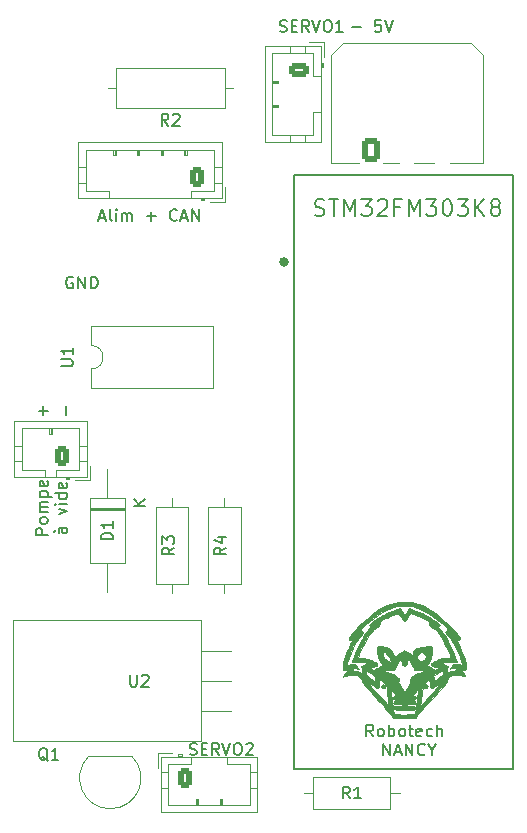
<source format=gbr>
%TF.GenerationSoftware,KiCad,Pcbnew,(6.0.0)*%
%TF.CreationDate,2022-05-13T18:09:15+02:00*%
%TF.ProjectId,Carte Bras ENORME Robot,43617274-6520-4427-9261-7320454e4f52,rev?*%
%TF.SameCoordinates,Original*%
%TF.FileFunction,Legend,Top*%
%TF.FilePolarity,Positive*%
%FSLAX46Y46*%
G04 Gerber Fmt 4.6, Leading zero omitted, Abs format (unit mm)*
G04 Created by KiCad (PCBNEW (6.0.0)) date 2022-05-13 18:09:15*
%MOMM*%
%LPD*%
G01*
G04 APERTURE LIST*
G04 Aperture macros list*
%AMRoundRect*
0 Rectangle with rounded corners*
0 $1 Rounding radius*
0 $2 $3 $4 $5 $6 $7 $8 $9 X,Y pos of 4 corners*
0 Add a 4 corners polygon primitive as box body*
4,1,4,$2,$3,$4,$5,$6,$7,$8,$9,$2,$3,0*
0 Add four circle primitives for the rounded corners*
1,1,$1+$1,$2,$3*
1,1,$1+$1,$4,$5*
1,1,$1+$1,$6,$7*
1,1,$1+$1,$8,$9*
0 Add four rect primitives between the rounded corners*
20,1,$1+$1,$2,$3,$4,$5,0*
20,1,$1+$1,$4,$5,$6,$7,0*
20,1,$1+$1,$6,$7,$8,$9,0*
20,1,$1+$1,$8,$9,$2,$3,0*%
G04 Aperture macros list end*
%ADD10C,0.150000*%
%ADD11C,0.120000*%
%ADD12C,0.127000*%
%ADD13C,0.400000*%
%ADD14C,0.010000*%
%ADD15C,3.200000*%
%ADD16RoundRect,0.250000X0.350000X0.625000X-0.350000X0.625000X-0.350000X-0.625000X0.350000X-0.625000X0*%
%ADD17O,1.200000X1.750000*%
%ADD18R,2.000000X2.000000*%
%ADD19C,2.000000*%
%ADD20C,1.600000*%
%ADD21O,1.600000X1.600000*%
%ADD22R,1.050000X2.000000*%
%ADD23O,1.050000X2.000000*%
%ADD24R,1.800000X1.800000*%
%ADD25O,1.800000X1.800000*%
%ADD26RoundRect,0.250000X-0.350000X-0.625000X0.350000X-0.625000X0.350000X0.625000X-0.350000X0.625000X0*%
%ADD27O,3.500000X3.500000*%
%ADD28R,2.000000X1.905000*%
%ADD29O,2.000000X1.905000*%
%ADD30R,1.600000X1.600000*%
%ADD31C,3.000000*%
%ADD32RoundRect,0.250001X-0.499999X-0.759999X0.499999X-0.759999X0.499999X0.759999X-0.499999X0.759999X0*%
%ADD33O,1.500000X2.020000*%
%ADD34RoundRect,0.250000X-0.625000X0.350000X-0.625000X-0.350000X0.625000X-0.350000X0.625000X0.350000X0*%
%ADD35O,1.750000X1.200000*%
G04 APERTURE END LIST*
D10*
X172069333Y-34869428D02*
X172831238Y-34869428D01*
X174545523Y-34250380D02*
X174069333Y-34250380D01*
X174021714Y-34726571D01*
X174069333Y-34678952D01*
X174164571Y-34631333D01*
X174402666Y-34631333D01*
X174497904Y-34678952D01*
X174545523Y-34726571D01*
X174593142Y-34821809D01*
X174593142Y-35059904D01*
X174545523Y-35155142D01*
X174497904Y-35202761D01*
X174402666Y-35250380D01*
X174164571Y-35250380D01*
X174069333Y-35202761D01*
X174021714Y-35155142D01*
X174878857Y-34250380D02*
X175212190Y-35250380D01*
X175545523Y-34250380D01*
X148463095Y-56015000D02*
X148367857Y-55967380D01*
X148225000Y-55967380D01*
X148082142Y-56015000D01*
X147986904Y-56110238D01*
X147939285Y-56205476D01*
X147891666Y-56395952D01*
X147891666Y-56538809D01*
X147939285Y-56729285D01*
X147986904Y-56824523D01*
X148082142Y-56919761D01*
X148225000Y-56967380D01*
X148320238Y-56967380D01*
X148463095Y-56919761D01*
X148510714Y-56872142D01*
X148510714Y-56538809D01*
X148320238Y-56538809D01*
X148939285Y-56967380D02*
X148939285Y-55967380D01*
X149510714Y-56967380D01*
X149510714Y-55967380D01*
X149986904Y-56967380D02*
X149986904Y-55967380D01*
X150225000Y-55967380D01*
X150367857Y-56015000D01*
X150463095Y-56110238D01*
X150510714Y-56205476D01*
X150558333Y-56395952D01*
X150558333Y-56538809D01*
X150510714Y-56729285D01*
X150463095Y-56824523D01*
X150367857Y-56919761D01*
X150225000Y-56967380D01*
X149986904Y-56967380D01*
X146332380Y-77826904D02*
X145332380Y-77826904D01*
X145332380Y-77445952D01*
X145380000Y-77350714D01*
X145427619Y-77303095D01*
X145522857Y-77255476D01*
X145665714Y-77255476D01*
X145760952Y-77303095D01*
X145808571Y-77350714D01*
X145856190Y-77445952D01*
X145856190Y-77826904D01*
X146332380Y-76684047D02*
X146284761Y-76779285D01*
X146237142Y-76826904D01*
X146141904Y-76874523D01*
X145856190Y-76874523D01*
X145760952Y-76826904D01*
X145713333Y-76779285D01*
X145665714Y-76684047D01*
X145665714Y-76541190D01*
X145713333Y-76445952D01*
X145760952Y-76398333D01*
X145856190Y-76350714D01*
X146141904Y-76350714D01*
X146237142Y-76398333D01*
X146284761Y-76445952D01*
X146332380Y-76541190D01*
X146332380Y-76684047D01*
X146332380Y-75922142D02*
X145665714Y-75922142D01*
X145760952Y-75922142D02*
X145713333Y-75874523D01*
X145665714Y-75779285D01*
X145665714Y-75636428D01*
X145713333Y-75541190D01*
X145808571Y-75493571D01*
X146332380Y-75493571D01*
X145808571Y-75493571D02*
X145713333Y-75445952D01*
X145665714Y-75350714D01*
X145665714Y-75207857D01*
X145713333Y-75112619D01*
X145808571Y-75065000D01*
X146332380Y-75065000D01*
X145665714Y-74588809D02*
X146665714Y-74588809D01*
X145713333Y-74588809D02*
X145665714Y-74493571D01*
X145665714Y-74303095D01*
X145713333Y-74207857D01*
X145760952Y-74160238D01*
X145856190Y-74112619D01*
X146141904Y-74112619D01*
X146237142Y-74160238D01*
X146284761Y-74207857D01*
X146332380Y-74303095D01*
X146332380Y-74493571D01*
X146284761Y-74588809D01*
X146284761Y-73303095D02*
X146332380Y-73398333D01*
X146332380Y-73588809D01*
X146284761Y-73684047D01*
X146189523Y-73731666D01*
X145808571Y-73731666D01*
X145713333Y-73684047D01*
X145665714Y-73588809D01*
X145665714Y-73398333D01*
X145713333Y-73303095D01*
X145808571Y-73255476D01*
X145903809Y-73255476D01*
X145999047Y-73731666D01*
X147942380Y-77231666D02*
X147418571Y-77231666D01*
X147323333Y-77279285D01*
X147275714Y-77374523D01*
X147275714Y-77565000D01*
X147323333Y-77660238D01*
X147894761Y-77231666D02*
X147942380Y-77326904D01*
X147942380Y-77565000D01*
X147894761Y-77660238D01*
X147799523Y-77707857D01*
X147704285Y-77707857D01*
X147609047Y-77660238D01*
X147561428Y-77565000D01*
X147561428Y-77326904D01*
X147513809Y-77231666D01*
X146894761Y-77565000D02*
X147037619Y-77422142D01*
X147275714Y-76088809D02*
X147942380Y-75850714D01*
X147275714Y-75612619D01*
X147942380Y-75231666D02*
X147275714Y-75231666D01*
X146942380Y-75231666D02*
X146990000Y-75279285D01*
X147037619Y-75231666D01*
X146990000Y-75184047D01*
X146942380Y-75231666D01*
X147037619Y-75231666D01*
X147942380Y-74326904D02*
X146942380Y-74326904D01*
X147894761Y-74326904D02*
X147942380Y-74422142D01*
X147942380Y-74612619D01*
X147894761Y-74707857D01*
X147847142Y-74755476D01*
X147751904Y-74803095D01*
X147466190Y-74803095D01*
X147370952Y-74755476D01*
X147323333Y-74707857D01*
X147275714Y-74612619D01*
X147275714Y-74422142D01*
X147323333Y-74326904D01*
X147894761Y-73469761D02*
X147942380Y-73565000D01*
X147942380Y-73755476D01*
X147894761Y-73850714D01*
X147799523Y-73898333D01*
X147418571Y-73898333D01*
X147323333Y-73850714D01*
X147275714Y-73755476D01*
X147275714Y-73565000D01*
X147323333Y-73469761D01*
X147418571Y-73422142D01*
X147513809Y-73422142D01*
X147609047Y-73898333D01*
X173887142Y-94897380D02*
X173553809Y-94421190D01*
X173315714Y-94897380D02*
X173315714Y-93897380D01*
X173696666Y-93897380D01*
X173791904Y-93945000D01*
X173839523Y-93992619D01*
X173887142Y-94087857D01*
X173887142Y-94230714D01*
X173839523Y-94325952D01*
X173791904Y-94373571D01*
X173696666Y-94421190D01*
X173315714Y-94421190D01*
X174458571Y-94897380D02*
X174363333Y-94849761D01*
X174315714Y-94802142D01*
X174268095Y-94706904D01*
X174268095Y-94421190D01*
X174315714Y-94325952D01*
X174363333Y-94278333D01*
X174458571Y-94230714D01*
X174601428Y-94230714D01*
X174696666Y-94278333D01*
X174744285Y-94325952D01*
X174791904Y-94421190D01*
X174791904Y-94706904D01*
X174744285Y-94802142D01*
X174696666Y-94849761D01*
X174601428Y-94897380D01*
X174458571Y-94897380D01*
X175220476Y-94897380D02*
X175220476Y-93897380D01*
X175220476Y-94278333D02*
X175315714Y-94230714D01*
X175506190Y-94230714D01*
X175601428Y-94278333D01*
X175649047Y-94325952D01*
X175696666Y-94421190D01*
X175696666Y-94706904D01*
X175649047Y-94802142D01*
X175601428Y-94849761D01*
X175506190Y-94897380D01*
X175315714Y-94897380D01*
X175220476Y-94849761D01*
X176268095Y-94897380D02*
X176172857Y-94849761D01*
X176125238Y-94802142D01*
X176077619Y-94706904D01*
X176077619Y-94421190D01*
X176125238Y-94325952D01*
X176172857Y-94278333D01*
X176268095Y-94230714D01*
X176410952Y-94230714D01*
X176506190Y-94278333D01*
X176553809Y-94325952D01*
X176601428Y-94421190D01*
X176601428Y-94706904D01*
X176553809Y-94802142D01*
X176506190Y-94849761D01*
X176410952Y-94897380D01*
X176268095Y-94897380D01*
X176887142Y-94230714D02*
X177268095Y-94230714D01*
X177030000Y-93897380D02*
X177030000Y-94754523D01*
X177077619Y-94849761D01*
X177172857Y-94897380D01*
X177268095Y-94897380D01*
X177982380Y-94849761D02*
X177887142Y-94897380D01*
X177696666Y-94897380D01*
X177601428Y-94849761D01*
X177553809Y-94754523D01*
X177553809Y-94373571D01*
X177601428Y-94278333D01*
X177696666Y-94230714D01*
X177887142Y-94230714D01*
X177982380Y-94278333D01*
X178030000Y-94373571D01*
X178030000Y-94468809D01*
X177553809Y-94564047D01*
X178887142Y-94849761D02*
X178791904Y-94897380D01*
X178601428Y-94897380D01*
X178506190Y-94849761D01*
X178458571Y-94802142D01*
X178410952Y-94706904D01*
X178410952Y-94421190D01*
X178458571Y-94325952D01*
X178506190Y-94278333D01*
X178601428Y-94230714D01*
X178791904Y-94230714D01*
X178887142Y-94278333D01*
X179315714Y-94897380D02*
X179315714Y-93897380D01*
X179744285Y-94897380D02*
X179744285Y-94373571D01*
X179696666Y-94278333D01*
X179601428Y-94230714D01*
X179458571Y-94230714D01*
X179363333Y-94278333D01*
X179315714Y-94325952D01*
X174744285Y-96507380D02*
X174744285Y-95507380D01*
X175315714Y-96507380D01*
X175315714Y-95507380D01*
X175744285Y-96221666D02*
X176220476Y-96221666D01*
X175649047Y-96507380D02*
X175982380Y-95507380D01*
X176315714Y-96507380D01*
X176649047Y-96507380D02*
X176649047Y-95507380D01*
X177220476Y-96507380D01*
X177220476Y-95507380D01*
X178268095Y-96412142D02*
X178220476Y-96459761D01*
X178077619Y-96507380D01*
X177982380Y-96507380D01*
X177839523Y-96459761D01*
X177744285Y-96364523D01*
X177696666Y-96269285D01*
X177649047Y-96078809D01*
X177649047Y-95935952D01*
X177696666Y-95745476D01*
X177744285Y-95650238D01*
X177839523Y-95555000D01*
X177982380Y-95507380D01*
X178077619Y-95507380D01*
X178220476Y-95555000D01*
X178268095Y-95602619D01*
X178887142Y-96031190D02*
X178887142Y-96507380D01*
X178553809Y-95507380D02*
X178887142Y-96031190D01*
X179220476Y-95507380D01*
X145978571Y-67690952D02*
X145978571Y-66929047D01*
X145597619Y-67310000D02*
X146359523Y-67310000D01*
X147883571Y-67690952D02*
X147883571Y-66929047D01*
X150701904Y-50966666D02*
X151178095Y-50966666D01*
X150606666Y-51252380D02*
X150940000Y-50252380D01*
X151273333Y-51252380D01*
X151749523Y-51252380D02*
X151654285Y-51204761D01*
X151606666Y-51109523D01*
X151606666Y-50252380D01*
X152130476Y-51252380D02*
X152130476Y-50585714D01*
X152130476Y-50252380D02*
X152082857Y-50300000D01*
X152130476Y-50347619D01*
X152178095Y-50300000D01*
X152130476Y-50252380D01*
X152130476Y-50347619D01*
X152606666Y-51252380D02*
X152606666Y-50585714D01*
X152606666Y-50680952D02*
X152654285Y-50633333D01*
X152749523Y-50585714D01*
X152892380Y-50585714D01*
X152987619Y-50633333D01*
X153035238Y-50728571D01*
X153035238Y-51252380D01*
X153035238Y-50728571D02*
X153082857Y-50633333D01*
X153178095Y-50585714D01*
X153320952Y-50585714D01*
X153416190Y-50633333D01*
X153463809Y-50728571D01*
X153463809Y-51252380D01*
X154701904Y-50871428D02*
X155463809Y-50871428D01*
X155082857Y-51252380D02*
X155082857Y-50490476D01*
X157273333Y-51157142D02*
X157225714Y-51204761D01*
X157082857Y-51252380D01*
X156987619Y-51252380D01*
X156844761Y-51204761D01*
X156749523Y-51109523D01*
X156701904Y-51014285D01*
X156654285Y-50823809D01*
X156654285Y-50680952D01*
X156701904Y-50490476D01*
X156749523Y-50395238D01*
X156844761Y-50300000D01*
X156987619Y-50252380D01*
X157082857Y-50252380D01*
X157225714Y-50300000D01*
X157273333Y-50347619D01*
X157654285Y-50966666D02*
X158130476Y-50966666D01*
X157559047Y-51252380D02*
X157892380Y-50252380D01*
X158225714Y-51252380D01*
X158559047Y-51252380D02*
X158559047Y-50252380D01*
X159130476Y-51252380D01*
X159130476Y-50252380D01*
%TO.C,*%
%TO.C,STM32FM303K8*%
X168953361Y-50767629D02*
X169153700Y-50834409D01*
X169487600Y-50834409D01*
X169621160Y-50767629D01*
X169687940Y-50700849D01*
X169754720Y-50567289D01*
X169754720Y-50433729D01*
X169687940Y-50300169D01*
X169621160Y-50233389D01*
X169487600Y-50166610D01*
X169220480Y-50099830D01*
X169086921Y-50033050D01*
X169020141Y-49966270D01*
X168953361Y-49832710D01*
X168953361Y-49699150D01*
X169020141Y-49565590D01*
X169086921Y-49498811D01*
X169220480Y-49432031D01*
X169554380Y-49432031D01*
X169754720Y-49498811D01*
X170155399Y-49432031D02*
X170956758Y-49432031D01*
X170556078Y-50834409D02*
X170556078Y-49432031D01*
X171424217Y-50834409D02*
X171424217Y-49432031D01*
X171891677Y-50433729D01*
X172359136Y-49432031D01*
X172359136Y-50834409D01*
X172893375Y-49432031D02*
X173761514Y-49432031D01*
X173294055Y-49966270D01*
X173494394Y-49966270D01*
X173627954Y-50033050D01*
X173694734Y-50099830D01*
X173761514Y-50233389D01*
X173761514Y-50567289D01*
X173694734Y-50700849D01*
X173627954Y-50767629D01*
X173494394Y-50834409D01*
X173093715Y-50834409D01*
X172960155Y-50767629D01*
X172893375Y-50700849D01*
X174295753Y-49565590D02*
X174362533Y-49498811D01*
X174496093Y-49432031D01*
X174829992Y-49432031D01*
X174963552Y-49498811D01*
X175030332Y-49565590D01*
X175097112Y-49699150D01*
X175097112Y-49832710D01*
X175030332Y-50033050D01*
X174228973Y-50834409D01*
X175097112Y-50834409D01*
X176165590Y-50099830D02*
X175698131Y-50099830D01*
X175698131Y-50834409D02*
X175698131Y-49432031D01*
X176365930Y-49432031D01*
X176900169Y-50834409D02*
X176900169Y-49432031D01*
X177367629Y-50433729D01*
X177835088Y-49432031D01*
X177835088Y-50834409D01*
X178369327Y-49432031D02*
X179237466Y-49432031D01*
X178770007Y-49966270D01*
X178970346Y-49966270D01*
X179103906Y-50033050D01*
X179170686Y-50099830D01*
X179237466Y-50233389D01*
X179237466Y-50567289D01*
X179170686Y-50700849D01*
X179103906Y-50767629D01*
X178970346Y-50834409D01*
X178569667Y-50834409D01*
X178436107Y-50767629D01*
X178369327Y-50700849D01*
X180105605Y-49432031D02*
X180239165Y-49432031D01*
X180372724Y-49498811D01*
X180439504Y-49565590D01*
X180506284Y-49699150D01*
X180573064Y-49966270D01*
X180573064Y-50300169D01*
X180506284Y-50567289D01*
X180439504Y-50700849D01*
X180372724Y-50767629D01*
X180239165Y-50834409D01*
X180105605Y-50834409D01*
X179972045Y-50767629D01*
X179905265Y-50700849D01*
X179838485Y-50567289D01*
X179771705Y-50300169D01*
X179771705Y-49966270D01*
X179838485Y-49699150D01*
X179905265Y-49565590D01*
X179972045Y-49498811D01*
X180105605Y-49432031D01*
X181040523Y-49432031D02*
X181908662Y-49432031D01*
X181441203Y-49966270D01*
X181641543Y-49966270D01*
X181775102Y-50033050D01*
X181841882Y-50099830D01*
X181908662Y-50233389D01*
X181908662Y-50567289D01*
X181841882Y-50700849D01*
X181775102Y-50767629D01*
X181641543Y-50834409D01*
X181240863Y-50834409D01*
X181107303Y-50767629D01*
X181040523Y-50700849D01*
X182509681Y-50834409D02*
X182509681Y-49432031D01*
X183311040Y-50834409D02*
X182710021Y-50033050D01*
X183311040Y-49432031D02*
X182509681Y-50233389D01*
X184112399Y-50033050D02*
X183978839Y-49966270D01*
X183912059Y-49899490D01*
X183845279Y-49765930D01*
X183845279Y-49699150D01*
X183912059Y-49565590D01*
X183978839Y-49498811D01*
X184112399Y-49432031D01*
X184379519Y-49432031D01*
X184513079Y-49498811D01*
X184579858Y-49565590D01*
X184646638Y-49699150D01*
X184646638Y-49765930D01*
X184579858Y-49899490D01*
X184513079Y-49966270D01*
X184379519Y-50033050D01*
X184112399Y-50033050D01*
X183978839Y-50099830D01*
X183912059Y-50166610D01*
X183845279Y-50300169D01*
X183845279Y-50567289D01*
X183912059Y-50700849D01*
X183978839Y-50767629D01*
X184112399Y-50834409D01*
X184379519Y-50834409D01*
X184513079Y-50767629D01*
X184579858Y-50700849D01*
X184646638Y-50567289D01*
X184646638Y-50300169D01*
X184579858Y-50166610D01*
X184513079Y-50099830D01*
X184379519Y-50033050D01*
%TO.C,R1*%
X171918333Y-100147380D02*
X171585000Y-99671190D01*
X171346904Y-100147380D02*
X171346904Y-99147380D01*
X171727857Y-99147380D01*
X171823095Y-99195000D01*
X171870714Y-99242619D01*
X171918333Y-99337857D01*
X171918333Y-99480714D01*
X171870714Y-99575952D01*
X171823095Y-99623571D01*
X171727857Y-99671190D01*
X171346904Y-99671190D01*
X172870714Y-100147380D02*
X172299285Y-100147380D01*
X172585000Y-100147380D02*
X172585000Y-99147380D01*
X172489761Y-99290238D01*
X172394523Y-99385476D01*
X172299285Y-99433095D01*
%TO.C,Q1*%
X146342761Y-96972619D02*
X146247523Y-96925000D01*
X146152285Y-96829761D01*
X146009428Y-96686904D01*
X145914190Y-96639285D01*
X145818952Y-96639285D01*
X145866571Y-96877380D02*
X145771333Y-96829761D01*
X145676095Y-96734523D01*
X145628476Y-96544047D01*
X145628476Y-96210714D01*
X145676095Y-96020238D01*
X145771333Y-95925000D01*
X145866571Y-95877380D01*
X146057047Y-95877380D01*
X146152285Y-95925000D01*
X146247523Y-96020238D01*
X146295142Y-96210714D01*
X146295142Y-96544047D01*
X146247523Y-96734523D01*
X146152285Y-96829761D01*
X146057047Y-96877380D01*
X145866571Y-96877380D01*
X147247523Y-96877380D02*
X146676095Y-96877380D01*
X146961809Y-96877380D02*
X146961809Y-95877380D01*
X146866571Y-96020238D01*
X146771333Y-96115476D01*
X146676095Y-96163095D01*
%TO.C,D1*%
X151836380Y-78208095D02*
X150836380Y-78208095D01*
X150836380Y-77970000D01*
X150884000Y-77827142D01*
X150979238Y-77731904D01*
X151074476Y-77684285D01*
X151264952Y-77636666D01*
X151407809Y-77636666D01*
X151598285Y-77684285D01*
X151693523Y-77731904D01*
X151788761Y-77827142D01*
X151836380Y-77970000D01*
X151836380Y-78208095D01*
X151836380Y-76684285D02*
X151836380Y-77255714D01*
X151836380Y-76970000D02*
X150836380Y-76970000D01*
X150979238Y-77065238D01*
X151074476Y-77160476D01*
X151122095Y-77255714D01*
X154606380Y-75396904D02*
X153606380Y-75396904D01*
X154606380Y-74825476D02*
X154034952Y-75254047D01*
X153606380Y-74825476D02*
X154177809Y-75396904D01*
%TO.C,R4*%
X161424880Y-78906666D02*
X160948690Y-79240000D01*
X161424880Y-79478095D02*
X160424880Y-79478095D01*
X160424880Y-79097142D01*
X160472500Y-79001904D01*
X160520119Y-78954285D01*
X160615357Y-78906666D01*
X160758214Y-78906666D01*
X160853452Y-78954285D01*
X160901071Y-79001904D01*
X160948690Y-79097142D01*
X160948690Y-79478095D01*
X160758214Y-78049523D02*
X161424880Y-78049523D01*
X160377261Y-78287619D02*
X161091547Y-78525714D01*
X161091547Y-77906666D01*
%TO.C,SERVO2*%
X158369333Y-96416761D02*
X158512190Y-96464380D01*
X158750285Y-96464380D01*
X158845523Y-96416761D01*
X158893142Y-96369142D01*
X158940761Y-96273904D01*
X158940761Y-96178666D01*
X158893142Y-96083428D01*
X158845523Y-96035809D01*
X158750285Y-95988190D01*
X158559809Y-95940571D01*
X158464571Y-95892952D01*
X158416952Y-95845333D01*
X158369333Y-95750095D01*
X158369333Y-95654857D01*
X158416952Y-95559619D01*
X158464571Y-95512000D01*
X158559809Y-95464380D01*
X158797904Y-95464380D01*
X158940761Y-95512000D01*
X159369333Y-95940571D02*
X159702666Y-95940571D01*
X159845523Y-96464380D02*
X159369333Y-96464380D01*
X159369333Y-95464380D01*
X159845523Y-95464380D01*
X160845523Y-96464380D02*
X160512190Y-95988190D01*
X160274095Y-96464380D02*
X160274095Y-95464380D01*
X160655047Y-95464380D01*
X160750285Y-95512000D01*
X160797904Y-95559619D01*
X160845523Y-95654857D01*
X160845523Y-95797714D01*
X160797904Y-95892952D01*
X160750285Y-95940571D01*
X160655047Y-95988190D01*
X160274095Y-95988190D01*
X161131238Y-95464380D02*
X161464571Y-96464380D01*
X161797904Y-95464380D01*
X162321714Y-95464380D02*
X162512190Y-95464380D01*
X162607428Y-95512000D01*
X162702666Y-95607238D01*
X162750285Y-95797714D01*
X162750285Y-96131047D01*
X162702666Y-96321523D01*
X162607428Y-96416761D01*
X162512190Y-96464380D01*
X162321714Y-96464380D01*
X162226476Y-96416761D01*
X162131238Y-96321523D01*
X162083619Y-96131047D01*
X162083619Y-95797714D01*
X162131238Y-95607238D01*
X162226476Y-95512000D01*
X162321714Y-95464380D01*
X163131238Y-95559619D02*
X163178857Y-95512000D01*
X163274095Y-95464380D01*
X163512190Y-95464380D01*
X163607428Y-95512000D01*
X163655047Y-95559619D01*
X163702666Y-95654857D01*
X163702666Y-95750095D01*
X163655047Y-95892952D01*
X163083619Y-96464380D01*
X163702666Y-96464380D01*
%TO.C,R2*%
X156551333Y-43177380D02*
X156218000Y-42701190D01*
X155979904Y-43177380D02*
X155979904Y-42177380D01*
X156360857Y-42177380D01*
X156456095Y-42225000D01*
X156503714Y-42272619D01*
X156551333Y-42367857D01*
X156551333Y-42510714D01*
X156503714Y-42605952D01*
X156456095Y-42653571D01*
X156360857Y-42701190D01*
X155979904Y-42701190D01*
X156932285Y-42272619D02*
X156979904Y-42225000D01*
X157075142Y-42177380D01*
X157313238Y-42177380D01*
X157408476Y-42225000D01*
X157456095Y-42272619D01*
X157503714Y-42367857D01*
X157503714Y-42463095D01*
X157456095Y-42605952D01*
X156884666Y-43177380D01*
X157503714Y-43177380D01*
%TO.C,*%
%TO.C,R3*%
X157043380Y-78906666D02*
X156567190Y-79240000D01*
X157043380Y-79478095D02*
X156043380Y-79478095D01*
X156043380Y-79097142D01*
X156091000Y-79001904D01*
X156138619Y-78954285D01*
X156233857Y-78906666D01*
X156376714Y-78906666D01*
X156471952Y-78954285D01*
X156519571Y-79001904D01*
X156567190Y-79097142D01*
X156567190Y-79478095D01*
X156043380Y-78573333D02*
X156043380Y-77954285D01*
X156424333Y-78287619D01*
X156424333Y-78144761D01*
X156471952Y-78049523D01*
X156519571Y-78001904D01*
X156614809Y-77954285D01*
X156852904Y-77954285D01*
X156948142Y-78001904D01*
X156995761Y-78049523D01*
X157043380Y-78144761D01*
X157043380Y-78430476D01*
X156995761Y-78525714D01*
X156948142Y-78573333D01*
%TO.C,U2*%
X153313095Y-89682380D02*
X153313095Y-90491904D01*
X153360714Y-90587142D01*
X153408333Y-90634761D01*
X153503571Y-90682380D01*
X153694047Y-90682380D01*
X153789285Y-90634761D01*
X153836904Y-90587142D01*
X153884523Y-90491904D01*
X153884523Y-89682380D01*
X154313095Y-89777619D02*
X154360714Y-89730000D01*
X154455952Y-89682380D01*
X154694047Y-89682380D01*
X154789285Y-89730000D01*
X154836904Y-89777619D01*
X154884523Y-89872857D01*
X154884523Y-89968095D01*
X154836904Y-90110952D01*
X154265476Y-90682380D01*
X154884523Y-90682380D01*
%TO.C,U1*%
X147452380Y-63551904D02*
X148261904Y-63551904D01*
X148357142Y-63504285D01*
X148404761Y-63456666D01*
X148452380Y-63361428D01*
X148452380Y-63170952D01*
X148404761Y-63075714D01*
X148357142Y-63028095D01*
X148261904Y-62980476D01*
X147452380Y-62980476D01*
X148452380Y-61980476D02*
X148452380Y-62551904D01*
X148452380Y-62266190D02*
X147452380Y-62266190D01*
X147595238Y-62361428D01*
X147690476Y-62456666D01*
X147738095Y-62551904D01*
%TO.C,*%
%TO.C,SERVO1*%
X165989333Y-35202761D02*
X166132190Y-35250380D01*
X166370285Y-35250380D01*
X166465523Y-35202761D01*
X166513142Y-35155142D01*
X166560761Y-35059904D01*
X166560761Y-34964666D01*
X166513142Y-34869428D01*
X166465523Y-34821809D01*
X166370285Y-34774190D01*
X166179809Y-34726571D01*
X166084571Y-34678952D01*
X166036952Y-34631333D01*
X165989333Y-34536095D01*
X165989333Y-34440857D01*
X166036952Y-34345619D01*
X166084571Y-34298000D01*
X166179809Y-34250380D01*
X166417904Y-34250380D01*
X166560761Y-34298000D01*
X166989333Y-34726571D02*
X167322666Y-34726571D01*
X167465523Y-35250380D02*
X166989333Y-35250380D01*
X166989333Y-34250380D01*
X167465523Y-34250380D01*
X168465523Y-35250380D02*
X168132190Y-34774190D01*
X167894095Y-35250380D02*
X167894095Y-34250380D01*
X168275047Y-34250380D01*
X168370285Y-34298000D01*
X168417904Y-34345619D01*
X168465523Y-34440857D01*
X168465523Y-34583714D01*
X168417904Y-34678952D01*
X168370285Y-34726571D01*
X168275047Y-34774190D01*
X167894095Y-34774190D01*
X168751238Y-34250380D02*
X169084571Y-35250380D01*
X169417904Y-34250380D01*
X169941714Y-34250380D02*
X170132190Y-34250380D01*
X170227428Y-34298000D01*
X170322666Y-34393238D01*
X170370285Y-34583714D01*
X170370285Y-34917047D01*
X170322666Y-35107523D01*
X170227428Y-35202761D01*
X170132190Y-35250380D01*
X169941714Y-35250380D01*
X169846476Y-35202761D01*
X169751238Y-35107523D01*
X169703619Y-34917047D01*
X169703619Y-34583714D01*
X169751238Y-34393238D01*
X169846476Y-34298000D01*
X169941714Y-34250380D01*
X171322666Y-35250380D02*
X170751238Y-35250380D01*
X171036952Y-35250380D02*
X171036952Y-34250380D01*
X170941714Y-34393238D01*
X170846476Y-34488476D01*
X170751238Y-34536095D01*
D11*
%TO.C,BUS_CAN1*%
X161060000Y-46714400D02*
X160450000Y-46714400D01*
X161060000Y-49324400D02*
X161060000Y-44604400D01*
X152100000Y-45714400D02*
X151900000Y-45714400D01*
X153900000Y-45714400D02*
X153900000Y-45214400D01*
X154100000Y-45214400D02*
X154100000Y-45714400D01*
X160450000Y-48714400D02*
X160450000Y-45214400D01*
X151500000Y-48714400D02*
X151500000Y-49324400D01*
X149550000Y-45214400D02*
X149550000Y-48714400D01*
X156100000Y-45214400D02*
X156100000Y-45714400D01*
X152000000Y-45214400D02*
X152000000Y-45714400D01*
X158100000Y-45214400D02*
X158100000Y-45714400D01*
X156100000Y-45714400D02*
X155900000Y-45714400D01*
X159300000Y-49424400D02*
X159600000Y-49424400D01*
X154100000Y-45714400D02*
X153900000Y-45714400D01*
X158000000Y-45214400D02*
X158000000Y-45714400D01*
X157900000Y-45714400D02*
X157900000Y-45214400D01*
X148940000Y-44604400D02*
X148940000Y-49324400D01*
X158100000Y-45714400D02*
X157900000Y-45714400D01*
X161360000Y-49624400D02*
X161360000Y-48374400D01*
X149550000Y-48714400D02*
X151500000Y-48714400D01*
X160450000Y-45214400D02*
X149550000Y-45214400D01*
X158500000Y-49324400D02*
X158500000Y-48714400D01*
X160110000Y-49624400D02*
X161360000Y-49624400D01*
X148940000Y-46714400D02*
X149550000Y-46714400D01*
X151900000Y-45714400D02*
X151900000Y-45214400D01*
X155900000Y-45714400D02*
X155900000Y-45214400D01*
X159300000Y-49324400D02*
X159300000Y-49524400D01*
X148940000Y-49324400D02*
X161060000Y-49324400D01*
X161060000Y-44604400D02*
X148940000Y-44604400D01*
X161060000Y-48014400D02*
X160450000Y-48014400D01*
X156000000Y-45214400D02*
X156000000Y-45714400D01*
X154000000Y-45214400D02*
X154000000Y-45714400D01*
X152100000Y-45214400D02*
X152100000Y-45714400D01*
X159300000Y-49524400D02*
X159600000Y-49524400D01*
X158500000Y-48714400D02*
X160450000Y-48714400D01*
X148940000Y-48014400D02*
X149550000Y-48014400D01*
X159600000Y-49524400D02*
X159600000Y-49324400D01*
D12*
%TO.C,STM32FM303K8*%
X167230000Y-97645000D02*
X167230000Y-47355000D01*
X185770000Y-97645000D02*
X167230000Y-97645000D01*
X167230000Y-47355000D02*
X185770000Y-47355000D01*
X185770000Y-47355000D02*
X185770000Y-97645000D01*
D13*
X166540000Y-54720000D02*
G75*
G03*
X166540000Y-54720000I-200000J0D01*
G01*
D11*
%TO.C,R1*%
X168815000Y-101065000D02*
X175355000Y-101065000D01*
X175355000Y-98325000D02*
X168815000Y-98325000D01*
X175355000Y-101065000D02*
X175355000Y-98325000D01*
X168815000Y-98325000D02*
X168815000Y-101065000D01*
X176125000Y-99695000D02*
X175355000Y-99695000D01*
X168045000Y-99695000D02*
X168815000Y-99695000D01*
%TO.C,Q1*%
X153438000Y-96575000D02*
X149838000Y-96575000D01*
X151638000Y-101025001D02*
G75*
G03*
X153476478Y-96586522I0J2600001D01*
G01*
X149799522Y-96586522D02*
G75*
G03*
X151638000Y-101025000I1838478J-1838478D01*
G01*
%TO.C,D1*%
X149914000Y-80190000D02*
X152854000Y-80190000D01*
X151384000Y-82680000D02*
X151384000Y-80190000D01*
X152854000Y-74750000D02*
X149914000Y-74750000D01*
X152854000Y-80190000D02*
X152854000Y-74750000D01*
X152854000Y-75650000D02*
X149914000Y-75650000D01*
X152854000Y-75530000D02*
X149914000Y-75530000D01*
X152854000Y-75770000D02*
X149914000Y-75770000D01*
X149914000Y-74750000D02*
X149914000Y-80190000D01*
X151384000Y-72260000D02*
X151384000Y-74750000D01*
%TO.C,R4*%
X159920000Y-82010000D02*
X162660000Y-82010000D01*
X161290000Y-82780000D02*
X161290000Y-82010000D01*
X161290000Y-74700000D02*
X161290000Y-75470000D01*
X159920000Y-75470000D02*
X159920000Y-82010000D01*
X162660000Y-82010000D02*
X162660000Y-75470000D01*
X162660000Y-75470000D02*
X159920000Y-75470000D01*
%TO.C,SERVO2*%
X155940000Y-101335000D02*
X164060000Y-101335000D01*
X158900000Y-100225000D02*
X159100000Y-100225000D01*
X157700000Y-96415000D02*
X157400000Y-96415000D01*
X164060000Y-99225000D02*
X163450000Y-99225000D01*
X155940000Y-96615000D02*
X155940000Y-101335000D01*
X164060000Y-96615000D02*
X155940000Y-96615000D01*
X156550000Y-97225000D02*
X156550000Y-100725000D01*
X156550000Y-100725000D02*
X163450000Y-100725000D01*
X163450000Y-100725000D02*
X163450000Y-97225000D01*
X155940000Y-99225000D02*
X156550000Y-99225000D01*
X155640000Y-96315000D02*
X155640000Y-97565000D01*
X158500000Y-96615000D02*
X158500000Y-97225000D01*
X159100000Y-100225000D02*
X159100000Y-100725000D01*
X161100000Y-100225000D02*
X161100000Y-100725000D01*
X158900000Y-100725000D02*
X158900000Y-100225000D01*
X156890000Y-96315000D02*
X155640000Y-96315000D01*
X160900000Y-100225000D02*
X161100000Y-100225000D01*
X157700000Y-96515000D02*
X157400000Y-96515000D01*
X157400000Y-96415000D02*
X157400000Y-96615000D01*
X155940000Y-97925000D02*
X156550000Y-97925000D01*
X164060000Y-101335000D02*
X164060000Y-96615000D01*
X161000000Y-100725000D02*
X161000000Y-100225000D01*
X164060000Y-97925000D02*
X163450000Y-97925000D01*
X160900000Y-100725000D02*
X160900000Y-100225000D01*
X161500000Y-97225000D02*
X161500000Y-96615000D01*
X163450000Y-97225000D02*
X161500000Y-97225000D01*
X159000000Y-100725000D02*
X159000000Y-100225000D01*
X158500000Y-97225000D02*
X156550000Y-97225000D01*
X157700000Y-96615000D02*
X157700000Y-96415000D01*
%TO.C,R2*%
X151408000Y-40005000D02*
X152098000Y-40005000D01*
X161338000Y-41725000D02*
X161338000Y-38285000D01*
X152098000Y-41725000D02*
X161338000Y-41725000D01*
X161338000Y-38285000D02*
X152098000Y-38285000D01*
X162028000Y-40005000D02*
X161338000Y-40005000D01*
X152098000Y-38285000D02*
X152098000Y-41725000D01*
D14*
%TO.C,G\u002A\u002A\u002A*%
X178410103Y-90508958D02*
X178461619Y-90550880D01*
X178461619Y-90550880D02*
X178487243Y-90594176D01*
X178487243Y-90594176D02*
X178501985Y-90665693D01*
X178501985Y-90665693D02*
X178488721Y-90730258D01*
X178488721Y-90730258D02*
X178453036Y-90782631D01*
X178453036Y-90782631D02*
X178400510Y-90817576D01*
X178400510Y-90817576D02*
X178336727Y-90829854D01*
X178336727Y-90829854D02*
X178267268Y-90814227D01*
X178267268Y-90814227D02*
X178257620Y-90809622D01*
X178257620Y-90809622D02*
X178200254Y-90762662D01*
X178200254Y-90762662D02*
X178175289Y-90717152D01*
X178175289Y-90717152D02*
X178161823Y-90672716D01*
X178161823Y-90672716D02*
X178163747Y-90637441D01*
X178163747Y-90637441D02*
X178182243Y-90592709D01*
X178182243Y-90592709D02*
X178183336Y-90590478D01*
X178183336Y-90590478D02*
X178227412Y-90532526D01*
X178227412Y-90532526D02*
X178285139Y-90499685D01*
X178285139Y-90499685D02*
X178348656Y-90491861D01*
X178348656Y-90491861D02*
X178410103Y-90508958D01*
X178410103Y-90508958D02*
X178410103Y-90508958D01*
G36*
X178410103Y-90508958D02*
G01*
X178461619Y-90550880D01*
X178487243Y-90594176D01*
X178501985Y-90665693D01*
X178488721Y-90730258D01*
X178453036Y-90782631D01*
X178400510Y-90817576D01*
X178336727Y-90829854D01*
X178267268Y-90814227D01*
X178257620Y-90809622D01*
X178200254Y-90762662D01*
X178175289Y-90717152D01*
X178161823Y-90672716D01*
X178163747Y-90637441D01*
X178182243Y-90592709D01*
X178183336Y-90590478D01*
X178227412Y-90532526D01*
X178285139Y-90499685D01*
X178348656Y-90491861D01*
X178410103Y-90508958D01*
G37*
X178410103Y-90508958D02*
X178461619Y-90550880D01*
X178487243Y-90594176D01*
X178501985Y-90665693D01*
X178488721Y-90730258D01*
X178453036Y-90782631D01*
X178400510Y-90817576D01*
X178336727Y-90829854D01*
X178267268Y-90814227D01*
X178257620Y-90809622D01*
X178200254Y-90762662D01*
X178175289Y-90717152D01*
X178161823Y-90672716D01*
X178163747Y-90637441D01*
X178182243Y-90592709D01*
X178183336Y-90590478D01*
X178227412Y-90532526D01*
X178285139Y-90499685D01*
X178348656Y-90491861D01*
X178410103Y-90508958D01*
X176747094Y-83485614D02*
X176898301Y-83493663D01*
X176898301Y-83493663D02*
X177028979Y-83506241D01*
X177028979Y-83506241D02*
X177078261Y-83513310D01*
X177078261Y-83513310D02*
X177398086Y-83580781D01*
X177398086Y-83580781D02*
X177721643Y-83679547D01*
X177721643Y-83679547D02*
X178049425Y-83809869D01*
X178049425Y-83809869D02*
X178381925Y-83972007D01*
X178381925Y-83972007D02*
X178719633Y-84166221D01*
X178719633Y-84166221D02*
X179063044Y-84392774D01*
X179063044Y-84392774D02*
X179412649Y-84651924D01*
X179412649Y-84651924D02*
X179747333Y-84925452D01*
X179747333Y-84925452D02*
X179929552Y-85086420D01*
X179929552Y-85086420D02*
X180122392Y-85266807D01*
X180122392Y-85266807D02*
X180319749Y-85460335D01*
X180319749Y-85460335D02*
X180515519Y-85660724D01*
X180515519Y-85660724D02*
X180703600Y-85861695D01*
X180703600Y-85861695D02*
X180877888Y-86056968D01*
X180877888Y-86056968D02*
X181032282Y-86240264D01*
X181032282Y-86240264D02*
X181066194Y-86282399D01*
X181066194Y-86282399D02*
X181143137Y-86381018D01*
X181143137Y-86381018D02*
X181198830Y-86458792D01*
X181198830Y-86458792D02*
X181234648Y-86520073D01*
X181234648Y-86520073D02*
X181251967Y-86569216D01*
X181251967Y-86569216D02*
X181252164Y-86610573D01*
X181252164Y-86610573D02*
X181236614Y-86648499D01*
X181236614Y-86648499D02*
X181206693Y-86687347D01*
X181206693Y-86687347D02*
X181197367Y-86697460D01*
X181197367Y-86697460D02*
X181135170Y-86744319D01*
X181135170Y-86744319D02*
X181069609Y-86759034D01*
X181069609Y-86759034D02*
X181004627Y-86741125D01*
X181004627Y-86741125D02*
X180978846Y-86724066D01*
X180978846Y-86724066D02*
X180946274Y-86700657D01*
X180946274Y-86700657D02*
X180926210Y-86690234D01*
X180926210Y-86690234D02*
X180925714Y-86690199D01*
X180925714Y-86690199D02*
X180929678Y-86704332D01*
X180929678Y-86704332D02*
X180947104Y-86743404D01*
X180947104Y-86743404D02*
X180975606Y-86802426D01*
X180975606Y-86802426D02*
X181012796Y-86876410D01*
X181012796Y-86876410D02*
X181041195Y-86931499D01*
X181041195Y-86931499D02*
X181091381Y-87030641D01*
X181091381Y-87030641D02*
X181147053Y-87145170D01*
X181147053Y-87145170D02*
X181205424Y-87268913D01*
X181205424Y-87268913D02*
X181263706Y-87395696D01*
X181263706Y-87395696D02*
X181319110Y-87519347D01*
X181319110Y-87519347D02*
X181368849Y-87633692D01*
X181368849Y-87633692D02*
X181410135Y-87732559D01*
X181410135Y-87732559D02*
X181440181Y-87809774D01*
X181440181Y-87809774D02*
X181448422Y-87833200D01*
X181448422Y-87833200D02*
X181464555Y-87880193D01*
X181464555Y-87880193D02*
X181489189Y-87950551D01*
X181489189Y-87950551D02*
X181519331Y-88035780D01*
X181519331Y-88035780D02*
X181551987Y-88127388D01*
X181551987Y-88127388D02*
X181561857Y-88154933D01*
X181561857Y-88154933D02*
X181628937Y-88348757D01*
X181628937Y-88348757D02*
X181681332Y-88516181D01*
X181681332Y-88516181D02*
X181719942Y-88660874D01*
X181719942Y-88660874D02*
X181745669Y-88786501D01*
X181745669Y-88786501D02*
X181759413Y-88896732D01*
X181759413Y-88896732D02*
X181762400Y-88971460D01*
X181762400Y-88971460D02*
X181758990Y-89073926D01*
X181758990Y-89073926D02*
X181746696Y-89148720D01*
X181746696Y-89148720D02*
X181722417Y-89201537D01*
X181722417Y-89201537D02*
X181683051Y-89238074D01*
X181683051Y-89238074D02*
X181625498Y-89264027D01*
X181625498Y-89264027D02*
X181598732Y-89272155D01*
X181598732Y-89272155D02*
X181560850Y-89271757D01*
X181560850Y-89271757D02*
X181500631Y-89258629D01*
X181500631Y-89258629D02*
X181426143Y-89234951D01*
X181426143Y-89234951D02*
X181350539Y-89205114D01*
X181350539Y-89205114D02*
X181350050Y-89214170D01*
X181350050Y-89214170D02*
X181366527Y-89247164D01*
X181366527Y-89247164D02*
X181397657Y-89300192D01*
X181397657Y-89300192D02*
X181441123Y-89369350D01*
X181441123Y-89369350D02*
X181494612Y-89450734D01*
X181494612Y-89450734D02*
X181507821Y-89470375D01*
X181507821Y-89470375D02*
X181580195Y-89579371D01*
X181580195Y-89579371D02*
X181632989Y-89663730D01*
X181632989Y-89663730D02*
X181667079Y-89725809D01*
X181667079Y-89725809D02*
X181683335Y-89767964D01*
X181683335Y-89767964D02*
X181682631Y-89792553D01*
X181682631Y-89792553D02*
X181665840Y-89801933D01*
X181665840Y-89801933D02*
X181633835Y-89798460D01*
X181633835Y-89798460D02*
X181628871Y-89797256D01*
X181628871Y-89797256D02*
X181581312Y-89785827D01*
X181581312Y-89785827D02*
X181509950Y-89769394D01*
X181509950Y-89769394D02*
X181424100Y-89750038D01*
X181424100Y-89750038D02*
X181333076Y-89729843D01*
X181333076Y-89729843D02*
X181246194Y-89710890D01*
X181246194Y-89710890D02*
X181172767Y-89695261D01*
X181172767Y-89695261D02*
X181169733Y-89694628D01*
X181169733Y-89694628D02*
X181023397Y-89675026D01*
X181023397Y-89675026D02*
X180871167Y-89674003D01*
X180871167Y-89674003D02*
X180721850Y-89690500D01*
X180721850Y-89690500D02*
X180584251Y-89723458D01*
X180584251Y-89723458D02*
X180467176Y-89771821D01*
X180467176Y-89771821D02*
X180450733Y-89781037D01*
X180450733Y-89781037D02*
X180394519Y-89821270D01*
X180394519Y-89821270D02*
X180330678Y-89878113D01*
X180330678Y-89878113D02*
X180266988Y-89943349D01*
X180266988Y-89943349D02*
X180211231Y-90008760D01*
X180211231Y-90008760D02*
X180171186Y-90066127D01*
X180171186Y-90066127D02*
X180159890Y-90088249D01*
X180159890Y-90088249D02*
X180145538Y-90140296D01*
X180145538Y-90140296D02*
X180137454Y-90203948D01*
X180137454Y-90203948D02*
X180136800Y-90224681D01*
X180136800Y-90224681D02*
X180136800Y-90305850D01*
X180136800Y-90305850D02*
X178849866Y-91742018D01*
X178849866Y-91742018D02*
X178654242Y-91960617D01*
X178654242Y-91960617D02*
X178471654Y-92165231D01*
X178471654Y-92165231D02*
X178303022Y-92354810D01*
X178303022Y-92354810D02*
X178149266Y-92528305D01*
X178149266Y-92528305D02*
X178011303Y-92684667D01*
X178011303Y-92684667D02*
X177890053Y-92822846D01*
X177890053Y-92822846D02*
X177786436Y-92941793D01*
X177786436Y-92941793D02*
X177701370Y-93040459D01*
X177701370Y-93040459D02*
X177635774Y-93117795D01*
X177635774Y-93117795D02*
X177590567Y-93172750D01*
X177590567Y-93172750D02*
X177566669Y-93204276D01*
X177566669Y-93204276D02*
X177562933Y-93211388D01*
X177562933Y-93211388D02*
X177553849Y-93249913D01*
X177553849Y-93249913D02*
X177535585Y-93286329D01*
X177535585Y-93286329D02*
X177508238Y-93328066D01*
X177508238Y-93328066D02*
X175568695Y-93328066D01*
X175568695Y-93328066D02*
X175541347Y-93286329D01*
X175541347Y-93286329D02*
X175521036Y-93244300D01*
X175521036Y-93244300D02*
X175514000Y-93211388D01*
X175514000Y-93211388D02*
X175502775Y-93193815D01*
X175502775Y-93193815D02*
X175469713Y-93152208D01*
X175469713Y-93152208D02*
X175415733Y-93087618D01*
X175415733Y-93087618D02*
X175341755Y-93001094D01*
X175341755Y-93001094D02*
X175248696Y-92893685D01*
X175248696Y-92893685D02*
X175137477Y-92766441D01*
X175137477Y-92766441D02*
X175009016Y-92620410D01*
X175009016Y-92620410D02*
X174864232Y-92456642D01*
X174864232Y-92456642D02*
X174704045Y-92276187D01*
X174704045Y-92276187D02*
X174529373Y-92080093D01*
X174529373Y-92080093D02*
X174341135Y-91869411D01*
X174341135Y-91869411D02*
X174227066Y-91742018D01*
X174227066Y-91742018D02*
X172940133Y-90305850D01*
X172940133Y-90305850D02*
X172940133Y-90224681D01*
X172940133Y-90224681D02*
X172934355Y-90152100D01*
X172934355Y-90152100D02*
X172929102Y-90135186D01*
X172929102Y-90135186D02*
X173278799Y-90135186D01*
X173278799Y-90135186D02*
X173284929Y-90149947D01*
X173284929Y-90149947D02*
X173303981Y-90178167D01*
X173303981Y-90178167D02*
X173336949Y-90220999D01*
X173336949Y-90220999D02*
X173384828Y-90279598D01*
X173384828Y-90279598D02*
X173448611Y-90355115D01*
X173448611Y-90355115D02*
X173529293Y-90448705D01*
X173529293Y-90448705D02*
X173627867Y-90561520D01*
X173627867Y-90561520D02*
X173745328Y-90694713D01*
X173745328Y-90694713D02*
X173882670Y-90849439D01*
X173882670Y-90849439D02*
X174040887Y-91026849D01*
X174040887Y-91026849D02*
X174220352Y-91227404D01*
X174220352Y-91227404D02*
X174364336Y-91387895D01*
X174364336Y-91387895D02*
X174501967Y-91540918D01*
X174501967Y-91540918D02*
X174631556Y-91684619D01*
X174631556Y-91684619D02*
X174751415Y-91817143D01*
X174751415Y-91817143D02*
X174859856Y-91936637D01*
X174859856Y-91936637D02*
X174955191Y-92041247D01*
X174955191Y-92041247D02*
X175035732Y-92129118D01*
X175035732Y-92129118D02*
X175099791Y-92198396D01*
X175099791Y-92198396D02*
X175145679Y-92247227D01*
X175145679Y-92247227D02*
X175171708Y-92273757D01*
X175171708Y-92273757D02*
X175177086Y-92278200D01*
X175177086Y-92278200D02*
X175189868Y-92264213D01*
X175189868Y-92264213D02*
X175192067Y-92248566D01*
X175192067Y-92248566D02*
X175189970Y-92226421D01*
X175189970Y-92226421D02*
X175184025Y-92173960D01*
X175184025Y-92173960D02*
X175174630Y-92094463D01*
X175174630Y-92094463D02*
X175162184Y-91991214D01*
X175162184Y-91991214D02*
X175147086Y-91867495D01*
X175147086Y-91867495D02*
X175129736Y-91726589D01*
X175129736Y-91726589D02*
X175110533Y-91571776D01*
X175110533Y-91571776D02*
X175089874Y-91406340D01*
X175089874Y-91406340D02*
X175083489Y-91355419D01*
X175083489Y-91355419D02*
X175025563Y-90893884D01*
X175025563Y-90893884D02*
X175368880Y-90893884D01*
X175368880Y-90893884D02*
X175370919Y-90915066D01*
X175370919Y-90915066D02*
X175374445Y-90940695D01*
X175374445Y-90940695D02*
X175381745Y-90996841D01*
X175381745Y-90996841D02*
X175392429Y-91080410D01*
X175392429Y-91080410D02*
X175406106Y-91188309D01*
X175406106Y-91188309D02*
X175422387Y-91317446D01*
X175422387Y-91317446D02*
X175440882Y-91464727D01*
X175440882Y-91464727D02*
X175461201Y-91627059D01*
X175461201Y-91627059D02*
X175482954Y-91801350D01*
X175482954Y-91801350D02*
X175505164Y-91979789D01*
X175505164Y-91979789D02*
X175527814Y-92161200D01*
X175527814Y-92161200D02*
X175549386Y-92332439D01*
X175549386Y-92332439D02*
X175569499Y-92490584D01*
X175569499Y-92490584D02*
X175587772Y-92632709D01*
X175587772Y-92632709D02*
X175603825Y-92755891D01*
X175603825Y-92755891D02*
X175617276Y-92857206D01*
X175617276Y-92857206D02*
X175627744Y-92933730D01*
X175627744Y-92933730D02*
X175634847Y-92982541D01*
X175634847Y-92982541D02*
X175638206Y-93000713D01*
X175638206Y-93000713D02*
X175638229Y-93000740D01*
X175638229Y-93000740D02*
X175656332Y-93003679D01*
X175656332Y-93003679D02*
X175702776Y-93008052D01*
X175702776Y-93008052D02*
X175772083Y-93013511D01*
X175772083Y-93013511D02*
X175858776Y-93019711D01*
X175858776Y-93019711D02*
X175957376Y-93026303D01*
X175957376Y-93026303D02*
X176062404Y-93032940D01*
X176062404Y-93032940D02*
X176168383Y-93039276D01*
X176168383Y-93039276D02*
X176269834Y-93044963D01*
X176269834Y-93044963D02*
X176361280Y-93049654D01*
X176361280Y-93049654D02*
X176437241Y-93053001D01*
X176437241Y-93053001D02*
X176487666Y-93054575D01*
X176487666Y-93054575D02*
X176533233Y-93054133D01*
X176533233Y-93054133D02*
X176606494Y-93051804D01*
X176606494Y-93051804D02*
X176701349Y-93047854D01*
X176701349Y-93047854D02*
X176811693Y-93042553D01*
X176811693Y-93042553D02*
X176931426Y-93036167D01*
X176931426Y-93036167D02*
X177011074Y-93031582D01*
X177011074Y-93031582D02*
X177126918Y-93024478D01*
X177126918Y-93024478D02*
X177231116Y-93017645D01*
X177231116Y-93017645D02*
X177319043Y-93011421D01*
X177319043Y-93011421D02*
X177386075Y-93006145D01*
X177386075Y-93006145D02*
X177427588Y-93002159D01*
X177427588Y-93002159D02*
X177439307Y-93000137D01*
X177439307Y-93000137D02*
X177442487Y-92982642D01*
X177442487Y-92982642D02*
X177449426Y-92934455D01*
X177449426Y-92934455D02*
X177459742Y-92858498D01*
X177459742Y-92858498D02*
X177473058Y-92757692D01*
X177473058Y-92757692D02*
X177488993Y-92634958D01*
X177488993Y-92634958D02*
X177507169Y-92493219D01*
X177507169Y-92493219D02*
X177527206Y-92335395D01*
X177527206Y-92335395D02*
X177537496Y-92253627D01*
X177537496Y-92253627D02*
X177888028Y-92253627D01*
X177888028Y-92253627D02*
X177888955Y-92268296D01*
X177888955Y-92268296D02*
X177891435Y-92275536D01*
X177891435Y-92275536D02*
X177895205Y-92277965D01*
X177895205Y-92277965D02*
X177899855Y-92278200D01*
X177899855Y-92278200D02*
X177913488Y-92265913D01*
X177913488Y-92265913D02*
X177947738Y-92230457D01*
X177947738Y-92230457D02*
X178000681Y-92173935D01*
X178000681Y-92173935D02*
X178070392Y-92098452D01*
X178070392Y-92098452D02*
X178154945Y-92006114D01*
X178154945Y-92006114D02*
X178252415Y-91899024D01*
X178252415Y-91899024D02*
X178360878Y-91779286D01*
X178360878Y-91779286D02*
X178478409Y-91649007D01*
X178478409Y-91649007D02*
X178603083Y-91510290D01*
X178603083Y-91510290D02*
X178646820Y-91461507D01*
X178646820Y-91461507D02*
X178773774Y-91319537D01*
X178773774Y-91319537D02*
X178894161Y-91184356D01*
X178894161Y-91184356D02*
X179006048Y-91058174D01*
X179006048Y-91058174D02*
X179107496Y-90943201D01*
X179107496Y-90943201D02*
X179196572Y-90841646D01*
X179196572Y-90841646D02*
X179271340Y-90755717D01*
X179271340Y-90755717D02*
X179329863Y-90687624D01*
X179329863Y-90687624D02*
X179370207Y-90639577D01*
X179370207Y-90639577D02*
X179390435Y-90613784D01*
X179390435Y-90613784D02*
X179392337Y-90610607D01*
X179392337Y-90610607D02*
X179407959Y-90586870D01*
X179407959Y-90586870D02*
X179442323Y-90543219D01*
X179442323Y-90543219D02*
X179491260Y-90484678D01*
X179491260Y-90484678D02*
X179550599Y-90416275D01*
X179550599Y-90416275D02*
X179593638Y-90367944D01*
X179593638Y-90367944D02*
X179668704Y-90282496D01*
X179668704Y-90282496D02*
X179725197Y-90214008D01*
X179725197Y-90214008D02*
X179762431Y-90163772D01*
X179762431Y-90163772D02*
X179779717Y-90133086D01*
X179779717Y-90133086D02*
X179776370Y-90123245D01*
X179776370Y-90123245D02*
X179751701Y-90135545D01*
X179751701Y-90135545D02*
X179705024Y-90171281D01*
X179705024Y-90171281D02*
X179692300Y-90181936D01*
X179692300Y-90181936D02*
X179536453Y-90313214D01*
X179536453Y-90313214D02*
X179393442Y-90432165D01*
X179393442Y-90432165D02*
X179265097Y-90537334D01*
X179265097Y-90537334D02*
X179153247Y-90627264D01*
X179153247Y-90627264D02*
X179059723Y-90700500D01*
X179059723Y-90700500D02*
X178986355Y-90755586D01*
X178986355Y-90755586D02*
X178934971Y-90791065D01*
X178934971Y-90791065D02*
X178909245Y-90804962D01*
X178909245Y-90804962D02*
X178858975Y-90814764D01*
X178858975Y-90814764D02*
X178809837Y-90805139D01*
X178809837Y-90805139D02*
X178791442Y-90797976D01*
X178791442Y-90797976D02*
X178757595Y-90780452D01*
X178757595Y-90780452D02*
X178731271Y-90756714D01*
X178731271Y-90756714D02*
X178711267Y-90722371D01*
X178711267Y-90722371D02*
X178696383Y-90673033D01*
X178696383Y-90673033D02*
X178685413Y-90604309D01*
X178685413Y-90604309D02*
X178677157Y-90511807D01*
X178677157Y-90511807D02*
X178670412Y-90391137D01*
X178670412Y-90391137D02*
X178668518Y-90349129D01*
X178668518Y-90349129D02*
X178655133Y-90041293D01*
X178655133Y-90041293D02*
X178434999Y-90217944D01*
X178434999Y-90217944D02*
X178356588Y-90281065D01*
X178356588Y-90281065D02*
X178283166Y-90340532D01*
X178283166Y-90340532D02*
X178220695Y-90391489D01*
X178220695Y-90391489D02*
X178175133Y-90429084D01*
X178175133Y-90429084D02*
X178158344Y-90443249D01*
X178158344Y-90443249D02*
X178101822Y-90491905D01*
X178101822Y-90491905D02*
X177993443Y-91355419D01*
X177993443Y-91355419D02*
X177968433Y-91554736D01*
X177968433Y-91554736D02*
X177947367Y-91723066D01*
X177947367Y-91723066D02*
X177929979Y-91863027D01*
X177929979Y-91863027D02*
X177916004Y-91977237D01*
X177916004Y-91977237D02*
X177905176Y-92068313D01*
X177905176Y-92068313D02*
X177897230Y-92138872D01*
X177897230Y-92138872D02*
X177891900Y-92191532D01*
X177891900Y-92191532D02*
X177888921Y-92228911D01*
X177888921Y-92228911D02*
X177888028Y-92253627D01*
X177888028Y-92253627D02*
X177537496Y-92253627D01*
X177537496Y-92253627D02*
X177548725Y-92164409D01*
X177548725Y-92164409D02*
X177571347Y-91983180D01*
X177571347Y-91983180D02*
X177571768Y-91979789D01*
X177571768Y-91979789D02*
X177594543Y-91796820D01*
X177594543Y-91796820D02*
X177616265Y-91622794D01*
X177616265Y-91622794D02*
X177636542Y-91460804D01*
X177636542Y-91460804D02*
X177654986Y-91313944D01*
X177654986Y-91313944D02*
X177671206Y-91185306D01*
X177671206Y-91185306D02*
X177684813Y-91077983D01*
X177684813Y-91077983D02*
X177695415Y-90995070D01*
X177695415Y-90995070D02*
X177702625Y-90939658D01*
X177702625Y-90939658D02*
X177706013Y-90915066D01*
X177706013Y-90915066D02*
X177708033Y-90893618D01*
X177708033Y-90893618D02*
X177702452Y-90887283D01*
X177702452Y-90887283D02*
X177685467Y-90898566D01*
X177685467Y-90898566D02*
X177653273Y-90929975D01*
X177653273Y-90929975D02*
X177603206Y-90982799D01*
X177603206Y-90982799D02*
X177546203Y-91045672D01*
X177546203Y-91045672D02*
X177477728Y-91124226D01*
X177477728Y-91124226D02*
X177407219Y-91207502D01*
X177407219Y-91207502D02*
X177355297Y-91270643D01*
X177355297Y-91270643D02*
X177218404Y-91439954D01*
X177218404Y-91439954D02*
X177298597Y-91451425D01*
X177298597Y-91451425D02*
X177382161Y-91472058D01*
X177382161Y-91472058D02*
X177438889Y-91507952D01*
X177438889Y-91507952D02*
X177473633Y-91562415D01*
X177473633Y-91562415D02*
X177477589Y-91573414D01*
X177477589Y-91573414D02*
X177488097Y-91625084D01*
X177488097Y-91625084D02*
X177478846Y-91673787D01*
X177478846Y-91673787D02*
X177472067Y-91691184D01*
X177472067Y-91691184D02*
X177450445Y-91732719D01*
X177450445Y-91732719D02*
X177422250Y-91761316D01*
X177422250Y-91761316D02*
X177381462Y-91779031D01*
X177381462Y-91779031D02*
X177322057Y-91787921D01*
X177322057Y-91787921D02*
X177238013Y-91790043D01*
X177238013Y-91790043D02*
X177184994Y-91789211D01*
X177184994Y-91789211D02*
X177087213Y-91788986D01*
X177087213Y-91788986D02*
X177019125Y-91794197D01*
X177019125Y-91794197D02*
X176976866Y-91805690D01*
X176976866Y-91805690D02*
X176956575Y-91824312D01*
X176956575Y-91824312D02*
X176953333Y-91840006D01*
X176953333Y-91840006D02*
X176969099Y-91846098D01*
X176969099Y-91846098D02*
X177011743Y-91850980D01*
X177011743Y-91850980D02*
X177074280Y-91854072D01*
X177074280Y-91854072D02*
X177131677Y-91854866D01*
X177131677Y-91854866D02*
X177241696Y-91857707D01*
X177241696Y-91857707D02*
X177323367Y-91867405D01*
X177323367Y-91867405D02*
X177381825Y-91885726D01*
X177381825Y-91885726D02*
X177422202Y-91914435D01*
X177422202Y-91914435D02*
X177449634Y-91955296D01*
X177449634Y-91955296D02*
X177454310Y-91965776D01*
X177454310Y-91965776D02*
X177470188Y-92017892D01*
X177470188Y-92017892D02*
X177466770Y-92064660D01*
X177466770Y-92064660D02*
X177460656Y-92085518D01*
X177460656Y-92085518D02*
X177445979Y-92123187D01*
X177445979Y-92123187D02*
X177427102Y-92151442D01*
X177427102Y-92151442D02*
X177399380Y-92171544D01*
X177399380Y-92171544D02*
X177358170Y-92184755D01*
X177358170Y-92184755D02*
X177298826Y-92192337D01*
X177298826Y-92192337D02*
X177216706Y-92195551D01*
X177216706Y-92195551D02*
X177107164Y-92195660D01*
X177107164Y-92195660D02*
X177057108Y-92195145D01*
X177057108Y-92195145D02*
X176756466Y-92191564D01*
X176756466Y-92191564D02*
X176736366Y-92235678D01*
X176736366Y-92235678D02*
X176721804Y-92270034D01*
X176721804Y-92270034D02*
X176716266Y-92287463D01*
X176716266Y-92287463D02*
X176732284Y-92289978D01*
X176732284Y-92289978D02*
X176776674Y-92292146D01*
X176776674Y-92292146D02*
X176843945Y-92293822D01*
X176843945Y-92293822D02*
X176928602Y-92294860D01*
X176928602Y-92294860D02*
X177004677Y-92295133D01*
X177004677Y-92295133D02*
X177131490Y-92296168D01*
X177131490Y-92296168D02*
X177229012Y-92300047D01*
X177229012Y-92300047D02*
X177301780Y-92307932D01*
X177301780Y-92307932D02*
X177354328Y-92320987D01*
X177354328Y-92320987D02*
X177391190Y-92340373D01*
X177391190Y-92340373D02*
X177416902Y-92367253D01*
X177416902Y-92367253D02*
X177435998Y-92402790D01*
X177435998Y-92402790D02*
X177437376Y-92406042D01*
X177437376Y-92406042D02*
X177453255Y-92458159D01*
X177453255Y-92458159D02*
X177449837Y-92504927D01*
X177449837Y-92504927D02*
X177443722Y-92525785D01*
X177443722Y-92525785D02*
X177435697Y-92550150D01*
X177435697Y-92550150D02*
X177427182Y-92570601D01*
X177427182Y-92570601D02*
X177415343Y-92587480D01*
X177415343Y-92587480D02*
X177397345Y-92601130D01*
X177397345Y-92601130D02*
X177370354Y-92611893D01*
X177370354Y-92611893D02*
X177331536Y-92620112D01*
X177331536Y-92620112D02*
X177278057Y-92626128D01*
X177278057Y-92626128D02*
X177207082Y-92630285D01*
X177207082Y-92630285D02*
X177115778Y-92632924D01*
X177115778Y-92632924D02*
X177001310Y-92634389D01*
X177001310Y-92634389D02*
X176860843Y-92635021D01*
X176860843Y-92635021D02*
X176691544Y-92635163D01*
X176691544Y-92635163D02*
X176538466Y-92635154D01*
X176538466Y-92635154D02*
X176344836Y-92635156D01*
X176344836Y-92635156D02*
X176182238Y-92634934D01*
X176182238Y-92634934D02*
X176047838Y-92634145D01*
X176047838Y-92634145D02*
X175938802Y-92632447D01*
X175938802Y-92632447D02*
X175852295Y-92629498D01*
X175852295Y-92629498D02*
X175785483Y-92624955D01*
X175785483Y-92624955D02*
X175735533Y-92618475D01*
X175735533Y-92618475D02*
X175699609Y-92609717D01*
X175699609Y-92609717D02*
X175674878Y-92598337D01*
X175674878Y-92598337D02*
X175658505Y-92583994D01*
X175658505Y-92583994D02*
X175647656Y-92566345D01*
X175647656Y-92566345D02*
X175639496Y-92545047D01*
X175639496Y-92545047D02*
X175633210Y-92525785D01*
X175633210Y-92525785D02*
X175622765Y-92475376D01*
X175622765Y-92475376D02*
X175631181Y-92427840D01*
X175631181Y-92427840D02*
X175639556Y-92406042D01*
X175639556Y-92406042D02*
X175658319Y-92369763D01*
X175658319Y-92369763D02*
X175683334Y-92342233D01*
X175683334Y-92342233D02*
X175719138Y-92322290D01*
X175719138Y-92322290D02*
X175770263Y-92308771D01*
X175770263Y-92308771D02*
X175841246Y-92300515D01*
X175841246Y-92300515D02*
X175936621Y-92296358D01*
X175936621Y-92296358D02*
X176060923Y-92295138D01*
X176060923Y-92295138D02*
X176072256Y-92295133D01*
X176072256Y-92295133D02*
X176166818Y-92294707D01*
X176166818Y-92294707D02*
X176248361Y-92293526D01*
X176248361Y-92293526D02*
X176311393Y-92291737D01*
X176311393Y-92291737D02*
X176350420Y-92289486D01*
X176350420Y-92289486D02*
X176360666Y-92287463D01*
X176360666Y-92287463D02*
X176354386Y-92268123D01*
X176354386Y-92268123D02*
X176340566Y-92235678D01*
X176340566Y-92235678D02*
X176320466Y-92191564D01*
X176320466Y-92191564D02*
X176019824Y-92195145D01*
X176019824Y-92195145D02*
X175898582Y-92195891D01*
X175898582Y-92195891D02*
X175806535Y-92194012D01*
X175806535Y-92194012D02*
X175739039Y-92188247D01*
X175739039Y-92188247D02*
X175691450Y-92177335D01*
X175691450Y-92177335D02*
X175659123Y-92160014D01*
X175659123Y-92160014D02*
X175637416Y-92135023D01*
X175637416Y-92135023D02*
X175621683Y-92101099D01*
X175621683Y-92101099D02*
X175616277Y-92085518D01*
X175616277Y-92085518D02*
X175605832Y-92035109D01*
X175605832Y-92035109D02*
X175614248Y-91987574D01*
X175614248Y-91987574D02*
X175622623Y-91965776D01*
X175622623Y-91965776D02*
X175647953Y-91922088D01*
X175647953Y-91922088D02*
X175685132Y-91890930D01*
X175685132Y-91890930D02*
X175739293Y-91870537D01*
X175739293Y-91870537D02*
X175815571Y-91859144D01*
X175815571Y-91859144D02*
X175919099Y-91854985D01*
X175919099Y-91854985D02*
X175945256Y-91854866D01*
X175945256Y-91854866D02*
X176018363Y-91853552D01*
X176018363Y-91853552D02*
X176076961Y-91849999D01*
X176076961Y-91849999D02*
X176114068Y-91844789D01*
X176114068Y-91844789D02*
X176123600Y-91840006D01*
X176123600Y-91840006D02*
X176115114Y-91816481D01*
X176115114Y-91816481D02*
X176087083Y-91800616D01*
X176087083Y-91800616D02*
X176035644Y-91791564D01*
X176035644Y-91791564D02*
X175956936Y-91788480D01*
X175956936Y-91788480D02*
X175891939Y-91789211D01*
X175891939Y-91789211D02*
X175793350Y-91789697D01*
X175793350Y-91789697D02*
X175722405Y-91784441D01*
X175722405Y-91784441D02*
X175673081Y-91771386D01*
X175673081Y-91771386D02*
X175639356Y-91748475D01*
X175639356Y-91748475D02*
X175615208Y-91713652D01*
X175615208Y-91713652D02*
X175604865Y-91691184D01*
X175604865Y-91691184D02*
X175589486Y-91638962D01*
X175589486Y-91638962D02*
X175594184Y-91590557D01*
X175594184Y-91590557D02*
X175599343Y-91573414D01*
X175599343Y-91573414D02*
X175630926Y-91515570D01*
X175630926Y-91515570D02*
X175683694Y-91476840D01*
X175683694Y-91476840D02*
X175762496Y-91453917D01*
X175762496Y-91453917D02*
X175778335Y-91451425D01*
X175778335Y-91451425D02*
X175858528Y-91439954D01*
X175858528Y-91439954D02*
X175721635Y-91270643D01*
X175721635Y-91270643D02*
X175656362Y-91191543D01*
X175656362Y-91191543D02*
X175585510Y-91108325D01*
X175585510Y-91108325D02*
X175518517Y-91031949D01*
X175518517Y-91031949D02*
X175473726Y-90982799D01*
X175473726Y-90982799D02*
X175422905Y-90929199D01*
X175422905Y-90929199D02*
X175391027Y-90898184D01*
X175391027Y-90898184D02*
X175374286Y-90887248D01*
X175374286Y-90887248D02*
X175368880Y-90893884D01*
X175368880Y-90893884D02*
X175025563Y-90893884D01*
X175025563Y-90893884D02*
X174975110Y-90491905D01*
X174975110Y-90491905D02*
X174918588Y-90443249D01*
X174918588Y-90443249D02*
X174886088Y-90416045D01*
X174886088Y-90416045D02*
X174833088Y-90372555D01*
X174833088Y-90372555D02*
X174765549Y-90317633D01*
X174765549Y-90317633D02*
X174689429Y-90256132D01*
X174689429Y-90256132D02*
X174641933Y-90217944D01*
X174641933Y-90217944D02*
X174421800Y-90041293D01*
X174421800Y-90041293D02*
X174408415Y-90349129D01*
X174408415Y-90349129D02*
X174401887Y-90479032D01*
X174401887Y-90479032D02*
X174394206Y-90579460D01*
X174394206Y-90579460D02*
X174384170Y-90654802D01*
X174384170Y-90654802D02*
X174370576Y-90709452D01*
X174370576Y-90709452D02*
X174352222Y-90747799D01*
X174352222Y-90747799D02*
X174327905Y-90774234D01*
X174327905Y-90774234D02*
X174296423Y-90793149D01*
X174296423Y-90793149D02*
X174285490Y-90797976D01*
X174285490Y-90797976D02*
X174232536Y-90813900D01*
X174232536Y-90813900D02*
X174185003Y-90810083D01*
X174185003Y-90810083D02*
X174167430Y-90804878D01*
X174167430Y-90804878D02*
X174140704Y-90789635D01*
X174140704Y-90789635D02*
X174091773Y-90755287D01*
X174091773Y-90755287D02*
X174024264Y-90704634D01*
X174024264Y-90704634D02*
X173941803Y-90640476D01*
X173941803Y-90640476D02*
X173848016Y-90565610D01*
X173848016Y-90565610D02*
X173746528Y-90482837D01*
X173746528Y-90482837D02*
X173694749Y-90439959D01*
X173694749Y-90439959D02*
X173578704Y-90343663D01*
X173578704Y-90343663D02*
X173485954Y-90267497D01*
X173485954Y-90267497D02*
X173414008Y-90209636D01*
X173414008Y-90209636D02*
X173360374Y-90168254D01*
X173360374Y-90168254D02*
X173322561Y-90141527D01*
X173322561Y-90141527D02*
X173298079Y-90127629D01*
X173298079Y-90127629D02*
X173284436Y-90124734D01*
X173284436Y-90124734D02*
X173279142Y-90131019D01*
X173279142Y-90131019D02*
X173278799Y-90135186D01*
X173278799Y-90135186D02*
X172929102Y-90135186D01*
X172929102Y-90135186D02*
X172914272Y-90087440D01*
X172914272Y-90087440D02*
X172875762Y-90022140D01*
X172875762Y-90022140D02*
X172814701Y-89947639D01*
X172814701Y-89947639D02*
X172797778Y-89929107D01*
X172797778Y-89929107D02*
X172706714Y-89841011D01*
X172706714Y-89841011D02*
X172615793Y-89777430D01*
X172615793Y-89777430D02*
X172513097Y-89731230D01*
X172513097Y-89731230D02*
X172421021Y-89703656D01*
X172421021Y-89703656D02*
X172320510Y-89682129D01*
X172320510Y-89682129D02*
X172221861Y-89670722D01*
X172221861Y-89670722D02*
X172119396Y-89669916D01*
X172119396Y-89669916D02*
X172007439Y-89680191D01*
X172007439Y-89680191D02*
X171880313Y-89702026D01*
X171880313Y-89702026D02*
X171732340Y-89735902D01*
X171732340Y-89735902D02*
X171587409Y-89774115D01*
X171587409Y-89774115D02*
X171501166Y-89797284D01*
X171501166Y-89797284D02*
X171426508Y-89816311D01*
X171426508Y-89816311D02*
X171369497Y-89829732D01*
X171369497Y-89829732D02*
X171336194Y-89836080D01*
X171336194Y-89836080D02*
X171330480Y-89836214D01*
X171330480Y-89836214D02*
X171335799Y-89821561D01*
X171335799Y-89821561D02*
X171358043Y-89783178D01*
X171358043Y-89783178D02*
X171394671Y-89725049D01*
X171394671Y-89725049D02*
X171443142Y-89651155D01*
X171443142Y-89651155D02*
X171500915Y-89565481D01*
X171500915Y-89565481D02*
X171533465Y-89518066D01*
X171533465Y-89518066D02*
X171595516Y-89427718D01*
X171595516Y-89427718D02*
X171650237Y-89347099D01*
X171650237Y-89347099D02*
X171694960Y-89280220D01*
X171694960Y-89280220D02*
X171727017Y-89231089D01*
X171727017Y-89231089D02*
X171743741Y-89203714D01*
X171743741Y-89203714D02*
X171745512Y-89199428D01*
X171745512Y-89199428D02*
X171729484Y-89203560D01*
X171729484Y-89203560D02*
X171692179Y-89219731D01*
X171692179Y-89219731D02*
X171650960Y-89239801D01*
X171650960Y-89239801D02*
X171552509Y-89277294D01*
X171552509Y-89277294D02*
X171464666Y-89285345D01*
X171464666Y-89285345D02*
X171391221Y-89264328D01*
X171391221Y-89264328D02*
X171350460Y-89234656D01*
X171350460Y-89234656D02*
X171322795Y-89193019D01*
X171322795Y-89193019D02*
X171306198Y-89133437D01*
X171306198Y-89133437D02*
X171298640Y-89049930D01*
X171298640Y-89049930D02*
X171297600Y-88988393D01*
X171297600Y-88988393D02*
X171299672Y-88906732D01*
X171299672Y-88906732D02*
X171303572Y-88867500D01*
X171303572Y-88867500D02*
X171640456Y-88867500D01*
X171640456Y-88867500D02*
X171657838Y-88865680D01*
X171657838Y-88865680D02*
X171699101Y-88856412D01*
X171699101Y-88856412D02*
X171755592Y-88841655D01*
X171755592Y-88841655D02*
X171760135Y-88840400D01*
X171760135Y-88840400D02*
X171848142Y-88820306D01*
X171848142Y-88820306D02*
X171956938Y-88801800D01*
X171956938Y-88801800D02*
X172073445Y-88786602D01*
X172073445Y-88786602D02*
X172184584Y-88776434D01*
X172184584Y-88776434D02*
X172272219Y-88773000D01*
X172272219Y-88773000D02*
X172330942Y-88778830D01*
X172330942Y-88778830D02*
X172383013Y-88793417D01*
X172383013Y-88793417D02*
X172395653Y-88799620D01*
X172395653Y-88799620D02*
X172423061Y-88824019D01*
X172423061Y-88824019D02*
X172463211Y-88869955D01*
X172463211Y-88869955D02*
X172510420Y-88930546D01*
X172510420Y-88930546D02*
X172553011Y-88990120D01*
X172553011Y-88990120D02*
X172665422Y-89154000D01*
X172665422Y-89154000D02*
X172273668Y-89122846D01*
X172273668Y-89122846D02*
X172180279Y-89223089D01*
X172180279Y-89223089D02*
X172086891Y-89323333D01*
X172086891Y-89323333D02*
X172238891Y-89334109D01*
X172238891Y-89334109D02*
X172324704Y-89342630D01*
X172324704Y-89342630D02*
X172413699Y-89355389D01*
X172413699Y-89355389D02*
X172488980Y-89369896D01*
X172488980Y-89369896D02*
X172500413Y-89372663D01*
X172500413Y-89372663D02*
X172573565Y-89395244D01*
X172573565Y-89395244D02*
X172658060Y-89427450D01*
X172658060Y-89427450D02*
X172743381Y-89464648D01*
X172743381Y-89464648D02*
X172819008Y-89502204D01*
X172819008Y-89502204D02*
X172874423Y-89535487D01*
X172874423Y-89535487D02*
X172880866Y-89540225D01*
X172880866Y-89540225D02*
X172894005Y-89549229D01*
X172894005Y-89549229D02*
X172903330Y-89549722D01*
X172903330Y-89549722D02*
X172909633Y-89537142D01*
X172909633Y-89537142D02*
X172913705Y-89506928D01*
X172913705Y-89506928D02*
X172914942Y-89482291D01*
X172914942Y-89482291D02*
X173261866Y-89482291D01*
X173261866Y-89482291D02*
X173261866Y-89684773D01*
X173261866Y-89684773D02*
X173320953Y-89704273D01*
X173320953Y-89704273D02*
X173349949Y-89720286D01*
X173349949Y-89720286D02*
X173400464Y-89755080D01*
X173400464Y-89755080D02*
X173468265Y-89805447D01*
X173468265Y-89805447D02*
X173549113Y-89868178D01*
X173549113Y-89868178D02*
X173638774Y-89940065D01*
X173638774Y-89940065D02*
X173713537Y-90001625D01*
X173713537Y-90001625D02*
X173803728Y-90076522D01*
X173803728Y-90076522D02*
X173884910Y-90143470D01*
X173884910Y-90143470D02*
X173953612Y-90199643D01*
X173953612Y-90199643D02*
X174006361Y-90242215D01*
X174006361Y-90242215D02*
X174039685Y-90268362D01*
X174039685Y-90268362D02*
X174050186Y-90275538D01*
X174050186Y-90275538D02*
X174052101Y-90258158D01*
X174052101Y-90258158D02*
X174055206Y-90213110D01*
X174055206Y-90213110D02*
X174059123Y-90146555D01*
X174059123Y-90146555D02*
X174063475Y-90064657D01*
X174063475Y-90064657D02*
X174065060Y-90032916D01*
X174065060Y-90032916D02*
X174076781Y-89794233D01*
X174076781Y-89794233D02*
X173868290Y-89657913D01*
X173868290Y-89657913D02*
X173773415Y-89596301D01*
X173773415Y-89596301D02*
X173674129Y-89532558D01*
X173674129Y-89532558D02*
X173575779Y-89470047D01*
X173575779Y-89470047D02*
X173534356Y-89443987D01*
X173534356Y-89443987D02*
X174837219Y-89443987D01*
X174837219Y-89443987D02*
X174939099Y-89436618D01*
X174939099Y-89436618D02*
X175034598Y-89439763D01*
X175034598Y-89439763D02*
X175149178Y-89459391D01*
X175149178Y-89459391D02*
X175274030Y-89492775D01*
X175274030Y-89492775D02*
X175400342Y-89537185D01*
X175400342Y-89537185D02*
X175519306Y-89589896D01*
X175519306Y-89589896D02*
X175621819Y-89647989D01*
X175621819Y-89647989D02*
X175771592Y-89750070D01*
X175771592Y-89750070D02*
X175891324Y-89840929D01*
X175891324Y-89840929D02*
X175982357Y-89922072D01*
X175982357Y-89922072D02*
X176046034Y-89995005D01*
X176046034Y-89995005D02*
X176083698Y-90061235D01*
X176083698Y-90061235D02*
X176096691Y-90122266D01*
X176096691Y-90122266D02*
X176089056Y-90172051D01*
X176089056Y-90172051D02*
X176064554Y-90219643D01*
X176064554Y-90219643D02*
X176031358Y-90255577D01*
X176031358Y-90255577D02*
X176029229Y-90257034D01*
X176029229Y-90257034D02*
X175988680Y-90283603D01*
X175988680Y-90283603D02*
X176064767Y-90387668D01*
X176064767Y-90387668D02*
X176126996Y-90476286D01*
X176126996Y-90476286D02*
X176199140Y-90584610D01*
X176199140Y-90584610D02*
X176275165Y-90703089D01*
X176275165Y-90703089D02*
X176349039Y-90822172D01*
X176349039Y-90822172D02*
X176414729Y-90932310D01*
X176414729Y-90932310D02*
X176463434Y-91018795D01*
X176463434Y-91018795D02*
X176537577Y-91156390D01*
X176537577Y-91156390D02*
X176635227Y-90980450D01*
X176635227Y-90980450D02*
X176688348Y-90887709D01*
X176688348Y-90887709D02*
X176750324Y-90784012D01*
X176750324Y-90784012D02*
X176811455Y-90685434D01*
X176811455Y-90685434D02*
X176840918Y-90639655D01*
X176840918Y-90639655D02*
X176892501Y-90561921D01*
X176892501Y-90561921D02*
X176945702Y-90483374D01*
X176945702Y-90483374D02*
X176993100Y-90414896D01*
X176993100Y-90414896D02*
X177018564Y-90379174D01*
X177018564Y-90379174D02*
X177088170Y-90283549D01*
X177088170Y-90283549D02*
X177047662Y-90257007D01*
X177047662Y-90257007D02*
X177003010Y-90209103D01*
X177003010Y-90209103D02*
X176981488Y-90145339D01*
X176981488Y-90145339D02*
X176986208Y-90077173D01*
X176986208Y-90077173D02*
X176993392Y-90057152D01*
X176993392Y-90057152D02*
X177019690Y-90007588D01*
X177019690Y-90007588D02*
X177056228Y-89959808D01*
X177056228Y-89959808D02*
X177108483Y-89907956D01*
X177108483Y-89907956D02*
X177181933Y-89846180D01*
X177181933Y-89846180D02*
X177215800Y-89819462D01*
X177215800Y-89819462D02*
X177248154Y-89795540D01*
X177248154Y-89795540D02*
X178997659Y-89795540D01*
X178997659Y-89795540D02*
X179008429Y-89947271D01*
X179008429Y-89947271D02*
X179013493Y-90029452D01*
X179013493Y-90029452D02*
X179017278Y-90111519D01*
X179017278Y-90111519D02*
X179019120Y-90178466D01*
X179019120Y-90178466D02*
X179019199Y-90190687D01*
X179019199Y-90190687D02*
X179019199Y-90282372D01*
X179019199Y-90282372D02*
X179069689Y-90246421D01*
X179069689Y-90246421D02*
X179101771Y-90219243D01*
X179101771Y-90219243D02*
X179116277Y-90198227D01*
X179116277Y-90198227D02*
X179116256Y-90195611D01*
X179116256Y-90195611D02*
X179127211Y-90179278D01*
X179127211Y-90179278D02*
X179160618Y-90146058D01*
X179160618Y-90146058D02*
X179211998Y-90099604D01*
X179211998Y-90099604D02*
X179276877Y-90043569D01*
X179276877Y-90043569D02*
X179350777Y-89981606D01*
X179350777Y-89981606D02*
X179429222Y-89917369D01*
X179429222Y-89917369D02*
X179507736Y-89854511D01*
X179507736Y-89854511D02*
X179581844Y-89796684D01*
X179581844Y-89796684D02*
X179647067Y-89747543D01*
X179647067Y-89747543D02*
X179698931Y-89710740D01*
X179698931Y-89710740D02*
X179732959Y-89689928D01*
X179732959Y-89689928D02*
X179739048Y-89687339D01*
X179739048Y-89687339D02*
X179798133Y-89667840D01*
X179798133Y-89667840D02*
X179798133Y-89482886D01*
X179798133Y-89482886D02*
X179797269Y-89408322D01*
X179797269Y-89408322D02*
X179794926Y-89348142D01*
X179794926Y-89348142D02*
X179791480Y-89309205D01*
X179791480Y-89309205D02*
X179788008Y-89297933D01*
X179788008Y-89297933D02*
X179768609Y-89306843D01*
X179768609Y-89306843D02*
X179724510Y-89332075D01*
X179724510Y-89332075D02*
X179659337Y-89371382D01*
X179659337Y-89371382D02*
X179576711Y-89422515D01*
X179576711Y-89422515D02*
X179480257Y-89483229D01*
X179480257Y-89483229D02*
X179373597Y-89551274D01*
X179373597Y-89551274D02*
X179260355Y-89624403D01*
X179260355Y-89624403D02*
X179232796Y-89642333D01*
X179232796Y-89642333D02*
X178997659Y-89795540D01*
X178997659Y-89795540D02*
X177248154Y-89795540D01*
X177248154Y-89795540D02*
X177368363Y-89706660D01*
X177368363Y-89706660D02*
X177503639Y-89619856D01*
X177503639Y-89619856D02*
X177624115Y-89557552D01*
X177624115Y-89557552D02*
X177700647Y-89527824D01*
X177700647Y-89527824D02*
X177820578Y-89489552D01*
X177820578Y-89489552D02*
X177915431Y-89462498D01*
X177915431Y-89462498D02*
X177991586Y-89445331D01*
X177991586Y-89445331D02*
X178055420Y-89436720D01*
X178055420Y-89436720D02*
X178113313Y-89435334D01*
X178113313Y-89435334D02*
X178137834Y-89436618D01*
X178137834Y-89436618D02*
X178239713Y-89443987D01*
X178239713Y-89443987D02*
X178200509Y-89393151D01*
X178200509Y-89393151D02*
X178148163Y-89348588D01*
X178148163Y-89348588D02*
X178070545Y-89311890D01*
X178070545Y-89311890D02*
X177975612Y-89284387D01*
X177975612Y-89284387D02*
X177871322Y-89267407D01*
X177871322Y-89267407D02*
X177765632Y-89262279D01*
X177765632Y-89262279D02*
X177666502Y-89270330D01*
X177666502Y-89270330D02*
X177587258Y-89290777D01*
X177587258Y-89290777D02*
X177539127Y-89306510D01*
X177539127Y-89306510D02*
X177503448Y-89307678D01*
X177503448Y-89307678D02*
X177462157Y-89294409D01*
X177462157Y-89294409D02*
X177455631Y-89291713D01*
X177455631Y-89291713D02*
X177429634Y-89279709D01*
X177429634Y-89279709D02*
X177408610Y-89264984D01*
X177408610Y-89264984D02*
X177389729Y-89242579D01*
X177389729Y-89242579D02*
X177370161Y-89207537D01*
X177370161Y-89207537D02*
X177347075Y-89154901D01*
X177347075Y-89154901D02*
X177317643Y-89079713D01*
X177317643Y-89079713D02*
X177284807Y-88992459D01*
X177284807Y-88992459D02*
X177205776Y-88812834D01*
X177205776Y-88812834D02*
X177110574Y-88650423D01*
X177110574Y-88650423D02*
X177003519Y-88512339D01*
X177003519Y-88512339D02*
X176974918Y-88481954D01*
X176974918Y-88481954D02*
X176880279Y-88385641D01*
X176880279Y-88385641D02*
X176850623Y-88439620D01*
X176850623Y-88439620D02*
X176796124Y-88543629D01*
X176796124Y-88543629D02*
X176759138Y-88626493D01*
X176759138Y-88626493D02*
X176737179Y-88694399D01*
X176737179Y-88694399D02*
X176728657Y-88743122D01*
X176728657Y-88743122D02*
X176710316Y-88827338D01*
X176710316Y-88827338D02*
X176673550Y-88885470D01*
X176673550Y-88885470D02*
X176615594Y-88921464D01*
X176615594Y-88921464D02*
X176599973Y-88926729D01*
X176599973Y-88926729D02*
X176538844Y-88937854D01*
X176538844Y-88937854D02*
X176481140Y-88928716D01*
X176481140Y-88928716D02*
X176472304Y-88925918D01*
X176472304Y-88925918D02*
X176410882Y-88892592D01*
X176410882Y-88892592D02*
X176371077Y-88838139D01*
X176371077Y-88838139D02*
X176350071Y-88758406D01*
X176350071Y-88758406D02*
X176348276Y-88743122D01*
X176348276Y-88743122D02*
X176336757Y-88682851D01*
X176336757Y-88682851D02*
X176312243Y-88612679D01*
X176312243Y-88612679D02*
X176272249Y-88526420D01*
X176272249Y-88526420D02*
X176226309Y-88439620D01*
X176226309Y-88439620D02*
X176196653Y-88385641D01*
X176196653Y-88385641D02*
X176102014Y-88481954D01*
X176102014Y-88481954D02*
X175992633Y-88612716D01*
X175992633Y-88612716D02*
X175894007Y-88769614D01*
X175894007Y-88769614D02*
X175810454Y-88945536D01*
X175810454Y-88945536D02*
X175792125Y-88992459D01*
X175792125Y-88992459D02*
X175754901Y-89091207D01*
X175754901Y-89091207D02*
X175726478Y-89163106D01*
X175726478Y-89163106D02*
X175704024Y-89213112D01*
X175704024Y-89213112D02*
X175684711Y-89246185D01*
X175684711Y-89246185D02*
X175665707Y-89267280D01*
X175665707Y-89267280D02*
X175644184Y-89281357D01*
X175644184Y-89281357D02*
X175621301Y-89291713D01*
X175621301Y-89291713D02*
X175578017Y-89306796D01*
X175578017Y-89306796D02*
X175542625Y-89307458D01*
X175542625Y-89307458D02*
X175497063Y-89293572D01*
X175497063Y-89293572D02*
X175489674Y-89290777D01*
X175489674Y-89290777D02*
X175403763Y-89269293D01*
X175403763Y-89269293D02*
X175303903Y-89262224D01*
X175303903Y-89262224D02*
X175198050Y-89268240D01*
X175198050Y-89268240D02*
X175094163Y-89286012D01*
X175094163Y-89286012D02*
X175000199Y-89314213D01*
X175000199Y-89314213D02*
X174924116Y-89351514D01*
X174924116Y-89351514D02*
X174876423Y-89393151D01*
X174876423Y-89393151D02*
X174837219Y-89443987D01*
X174837219Y-89443987D02*
X173534356Y-89443987D01*
X173534356Y-89443987D02*
X173483715Y-89412129D01*
X173483715Y-89412129D02*
X173403284Y-89362167D01*
X173403284Y-89362167D02*
X173339835Y-89323522D01*
X173339835Y-89323522D02*
X173298716Y-89299557D01*
X173298716Y-89299557D02*
X173295266Y-89297683D01*
X173295266Y-89297683D02*
X173281183Y-89291633D01*
X173281183Y-89291633D02*
X173271743Y-89294788D01*
X173271743Y-89294788D02*
X173266019Y-89312274D01*
X173266019Y-89312274D02*
X173263083Y-89349216D01*
X173263083Y-89349216D02*
X173262009Y-89410738D01*
X173262009Y-89410738D02*
X173261866Y-89482291D01*
X173261866Y-89482291D02*
X172914942Y-89482291D01*
X172914942Y-89482291D02*
X172916338Y-89454517D01*
X172916338Y-89454517D02*
X172918324Y-89375349D01*
X172918324Y-89375349D02*
X172919442Y-89317922D01*
X172919442Y-89317922D02*
X172920277Y-89212280D01*
X172920277Y-89212280D02*
X172918385Y-89133096D01*
X172918385Y-89133096D02*
X172913884Y-89082820D01*
X172913884Y-89082820D02*
X172906969Y-89063923D01*
X172906969Y-89063923D02*
X172881861Y-89049692D01*
X172881861Y-89049692D02*
X172853051Y-89028448D01*
X172853051Y-89028448D02*
X172837638Y-89014633D01*
X172837638Y-89014633D02*
X172833431Y-89002388D01*
X172833431Y-89002388D02*
X172844421Y-88987694D01*
X172844421Y-88987694D02*
X172874598Y-88966530D01*
X172874598Y-88966530D02*
X172927953Y-88934878D01*
X172927953Y-88934878D02*
X172969778Y-88910882D01*
X172969778Y-88910882D02*
X173104731Y-88839562D01*
X173104731Y-88839562D02*
X173228788Y-88787827D01*
X173228788Y-88787827D02*
X173354484Y-88750808D01*
X173354484Y-88750808D02*
X173416467Y-88737349D01*
X173416467Y-88737349D02*
X173464755Y-88726834D01*
X173464755Y-88726834D02*
X173490983Y-88717252D01*
X173490983Y-88717252D02*
X173493092Y-88706946D01*
X173493092Y-88706946D02*
X173469019Y-88694254D01*
X173469019Y-88694254D02*
X173416705Y-88677519D01*
X173416705Y-88677519D02*
X173334089Y-88655082D01*
X173334089Y-88655082D02*
X173304790Y-88647433D01*
X173304790Y-88647433D02*
X173167694Y-88615431D01*
X173167694Y-88615431D02*
X173035184Y-88592857D01*
X173035184Y-88592857D02*
X172899332Y-88579113D01*
X172899332Y-88579113D02*
X172752211Y-88573599D01*
X172752211Y-88573599D02*
X172585894Y-88575719D01*
X172585894Y-88575719D02*
X172439881Y-88582171D01*
X172439881Y-88582171D02*
X172336645Y-88587476D01*
X172336645Y-88587476D02*
X172245510Y-88591570D01*
X172245510Y-88591570D02*
X172171664Y-88594269D01*
X172171664Y-88594269D02*
X172120294Y-88595387D01*
X172120294Y-88595387D02*
X172096589Y-88594741D01*
X172096589Y-88594741D02*
X172095651Y-88594415D01*
X172095651Y-88594415D02*
X172099583Y-88577530D01*
X172099583Y-88577530D02*
X172114106Y-88533710D01*
X172114106Y-88533710D02*
X172137558Y-88467592D01*
X172137558Y-88467592D02*
X172168283Y-88383816D01*
X172168283Y-88383816D02*
X172204620Y-88287019D01*
X172204620Y-88287019D02*
X172220771Y-88244607D01*
X172220771Y-88244607D02*
X172228034Y-88226265D01*
X172228034Y-88226265D02*
X172588508Y-88226265D01*
X172588508Y-88226265D02*
X172819354Y-88235687D01*
X172819354Y-88235687D02*
X173118569Y-88263864D01*
X173118569Y-88263864D02*
X173407563Y-88323942D01*
X173407563Y-88323942D02*
X173689189Y-88416624D01*
X173689189Y-88416624D02*
X173868369Y-88494080D01*
X173868369Y-88494080D02*
X173998654Y-88558049D01*
X173998654Y-88558049D02*
X174099328Y-88613500D01*
X174099328Y-88613500D02*
X174172835Y-88662846D01*
X174172835Y-88662846D02*
X174221617Y-88708502D01*
X174221617Y-88708502D02*
X174248118Y-88752884D01*
X174248118Y-88752884D02*
X174254780Y-88798406D01*
X174254780Y-88798406D02*
X174244046Y-88847482D01*
X174244046Y-88847482D02*
X174238990Y-88860447D01*
X174238990Y-88860447D02*
X174215254Y-88905413D01*
X174215254Y-88905413D02*
X174189484Y-88938334D01*
X174189484Y-88938334D02*
X174187693Y-88939893D01*
X174187693Y-88939893D02*
X174162395Y-88949773D01*
X174162395Y-88949773D02*
X174109603Y-88962790D01*
X174109603Y-88962790D02*
X174035404Y-88977701D01*
X174035404Y-88977701D02*
X173945886Y-88993262D01*
X173945886Y-88993262D02*
X173867570Y-89005308D01*
X173867570Y-89005308D02*
X173752738Y-89022330D01*
X173752738Y-89022330D02*
X173668262Y-89035827D01*
X173668262Y-89035827D02*
X173610902Y-89046541D01*
X173610902Y-89046541D02*
X173577417Y-89055212D01*
X173577417Y-89055212D02*
X173564566Y-89062581D01*
X173564566Y-89062581D02*
X173569108Y-89069388D01*
X173569108Y-89069388D02*
X173575133Y-89072144D01*
X173575133Y-89072144D02*
X173595351Y-89083459D01*
X173595351Y-89083459D02*
X173637730Y-89109286D01*
X173637730Y-89109286D02*
X173695994Y-89145746D01*
X173695994Y-89145746D02*
X173761400Y-89187371D01*
X173761400Y-89187371D02*
X173828147Y-89229755D01*
X173828147Y-89229755D02*
X173884214Y-89264570D01*
X173884214Y-89264570D02*
X173923657Y-89288180D01*
X173923657Y-89288180D02*
X173940481Y-89296945D01*
X173940481Y-89296945D02*
X173957441Y-89286519D01*
X173957441Y-89286519D02*
X173986086Y-89259705D01*
X173986086Y-89259705D02*
X173990253Y-89255330D01*
X173990253Y-89255330D02*
X174027277Y-89224322D01*
X174027277Y-89224322D02*
X174088753Y-89182059D01*
X174088753Y-89182059D02*
X174168608Y-89131956D01*
X174168608Y-89131956D02*
X174260768Y-89077430D01*
X174260768Y-89077430D02*
X174359163Y-89021896D01*
X174359163Y-89021896D02*
X174457718Y-88968770D01*
X174457718Y-88968770D02*
X174550362Y-88921467D01*
X174550362Y-88921467D02*
X174631021Y-88883403D01*
X174631021Y-88883403D02*
X174693623Y-88857993D01*
X174693623Y-88857993D02*
X174701199Y-88855446D01*
X174701199Y-88855446D02*
X174751711Y-88837716D01*
X174751711Y-88837716D02*
X174770775Y-88822999D01*
X174770775Y-88822999D02*
X174759350Y-88804460D01*
X174759350Y-88804460D02*
X174718390Y-88775264D01*
X174718390Y-88775264D02*
X174712923Y-88771638D01*
X174712923Y-88771638D02*
X174589416Y-88670727D01*
X174589416Y-88670727D02*
X174483382Y-88545768D01*
X174483382Y-88545768D02*
X174400695Y-88404534D01*
X174400695Y-88404534D02*
X174362268Y-88307739D01*
X174362268Y-88307739D02*
X174339944Y-88250077D01*
X174339944Y-88250077D02*
X174313719Y-88196675D01*
X174313719Y-88196675D02*
X174310034Y-88190402D01*
X174310034Y-88190402D02*
X174291793Y-88153259D01*
X174291793Y-88153259D02*
X174287327Y-88128429D01*
X174287327Y-88128429D02*
X174288019Y-88126804D01*
X174288019Y-88126804D02*
X174287636Y-88104967D01*
X174287636Y-88104967D02*
X174278752Y-88060220D01*
X174278752Y-88060220D02*
X174263251Y-88001890D01*
X174263251Y-88001890D02*
X174261742Y-87996782D01*
X174261742Y-87996782D02*
X174243632Y-87923488D01*
X174243632Y-87923488D02*
X174239914Y-87896700D01*
X174239914Y-87896700D02*
X174735225Y-87896700D01*
X174735225Y-87896700D02*
X174736042Y-87977662D01*
X174736042Y-87977662D02*
X174739548Y-88034432D01*
X174739548Y-88034432D02*
X174747593Y-88076674D01*
X174747593Y-88076674D02*
X174762023Y-88114051D01*
X174762023Y-88114051D02*
X174784688Y-88156227D01*
X174784688Y-88156227D02*
X174784946Y-88156677D01*
X174784946Y-88156677D02*
X174848287Y-88244634D01*
X174848287Y-88244634D02*
X174935924Y-88334771D01*
X174935924Y-88334771D02*
X175039618Y-88419877D01*
X175039618Y-88419877D02*
X175151127Y-88492742D01*
X175151127Y-88492742D02*
X175197242Y-88517429D01*
X175197242Y-88517429D02*
X175278985Y-88556288D01*
X175278985Y-88556288D02*
X175336505Y-88578515D01*
X175336505Y-88578515D02*
X175374392Y-88585270D01*
X175374392Y-88585270D02*
X175397238Y-88577715D01*
X175397238Y-88577715D02*
X175403977Y-88569728D01*
X175403977Y-88569728D02*
X175401656Y-88547203D01*
X175401656Y-88547203D02*
X175385798Y-88501505D01*
X175385798Y-88501505D02*
X175359401Y-88439019D01*
X175359401Y-88439019D02*
X175325460Y-88366131D01*
X175325460Y-88366131D02*
X175286971Y-88289225D01*
X175286971Y-88289225D02*
X175246930Y-88214686D01*
X175246930Y-88214686D02*
X175208333Y-88148899D01*
X175208333Y-88148899D02*
X175206799Y-88146466D01*
X175206799Y-88146466D02*
X177597117Y-88146466D01*
X177597117Y-88146466D02*
X177607855Y-88193045D01*
X177607855Y-88193045D02*
X177636227Y-88254236D01*
X177636227Y-88254236D02*
X177676471Y-88320167D01*
X177676471Y-88320167D02*
X177722823Y-88380966D01*
X177722823Y-88380966D02*
X177751801Y-88411471D01*
X177751801Y-88411471D02*
X177809856Y-88458431D01*
X177809856Y-88458431D02*
X177874195Y-88498643D01*
X177874195Y-88498643D02*
X177934404Y-88526373D01*
X177934404Y-88526373D02*
X177977799Y-88535933D01*
X177977799Y-88535933D02*
X178013701Y-88528234D01*
X178013701Y-88528234D02*
X178062359Y-88508947D01*
X178062359Y-88508947D02*
X178079650Y-88500371D01*
X178079650Y-88500371D02*
X178137332Y-88464279D01*
X178137332Y-88464279D02*
X178193978Y-88420362D01*
X178193978Y-88420362D02*
X178203798Y-88411471D01*
X178203798Y-88411471D02*
X178251045Y-88358708D01*
X178251045Y-88358708D02*
X178295720Y-88294756D01*
X178295720Y-88294756D02*
X178332059Y-88229486D01*
X178332059Y-88229486D02*
X178354300Y-88172771D01*
X178354300Y-88172771D02*
X178358482Y-88146466D01*
X178358482Y-88146466D02*
X178347744Y-88099888D01*
X178347744Y-88099888D02*
X178319372Y-88038697D01*
X178319372Y-88038697D02*
X178279128Y-87972765D01*
X178279128Y-87972765D02*
X178232776Y-87911967D01*
X178232776Y-87911967D02*
X178203798Y-87881461D01*
X178203798Y-87881461D02*
X178145743Y-87834502D01*
X178145743Y-87834502D02*
X178081404Y-87794289D01*
X178081404Y-87794289D02*
X178021195Y-87766559D01*
X178021195Y-87766559D02*
X177977799Y-87757000D01*
X177977799Y-87757000D02*
X177930904Y-87767839D01*
X177930904Y-87767839D02*
X177870123Y-87796532D01*
X177870123Y-87796532D02*
X177805873Y-87837343D01*
X177805873Y-87837343D02*
X177751801Y-87881461D01*
X177751801Y-87881461D02*
X177704554Y-87934224D01*
X177704554Y-87934224D02*
X177659879Y-87998177D01*
X177659879Y-87998177D02*
X177623540Y-88063446D01*
X177623540Y-88063446D02*
X177601299Y-88120161D01*
X177601299Y-88120161D02*
X177597117Y-88146466D01*
X177597117Y-88146466D02*
X175206799Y-88146466D01*
X175206799Y-88146466D02*
X175201208Y-88137601D01*
X175201208Y-88137601D02*
X175147908Y-88062970D01*
X175147908Y-88062970D02*
X175083175Y-87985706D01*
X175083175Y-87985706D02*
X175012070Y-87910507D01*
X175012070Y-87910507D02*
X174939654Y-87842073D01*
X174939654Y-87842073D02*
X174870991Y-87785103D01*
X174870991Y-87785103D02*
X174811140Y-87744294D01*
X174811140Y-87744294D02*
X174765164Y-87724347D01*
X174765164Y-87724347D02*
X174754750Y-87723133D01*
X174754750Y-87723133D02*
X174744812Y-87736644D01*
X174744812Y-87736644D02*
X174738482Y-87778603D01*
X174738482Y-87778603D02*
X174735521Y-87851146D01*
X174735521Y-87851146D02*
X174735225Y-87896700D01*
X174735225Y-87896700D02*
X174239914Y-87896700D01*
X174239914Y-87896700D02*
X174232700Y-87844725D01*
X174232700Y-87844725D02*
X174227717Y-87749462D01*
X174227717Y-87749462D02*
X174227066Y-87685734D01*
X174227066Y-87685734D02*
X174225521Y-87602499D01*
X174225521Y-87602499D02*
X174221334Y-87527002D01*
X174221334Y-87527002D02*
X174215181Y-87468500D01*
X174215181Y-87468500D02*
X174209126Y-87439658D01*
X174209126Y-87439658D02*
X174202288Y-87372888D01*
X174202288Y-87372888D02*
X174224115Y-87309195D01*
X174224115Y-87309195D02*
X174270054Y-87258245D01*
X174270054Y-87258245D02*
X174303499Y-87239344D01*
X174303499Y-87239344D02*
X174341805Y-87226023D01*
X174341805Y-87226023D02*
X174377933Y-87222548D01*
X174377933Y-87222548D02*
X174424817Y-87228868D01*
X174424817Y-87228868D02*
X174469208Y-87238677D01*
X174469208Y-87238677D02*
X174547037Y-87254507D01*
X174547037Y-87254507D02*
X174631485Y-87268023D01*
X174631485Y-87268023D02*
X174675799Y-87273379D01*
X174675799Y-87273379D02*
X174747445Y-87283462D01*
X174747445Y-87283462D02*
X174819264Y-87298282D01*
X174819264Y-87298282D02*
X174853599Y-87307741D01*
X174853599Y-87307741D02*
X174916122Y-87327308D01*
X174916122Y-87327308D02*
X174988818Y-87349477D01*
X174988818Y-87349477D02*
X175022933Y-87359672D01*
X175022933Y-87359672D02*
X175094088Y-87386120D01*
X175094088Y-87386120D02*
X175167534Y-87421498D01*
X175167534Y-87421498D02*
X175196439Y-87438380D01*
X175196439Y-87438380D02*
X175275915Y-87499217D01*
X175275915Y-87499217D02*
X175362361Y-87582651D01*
X175362361Y-87582651D02*
X175448561Y-87680527D01*
X175448561Y-87680527D02*
X175527297Y-87784691D01*
X175527297Y-87784691D02*
X175587765Y-87880534D01*
X175587765Y-87880534D02*
X175642239Y-87970261D01*
X175642239Y-87970261D02*
X175689428Y-88030571D01*
X175689428Y-88030571D02*
X175732407Y-88064292D01*
X175732407Y-88064292D02*
X175774253Y-88074248D01*
X175774253Y-88074248D02*
X175795382Y-88071282D01*
X175795382Y-88071282D02*
X175825829Y-88055524D01*
X175825829Y-88055524D02*
X175872497Y-88022099D01*
X175872497Y-88022099D02*
X175927354Y-87976977D01*
X175927354Y-87976977D02*
X175952665Y-87954362D01*
X175952665Y-87954362D02*
X176017357Y-87899442D01*
X176017357Y-87899442D02*
X176088306Y-87849193D01*
X176088306Y-87849193D02*
X176173711Y-87798366D01*
X176173711Y-87798366D02*
X176281773Y-87741713D01*
X176281773Y-87741713D02*
X176295900Y-87734649D01*
X176295900Y-87734649D02*
X176376408Y-87695035D01*
X176376408Y-87695035D02*
X176446487Y-87661479D01*
X176446487Y-87661479D02*
X176500433Y-87636639D01*
X176500433Y-87636639D02*
X176532541Y-87623175D01*
X176532541Y-87623175D02*
X176538466Y-87621533D01*
X176538466Y-87621533D02*
X176558330Y-87628733D01*
X176558330Y-87628733D02*
X176602731Y-87648567D01*
X176602731Y-87648567D02*
X176665987Y-87678383D01*
X176665987Y-87678383D02*
X176742414Y-87715529D01*
X176742414Y-87715529D02*
X176782426Y-87735343D01*
X176782426Y-87735343D02*
X176895295Y-87793925D01*
X176895295Y-87793925D02*
X176983571Y-87845638D01*
X176983571Y-87845638D02*
X177054522Y-87895099D01*
X177054522Y-87895099D02*
X177115280Y-87946798D01*
X177115280Y-87946798D02*
X177219663Y-88044444D01*
X177219663Y-88044444D02*
X177228331Y-87936465D01*
X177228331Y-87936465D02*
X177253716Y-87807339D01*
X177253716Y-87807339D02*
X177306038Y-87685160D01*
X177306038Y-87685160D02*
X177380869Y-87577527D01*
X177380869Y-87577527D02*
X177473782Y-87492042D01*
X177473782Y-87492042D02*
X177495929Y-87477139D01*
X177495929Y-87477139D02*
X177543481Y-87452735D01*
X177543481Y-87452735D02*
X177609705Y-87425667D01*
X177609705Y-87425667D02*
X177680474Y-87401697D01*
X177680474Y-87401697D02*
X177682185Y-87401185D01*
X177682185Y-87401185D02*
X177748331Y-87383798D01*
X177748331Y-87383798D02*
X177836161Y-87364001D01*
X177836161Y-87364001D02*
X177938442Y-87343089D01*
X177938442Y-87343089D02*
X178047941Y-87322355D01*
X178047941Y-87322355D02*
X178157422Y-87303094D01*
X178157422Y-87303094D02*
X178259653Y-87286598D01*
X178259653Y-87286598D02*
X178347398Y-87274162D01*
X178347398Y-87274162D02*
X178413425Y-87267079D01*
X178413425Y-87267079D02*
X178438455Y-87265933D01*
X178438455Y-87265933D02*
X178496225Y-87261911D01*
X178496225Y-87261911D02*
X178560187Y-87251476D01*
X178560187Y-87251476D02*
X178619846Y-87237076D01*
X178619846Y-87237076D02*
X178664705Y-87221160D01*
X178664705Y-87221160D02*
X178682935Y-87208911D01*
X178682935Y-87208911D02*
X178703310Y-87206250D01*
X178703310Y-87206250D02*
X178741729Y-87217767D01*
X178741729Y-87217767D02*
X178759135Y-87225563D01*
X178759135Y-87225563D02*
X178820697Y-87270093D01*
X178820697Y-87270093D02*
X178860929Y-87328976D01*
X178860929Y-87328976D02*
X178875544Y-87393874D01*
X178875544Y-87393874D02*
X178868346Y-87438110D01*
X178868346Y-87438110D02*
X178861549Y-87474331D01*
X178861549Y-87474331D02*
X178855878Y-87536420D01*
X178855878Y-87536420D02*
X178851841Y-87616385D01*
X178851841Y-87616385D02*
X178849946Y-87706231D01*
X178849946Y-87706231D02*
X178849866Y-87728490D01*
X178849866Y-87728490D02*
X178848927Y-87833429D01*
X178848927Y-87833429D02*
X178845256Y-87915784D01*
X178845256Y-87915784D02*
X178837576Y-87986807D01*
X178837576Y-87986807D02*
X178824608Y-88057748D01*
X178824608Y-88057748D02*
X178805074Y-88139859D01*
X178805074Y-88139859D02*
X178801577Y-88153530D01*
X178801577Y-88153530D02*
X178779734Y-88238900D01*
X178779734Y-88238900D02*
X178758791Y-88321582D01*
X178758791Y-88321582D02*
X178741531Y-88390550D01*
X178741531Y-88390550D02*
X178732864Y-88425866D01*
X178732864Y-88425866D02*
X178700412Y-88518409D01*
X178700412Y-88518409D02*
X178649993Y-88612877D01*
X178649993Y-88612877D02*
X178587882Y-88700362D01*
X178587882Y-88700362D02*
X178520352Y-88771958D01*
X178520352Y-88771958D02*
X178457439Y-88816864D01*
X178457439Y-88816864D02*
X178424497Y-88837431D01*
X178424497Y-88837431D02*
X178410272Y-88853340D01*
X178410272Y-88853340D02*
X178410258Y-88853868D01*
X178410258Y-88853868D02*
X178424843Y-88865835D01*
X178424843Y-88865835D02*
X178463678Y-88888391D01*
X178463678Y-88888391D02*
X178520264Y-88917928D01*
X178520264Y-88917928D02*
X178566892Y-88940796D01*
X178566892Y-88940796D02*
X178736600Y-89025424D01*
X178736600Y-89025424D02*
X178875879Y-89102213D01*
X178875879Y-89102213D02*
X178984014Y-89170742D01*
X178984014Y-89170742D02*
X179060290Y-89230590D01*
X179060290Y-89230590D02*
X179063657Y-89233725D01*
X179063657Y-89233725D02*
X179116581Y-89283554D01*
X179116581Y-89283554D02*
X179308593Y-89163743D01*
X179308593Y-89163743D02*
X179377533Y-89120016D01*
X179377533Y-89120016D02*
X179433046Y-89083431D01*
X179433046Y-89083431D02*
X179470415Y-89057205D01*
X179470415Y-89057205D02*
X179484924Y-89044557D01*
X179484924Y-89044557D02*
X179484269Y-89043887D01*
X179484269Y-89043887D02*
X179462766Y-89041509D01*
X179462766Y-89041509D02*
X179413731Y-89034961D01*
X179413731Y-89034961D02*
X179343127Y-89025075D01*
X179343127Y-89025075D02*
X179256918Y-89012680D01*
X179256918Y-89012680D02*
X179191597Y-89003120D01*
X179191597Y-89003120D02*
X179078650Y-88985740D01*
X179078650Y-88985740D02*
X178994212Y-88970120D01*
X178994212Y-88970120D02*
X178933157Y-88954052D01*
X178933157Y-88954052D02*
X178890362Y-88935326D01*
X178890362Y-88935326D02*
X178860701Y-88911734D01*
X178860701Y-88911734D02*
X178839050Y-88881067D01*
X178839050Y-88881067D02*
X178821295Y-88843514D01*
X178821295Y-88843514D02*
X178806441Y-88793267D01*
X178806441Y-88793267D02*
X178808436Y-88747137D01*
X178808436Y-88747137D02*
X178829714Y-88702717D01*
X178829714Y-88702717D02*
X178872709Y-88657599D01*
X178872709Y-88657599D02*
X178939854Y-88609376D01*
X178939854Y-88609376D02*
X179033582Y-88555640D01*
X179033582Y-88555640D02*
X179156328Y-88493983D01*
X179156328Y-88493983D02*
X179191630Y-88477146D01*
X179191630Y-88477146D02*
X179470017Y-88363048D01*
X179470017Y-88363048D02*
X179753929Y-88282009D01*
X179753929Y-88282009D02*
X180046221Y-88233324D01*
X180046221Y-88233324D02*
X180240645Y-88218754D01*
X180240645Y-88218754D02*
X180471491Y-88209331D01*
X180471491Y-88209331D02*
X180371628Y-87964573D01*
X180371628Y-87964573D02*
X180223872Y-87615836D01*
X180223872Y-87615836D02*
X180074620Y-87289855D01*
X180074620Y-87289855D02*
X179924947Y-86988673D01*
X179924947Y-86988673D02*
X179775928Y-86714329D01*
X179775928Y-86714329D02*
X179628635Y-86468863D01*
X179628635Y-86468863D02*
X179484143Y-86254316D01*
X179484143Y-86254316D02*
X179439295Y-86193352D01*
X179439295Y-86193352D02*
X179361467Y-86096808D01*
X179361467Y-86096808D02*
X179273699Y-85999273D01*
X179273699Y-85999273D02*
X179182260Y-85906877D01*
X179182260Y-85906877D02*
X179093421Y-85825749D01*
X179093421Y-85825749D02*
X179013450Y-85762020D01*
X179013450Y-85762020D02*
X178966975Y-85731543D01*
X178966975Y-85731543D02*
X178900104Y-85693255D01*
X178900104Y-85693255D02*
X178829502Y-85653067D01*
X178829502Y-85653067D02*
X178793772Y-85632841D01*
X178793772Y-85632841D02*
X178725822Y-85586869D01*
X178725822Y-85586869D02*
X178681545Y-85535180D01*
X178681545Y-85535180D02*
X178656746Y-85469701D01*
X178656746Y-85469701D02*
X178647231Y-85382362D01*
X178647231Y-85382362D02*
X178646729Y-85349818D01*
X178646729Y-85349818D02*
X178647206Y-85284544D01*
X178647206Y-85284544D02*
X178650092Y-85246551D01*
X178650092Y-85246551D02*
X178657448Y-85229255D01*
X178657448Y-85229255D02*
X178671340Y-85226071D01*
X178671340Y-85226071D02*
X178684766Y-85228432D01*
X178684766Y-85228432D02*
X178692970Y-85225476D01*
X178692970Y-85225476D02*
X178674967Y-85208346D01*
X178674967Y-85208346D02*
X178634188Y-85179257D01*
X178634188Y-85179257D02*
X178574064Y-85140422D01*
X178574064Y-85140422D02*
X178498026Y-85094057D01*
X178498026Y-85094057D02*
X178409504Y-85042376D01*
X178409504Y-85042376D02*
X178311930Y-84987593D01*
X178311930Y-84987593D02*
X178309859Y-84986453D01*
X178309859Y-84986453D02*
X178206788Y-84932257D01*
X178206788Y-84932257D02*
X178081798Y-84870468D01*
X178081798Y-84870468D02*
X177944329Y-84805426D01*
X177944329Y-84805426D02*
X177803823Y-84741473D01*
X177803823Y-84741473D02*
X177669719Y-84682949D01*
X177669719Y-84682949D02*
X177551458Y-84634195D01*
X177551458Y-84634195D02*
X177503666Y-84615752D01*
X177503666Y-84615752D02*
X177437650Y-84591018D01*
X177437650Y-84591018D02*
X177355856Y-84560345D01*
X177355856Y-84560345D02*
X177274211Y-84529705D01*
X177274211Y-84529705D02*
X177261211Y-84524824D01*
X177261211Y-84524824D02*
X177194605Y-84501032D01*
X177194605Y-84501032D02*
X177137745Y-84482934D01*
X177137745Y-84482934D02*
X177099716Y-84473338D01*
X177099716Y-84473338D02*
X177091878Y-84472507D01*
X177091878Y-84472507D02*
X177071367Y-84485873D01*
X177071367Y-84485873D02*
X177035889Y-84521974D01*
X177035889Y-84521974D02*
X176989488Y-84575516D01*
X176989488Y-84575516D02*
X176936207Y-84641208D01*
X176936207Y-84641208D02*
X176880093Y-84713757D01*
X176880093Y-84713757D02*
X176825188Y-84787871D01*
X176825188Y-84787871D02*
X176775537Y-84858258D01*
X176775537Y-84858258D02*
X176735186Y-84919624D01*
X176735186Y-84919624D02*
X176708178Y-84966679D01*
X176708178Y-84966679D02*
X176700402Y-84984766D01*
X176700402Y-84984766D02*
X176664695Y-85048763D01*
X176664695Y-85048763D02*
X176612378Y-85089036D01*
X176612378Y-85089036D02*
X176551009Y-85105585D01*
X176551009Y-85105585D02*
X176488146Y-85098411D01*
X176488146Y-85098411D02*
X176431348Y-85067514D01*
X176431348Y-85067514D02*
X176388173Y-85012892D01*
X176388173Y-85012892D02*
X176376530Y-84984766D01*
X176376530Y-84984766D02*
X176358734Y-84948008D01*
X176358734Y-84948008D02*
X176325337Y-84893982D01*
X176325337Y-84893982D02*
X176280381Y-84827980D01*
X176280381Y-84827980D02*
X176227912Y-84755296D01*
X176227912Y-84755296D02*
X176171975Y-84681220D01*
X176171975Y-84681220D02*
X176116613Y-84611046D01*
X176116613Y-84611046D02*
X176065871Y-84550065D01*
X176065871Y-84550065D02*
X176023793Y-84503571D01*
X176023793Y-84503571D02*
X175994425Y-84476855D01*
X175994425Y-84476855D02*
X175985055Y-84472507D01*
X175985055Y-84472507D02*
X175956975Y-84477969D01*
X175956975Y-84477969D02*
X175906473Y-84493042D01*
X175906473Y-84493042D02*
X175842634Y-84514919D01*
X175842634Y-84514919D02*
X175815721Y-84524824D01*
X175815721Y-84524824D02*
X175735727Y-84554848D01*
X175735727Y-84554848D02*
X175652815Y-84585944D01*
X175652815Y-84585944D02*
X175582913Y-84612140D01*
X175582913Y-84612140D02*
X175573266Y-84615752D01*
X175573266Y-84615752D02*
X175465811Y-84658360D01*
X175465811Y-84658360D02*
X175338038Y-84712795D01*
X175338038Y-84712795D02*
X175199389Y-84774717D01*
X175199389Y-84774717D02*
X175059304Y-84839784D01*
X175059304Y-84839784D02*
X174927223Y-84903656D01*
X174927223Y-84903656D02*
X174812588Y-84961991D01*
X174812588Y-84961991D02*
X174767073Y-84986453D01*
X174767073Y-84986453D02*
X174669349Y-85041276D01*
X174669349Y-85041276D02*
X174580608Y-85093043D01*
X174580608Y-85093043D02*
X174504279Y-85139540D01*
X174504279Y-85139540D02*
X174443795Y-85178551D01*
X174443795Y-85178551D02*
X174402585Y-85207862D01*
X174402585Y-85207862D02*
X174384080Y-85225260D01*
X174384080Y-85225260D02*
X174391712Y-85228529D01*
X174391712Y-85228529D02*
X174392166Y-85228432D01*
X174392166Y-85228432D02*
X174411380Y-85225997D01*
X174411380Y-85225997D02*
X174422725Y-85233418D01*
X174422725Y-85233418D02*
X174428265Y-85257279D01*
X174428265Y-85257279D02*
X174430063Y-85304165D01*
X174430063Y-85304165D02*
X174430203Y-85349818D01*
X174430203Y-85349818D02*
X174424550Y-85445514D01*
X174424550Y-85445514D02*
X174404904Y-85516863D01*
X174404904Y-85516863D02*
X174367070Y-85571938D01*
X174367070Y-85571938D02*
X174306856Y-85618810D01*
X174306856Y-85618810D02*
X174283161Y-85632841D01*
X174283161Y-85632841D02*
X174220300Y-85668469D01*
X174220300Y-85668469D02*
X174148697Y-85709284D01*
X174148697Y-85709284D02*
X174109828Y-85731543D01*
X174109828Y-85731543D02*
X174042878Y-85777495D01*
X174042878Y-85777495D02*
X173962072Y-85844783D01*
X173962072Y-85844783D02*
X173873542Y-85927403D01*
X173873542Y-85927403D02*
X173783423Y-86019353D01*
X173783423Y-86019353D02*
X173697848Y-86114630D01*
X173697848Y-86114630D02*
X173622949Y-86207232D01*
X173622949Y-86207232D02*
X173620646Y-86210285D01*
X173620646Y-86210285D02*
X173476942Y-86415208D01*
X173476942Y-86415208D02*
X173330131Y-86651709D01*
X173330131Y-86651709D02*
X173181283Y-86917756D01*
X173181283Y-86917756D02*
X173031467Y-87211319D01*
X173031467Y-87211319D02*
X172881751Y-87530368D01*
X172881751Y-87530368D02*
X172733206Y-87872870D01*
X172733206Y-87872870D02*
X172688371Y-87981506D01*
X172688371Y-87981506D02*
X172588508Y-88226265D01*
X172588508Y-88226265D02*
X172228034Y-88226265D01*
X172228034Y-88226265D02*
X172374736Y-87855822D01*
X172374736Y-87855822D02*
X172529889Y-87491419D01*
X172529889Y-87491419D02*
X172685588Y-87152578D01*
X172685588Y-87152578D02*
X172841194Y-86840483D01*
X172841194Y-86840483D02*
X172996069Y-86556316D01*
X172996069Y-86556316D02*
X173149571Y-86301259D01*
X173149571Y-86301259D02*
X173301062Y-86076495D01*
X173301062Y-86076495D02*
X173449903Y-85883205D01*
X173449903Y-85883205D02*
X173572315Y-85746131D01*
X173572315Y-85746131D02*
X173690990Y-85623330D01*
X173690990Y-85623330D02*
X173530720Y-85476186D01*
X173530720Y-85476186D02*
X173646060Y-85365308D01*
X173646060Y-85365308D02*
X173827371Y-85202587D01*
X173827371Y-85202587D02*
X174023794Y-85049351D01*
X174023794Y-85049351D02*
X174239839Y-84902566D01*
X174239839Y-84902566D02*
X174480014Y-84759194D01*
X174480014Y-84759194D02*
X174748826Y-84616198D01*
X174748826Y-84616198D02*
X174785866Y-84597600D01*
X174785866Y-84597600D02*
X175012127Y-84489338D01*
X175012127Y-84489338D02*
X175249415Y-84384289D01*
X175249415Y-84384289D02*
X175488534Y-84286191D01*
X175488534Y-84286191D02*
X175720291Y-84198779D01*
X175720291Y-84198779D02*
X175935488Y-84125791D01*
X175935488Y-84125791D02*
X175984235Y-84110657D01*
X175984235Y-84110657D02*
X176124270Y-84068070D01*
X176124270Y-84068070D02*
X176323962Y-84325035D01*
X176323962Y-84325035D02*
X176386729Y-84404856D01*
X176386729Y-84404856D02*
X176442959Y-84474576D01*
X176442959Y-84474576D02*
X176489213Y-84530074D01*
X176489213Y-84530074D02*
X176522050Y-84567229D01*
X176522050Y-84567229D02*
X176538029Y-84581918D01*
X176538029Y-84581918D02*
X176538466Y-84582000D01*
X176538466Y-84582000D02*
X176552988Y-84569233D01*
X176552988Y-84569233D02*
X176584636Y-84533680D01*
X176584636Y-84533680D02*
X176629968Y-84479463D01*
X176629968Y-84479463D02*
X176685545Y-84410702D01*
X176685545Y-84410702D02*
X176747926Y-84331520D01*
X176747926Y-84331520D02*
X176752970Y-84325035D01*
X176752970Y-84325035D02*
X176952663Y-84068070D01*
X176952663Y-84068070D02*
X177092698Y-84110657D01*
X177092698Y-84110657D02*
X177302483Y-84179577D01*
X177302483Y-84179577D02*
X177531061Y-84263828D01*
X177531061Y-84263828D02*
X177769238Y-84359673D01*
X177769238Y-84359673D02*
X178007816Y-84463376D01*
X178007816Y-84463376D02*
X178237602Y-84571202D01*
X178237602Y-84571202D02*
X178291066Y-84597600D01*
X178291066Y-84597600D02*
X178553169Y-84734730D01*
X178553169Y-84734730D02*
X178787290Y-84871222D01*
X178787290Y-84871222D02*
X178999026Y-85010841D01*
X178999026Y-85010841D02*
X179193975Y-85157349D01*
X179193975Y-85157349D02*
X179377733Y-85314510D01*
X179377733Y-85314510D02*
X179431900Y-85364660D01*
X179431900Y-85364660D02*
X179548266Y-85474300D01*
X179548266Y-85474300D02*
X179385942Y-85623330D01*
X179385942Y-85623330D02*
X179504618Y-85746131D01*
X179504618Y-85746131D02*
X179650739Y-85912090D01*
X179650739Y-85912090D02*
X179800048Y-86110517D01*
X179800048Y-86110517D02*
X179951906Y-86340228D01*
X179951906Y-86340228D02*
X180105672Y-86600042D01*
X180105672Y-86600042D02*
X180260707Y-86888776D01*
X180260707Y-86888776D02*
X180416371Y-87205248D01*
X180416371Y-87205248D02*
X180572026Y-87548275D01*
X180572026Y-87548275D02*
X180727031Y-87916676D01*
X180727031Y-87916676D02*
X180856162Y-88244607D01*
X180856162Y-88244607D02*
X180894322Y-88345404D01*
X180894322Y-88345404D02*
X180927551Y-88435085D01*
X180927551Y-88435085D02*
X180954188Y-88509011D01*
X180954188Y-88509011D02*
X180972576Y-88562542D01*
X180972576Y-88562542D02*
X180981055Y-88591042D01*
X180981055Y-88591042D02*
X180981281Y-88594415D01*
X180981281Y-88594415D02*
X180963242Y-88595406D01*
X180963242Y-88595406D02*
X180916583Y-88594599D01*
X180916583Y-88594599D02*
X180846490Y-88592178D01*
X180846490Y-88592178D02*
X180758152Y-88588327D01*
X180758152Y-88588327D02*
X180656757Y-88583231D01*
X180656757Y-88583231D02*
X180637051Y-88582171D01*
X180637051Y-88582171D02*
X180450614Y-88574585D01*
X180450614Y-88574585D02*
X180289465Y-88574169D01*
X180289465Y-88574169D02*
X180145670Y-88581522D01*
X180145670Y-88581522D02*
X180011294Y-88597241D01*
X180011294Y-88597241D02*
X179878405Y-88621927D01*
X179878405Y-88621927D02*
X179771979Y-88647452D01*
X179771979Y-88647452D02*
X179689077Y-88669322D01*
X179689077Y-88669322D02*
X179635032Y-88684747D01*
X179635032Y-88684747D02*
X179605811Y-88695347D01*
X179605811Y-88695347D02*
X179597379Y-88702744D01*
X179597379Y-88702744D02*
X179605701Y-88708557D01*
X179605701Y-88708557D02*
X179613676Y-88711043D01*
X179613676Y-88711043D02*
X179640293Y-88718395D01*
X179640293Y-88718395D02*
X179690115Y-88732102D01*
X179690115Y-88732102D02*
X179753685Y-88749564D01*
X179753685Y-88749564D02*
X179772733Y-88754792D01*
X179772733Y-88754792D02*
X179831190Y-88774470D01*
X179831190Y-88774470D02*
X179903781Y-88804242D01*
X179903781Y-88804242D02*
X179983589Y-88840623D01*
X179983589Y-88840623D02*
X180063693Y-88880126D01*
X180063693Y-88880126D02*
X180137176Y-88919266D01*
X180137176Y-88919266D02*
X180197118Y-88954558D01*
X180197118Y-88954558D02*
X180236601Y-88982516D01*
X180236601Y-88982516D02*
X180247336Y-88993894D01*
X180247336Y-88993894D02*
X180241145Y-89012098D01*
X180241145Y-89012098D02*
X180212763Y-89035647D01*
X180212763Y-89035647D02*
X180205737Y-89039857D01*
X180205737Y-89039857D02*
X180153947Y-89069333D01*
X180153947Y-89069333D02*
X180153840Y-89300129D01*
X180153840Y-89300129D02*
X180153733Y-89530926D01*
X180153733Y-89530926D02*
X180301900Y-89456572D01*
X180301900Y-89456572D02*
X180441319Y-89394534D01*
X180441319Y-89394534D02*
X180576918Y-89352423D01*
X180576918Y-89352423D02*
X180722579Y-89326510D01*
X180722579Y-89326510D02*
X180820711Y-89317176D01*
X180820711Y-89317176D02*
X180972315Y-89306400D01*
X180972315Y-89306400D02*
X180803361Y-89122838D01*
X180803361Y-89122838D02*
X180604130Y-89138419D01*
X180604130Y-89138419D02*
X180525866Y-89143981D01*
X180525866Y-89143981D02*
X180460910Y-89147543D01*
X180460910Y-89147543D02*
X180416122Y-89148800D01*
X180416122Y-89148800D02*
X180398415Y-89147509D01*
X180398415Y-89147509D02*
X180401418Y-89137066D01*
X180401418Y-89137066D02*
X180407733Y-89137066D01*
X180407733Y-89137066D02*
X180416200Y-89145533D01*
X180416200Y-89145533D02*
X180424666Y-89137066D01*
X180424666Y-89137066D02*
X180416200Y-89128600D01*
X180416200Y-89128600D02*
X180407733Y-89137066D01*
X180407733Y-89137066D02*
X180401418Y-89137066D01*
X180401418Y-89137066D02*
X180403339Y-89130390D01*
X180403339Y-89130390D02*
X180425036Y-89093051D01*
X180425036Y-89093051D02*
X180459025Y-89041641D01*
X180459025Y-89041641D02*
X180500826Y-88982308D01*
X180500826Y-88982308D02*
X180545957Y-88921198D01*
X180545957Y-88921198D02*
X180589936Y-88864460D01*
X180589936Y-88864460D02*
X180628283Y-88818241D01*
X180628283Y-88818241D02*
X180656516Y-88788689D01*
X180656516Y-88788689D02*
X180664346Y-88782687D01*
X180664346Y-88782687D02*
X180709525Y-88766109D01*
X180709525Y-88766109D02*
X180768248Y-88756801D01*
X180768248Y-88756801D02*
X180787780Y-88756066D01*
X180787780Y-88756066D02*
X180882025Y-88759961D01*
X180882025Y-88759961D02*
X180993889Y-88770498D01*
X180993889Y-88770498D02*
X181110296Y-88785956D01*
X181110296Y-88785956D02*
X181218166Y-88804613D01*
X181218166Y-88804613D02*
X181299864Y-88823466D01*
X181299864Y-88823466D02*
X181357138Y-88838552D01*
X181357138Y-88838552D02*
X181399822Y-88848293D01*
X181399822Y-88848293D02*
X181419266Y-88850730D01*
X181419266Y-88850730D02*
X181419543Y-88850567D01*
X181419543Y-88850567D02*
X181417834Y-88831964D01*
X181417834Y-88831964D02*
X181406853Y-88786765D01*
X181406853Y-88786765D02*
X181388285Y-88720418D01*
X181388285Y-88720418D02*
X181363819Y-88638373D01*
X181363819Y-88638373D02*
X181335140Y-88546078D01*
X181335140Y-88546078D02*
X181303934Y-88448982D01*
X181303934Y-88448982D02*
X181271888Y-88352532D01*
X181271888Y-88352532D02*
X181240688Y-88262179D01*
X181240688Y-88262179D02*
X181218019Y-88199428D01*
X181218019Y-88199428D02*
X181118112Y-87940409D01*
X181118112Y-87940409D02*
X181012491Y-87686269D01*
X181012491Y-87686269D02*
X180903146Y-87441026D01*
X180903146Y-87441026D02*
X180792064Y-87208694D01*
X180792064Y-87208694D02*
X180681234Y-86993290D01*
X180681234Y-86993290D02*
X180572643Y-86798828D01*
X180572643Y-86798828D02*
X180468281Y-86629326D01*
X180468281Y-86629326D02*
X180372910Y-86492477D01*
X180372910Y-86492477D02*
X180327468Y-86440536D01*
X180327468Y-86440536D02*
X180265516Y-86380596D01*
X180265516Y-86380596D02*
X180198596Y-86323632D01*
X180198596Y-86323632D02*
X180181418Y-86310370D01*
X180181418Y-86310370D02*
X180090086Y-86232071D01*
X180090086Y-86232071D02*
X180031917Y-86159350D01*
X180031917Y-86159350D02*
X180006760Y-86091701D01*
X180006760Y-86091701D02*
X180014461Y-86028616D01*
X180014461Y-86028616D02*
X180054869Y-85969589D01*
X180054869Y-85969589D02*
X180073765Y-85952244D01*
X180073765Y-85952244D02*
X180117712Y-85922250D01*
X180117712Y-85922250D02*
X180161510Y-85913579D01*
X180161510Y-85913579D02*
X180195287Y-85916049D01*
X180195287Y-85916049D02*
X180248271Y-85924386D01*
X180248271Y-85924386D02*
X180291643Y-85934236D01*
X180291643Y-85934236D02*
X180297666Y-85936131D01*
X180297666Y-85936131D02*
X180297523Y-85929158D01*
X180297523Y-85929158D02*
X180275693Y-85902181D01*
X180275693Y-85902181D02*
X180235294Y-85858256D01*
X180235294Y-85858256D02*
X180179445Y-85800437D01*
X180179445Y-85800437D02*
X180111264Y-85731780D01*
X180111264Y-85731780D02*
X180033869Y-85655338D01*
X180033869Y-85655338D02*
X179950377Y-85574168D01*
X179950377Y-85574168D02*
X179863908Y-85491323D01*
X179863908Y-85491323D02*
X179777579Y-85409859D01*
X179777579Y-85409859D02*
X179694508Y-85332831D01*
X179694508Y-85332831D02*
X179617813Y-85263292D01*
X179617813Y-85263292D02*
X179551093Y-85204711D01*
X179551093Y-85204711D02*
X179206917Y-84922205D01*
X179206917Y-84922205D02*
X178870253Y-84672217D01*
X178870253Y-84672217D02*
X178540465Y-84454389D01*
X178540465Y-84454389D02*
X178216920Y-84268366D01*
X178216920Y-84268366D02*
X177898985Y-84113792D01*
X177898985Y-84113792D02*
X177586026Y-83990311D01*
X177586026Y-83990311D02*
X177277410Y-83897567D01*
X177277410Y-83897567D02*
X177186186Y-83875820D01*
X177186186Y-83875820D02*
X177131686Y-83864171D01*
X177131686Y-83864171D02*
X177081099Y-83855094D01*
X177081099Y-83855094D02*
X177029152Y-83848274D01*
X177029152Y-83848274D02*
X176970576Y-83843393D01*
X176970576Y-83843393D02*
X176900099Y-83840135D01*
X176900099Y-83840135D02*
X176812450Y-83838185D01*
X176812450Y-83838185D02*
X176702358Y-83837224D01*
X176702358Y-83837224D02*
X176564552Y-83836937D01*
X176564552Y-83836937D02*
X176538466Y-83836933D01*
X176538466Y-83836933D02*
X176395518Y-83837138D01*
X176395518Y-83837138D02*
X176281164Y-83837964D01*
X176281164Y-83837964D02*
X176190134Y-83839727D01*
X176190134Y-83839727D02*
X176117156Y-83842745D01*
X176117156Y-83842745D02*
X176056959Y-83847332D01*
X176056959Y-83847332D02*
X176004272Y-83853807D01*
X176004272Y-83853807D02*
X175953824Y-83862485D01*
X175953824Y-83862485D02*
X175900345Y-83873682D01*
X175900345Y-83873682D02*
X175890747Y-83875820D01*
X175890747Y-83875820D02*
X175583879Y-83959281D01*
X175583879Y-83959281D02*
X175272913Y-84073242D01*
X175272913Y-84073242D02*
X174957187Y-84218072D01*
X174957187Y-84218072D02*
X174636041Y-84394145D01*
X174636041Y-84394145D02*
X174308813Y-84601830D01*
X174308813Y-84601830D02*
X173974845Y-84841499D01*
X173974845Y-84841499D02*
X173633474Y-85113523D01*
X173633474Y-85113523D02*
X173525772Y-85204711D01*
X173525772Y-85204711D02*
X173459394Y-85263010D01*
X173459394Y-85263010D02*
X173383163Y-85332180D01*
X173383163Y-85332180D02*
X173300177Y-85409182D01*
X173300177Y-85409182D02*
X173213535Y-85490978D01*
X173213535Y-85490978D02*
X173126337Y-85574531D01*
X173126337Y-85574531D02*
X173041680Y-85656804D01*
X173041680Y-85656804D02*
X172962665Y-85734758D01*
X172962665Y-85734758D02*
X172892390Y-85805355D01*
X172892390Y-85805355D02*
X172833953Y-85865559D01*
X172833953Y-85865559D02*
X172790454Y-85912330D01*
X172790454Y-85912330D02*
X172764992Y-85942633D01*
X172764992Y-85942633D02*
X172760665Y-85953428D01*
X172760665Y-85953428D02*
X172762333Y-85953078D01*
X172762333Y-85953078D02*
X172801155Y-85943398D01*
X172801155Y-85943398D02*
X172853773Y-85934415D01*
X172853773Y-85934415D02*
X172864712Y-85932983D01*
X172864712Y-85932983D02*
X172917754Y-85931877D01*
X172917754Y-85931877D02*
X172959200Y-85948594D01*
X172959200Y-85948594D02*
X172986234Y-85969178D01*
X172986234Y-85969178D02*
X173036634Y-86028063D01*
X173036634Y-86028063D02*
X173053687Y-86091380D01*
X173053687Y-86091380D02*
X173037543Y-86158562D01*
X173037543Y-86158562D02*
X172988352Y-86229041D01*
X172988352Y-86229041D02*
X172906262Y-86302250D01*
X172906262Y-86302250D02*
X172896781Y-86309309D01*
X172896781Y-86309309D02*
X172835703Y-86357027D01*
X172835703Y-86357027D02*
X172777952Y-86406989D01*
X172777952Y-86406989D02*
X172735479Y-86448823D01*
X172735479Y-86448823D02*
X172733667Y-86450861D01*
X172733667Y-86450861D02*
X172658289Y-86546674D01*
X172658289Y-86546674D02*
X172574570Y-86671181D01*
X172574570Y-86671181D02*
X172484335Y-86820769D01*
X172484335Y-86820769D02*
X172389408Y-86991827D01*
X172389408Y-86991827D02*
X172291613Y-87180743D01*
X172291613Y-87180743D02*
X172192774Y-87383906D01*
X172192774Y-87383906D02*
X172094716Y-87597702D01*
X172094716Y-87597702D02*
X171999262Y-87818521D01*
X171999262Y-87818521D02*
X171908237Y-88042751D01*
X171908237Y-88042751D02*
X171841980Y-88216362D01*
X171841980Y-88216362D02*
X171812611Y-88298175D01*
X171812611Y-88298175D02*
X171781080Y-88390336D01*
X171781080Y-88390336D02*
X171749074Y-88487394D01*
X171749074Y-88487394D02*
X171718279Y-88583903D01*
X171718279Y-88583903D02*
X171690381Y-88674412D01*
X171690381Y-88674412D02*
X171667067Y-88753473D01*
X171667067Y-88753473D02*
X171650023Y-88815638D01*
X171650023Y-88815638D02*
X171640935Y-88855457D01*
X171640935Y-88855457D02*
X171640456Y-88867500D01*
X171640456Y-88867500D02*
X171303572Y-88867500D01*
X171303572Y-88867500D02*
X171307105Y-88831978D01*
X171307105Y-88831978D02*
X171321726Y-88752491D01*
X171321726Y-88752491D02*
X171345360Y-88656629D01*
X171345360Y-88656629D02*
X171355493Y-88619253D01*
X171355493Y-88619253D02*
X171421884Y-88398088D01*
X171421884Y-88398088D02*
X171504321Y-88156361D01*
X171504321Y-88156361D02*
X171599799Y-87901507D01*
X171599799Y-87901507D02*
X171705315Y-87640965D01*
X171705315Y-87640965D02*
X171817862Y-87382171D01*
X171817862Y-87382171D02*
X171934438Y-87132562D01*
X171934438Y-87132562D02*
X172044161Y-86914566D01*
X172044161Y-86914566D02*
X172084393Y-86836535D01*
X172084393Y-86836535D02*
X172117312Y-86770303D01*
X172117312Y-86770303D02*
X172140452Y-86721028D01*
X172140452Y-86721028D02*
X172151346Y-86693871D01*
X172151346Y-86693871D02*
X172151418Y-86690200D01*
X172151418Y-86690200D02*
X172132292Y-86699655D01*
X172132292Y-86699655D02*
X172100009Y-86722562D01*
X172100009Y-86722562D02*
X172098087Y-86724066D01*
X172098087Y-86724066D02*
X172034498Y-86755610D01*
X172034498Y-86755610D02*
X171968699Y-86754331D01*
X171968699Y-86754331D02*
X171904632Y-86720710D01*
X171904632Y-86720710D02*
X171879566Y-86697460D01*
X171879566Y-86697460D02*
X171846347Y-86657727D01*
X171846347Y-86657727D02*
X171827163Y-86619977D01*
X171827163Y-86619977D02*
X171823390Y-86579859D01*
X171823390Y-86579859D02*
X171836405Y-86533017D01*
X171836405Y-86533017D02*
X171867582Y-86475099D01*
X171867582Y-86475099D02*
X171918298Y-86401752D01*
X171918298Y-86401752D02*
X171989929Y-86308620D01*
X171989929Y-86308620D02*
X172010738Y-86282399D01*
X172010738Y-86282399D02*
X172162422Y-86099332D01*
X172162422Y-86099332D02*
X172335637Y-85902982D01*
X172335637Y-85902982D02*
X172524270Y-85699634D01*
X172524270Y-85699634D02*
X172722212Y-85495574D01*
X172722212Y-85495574D02*
X172923352Y-85297087D01*
X172923352Y-85297087D02*
X173121579Y-85110457D01*
X173121579Y-85110457D02*
X173310782Y-84941972D01*
X173310782Y-84941972D02*
X173329599Y-84925826D01*
X173329599Y-84925826D02*
X173687079Y-84634140D01*
X173687079Y-84634140D02*
X174038436Y-84375505D01*
X174038436Y-84375505D02*
X174384030Y-84149731D01*
X174384030Y-84149731D02*
X174724220Y-83956626D01*
X174724220Y-83956626D02*
X175059364Y-83796002D01*
X175059364Y-83796002D02*
X175389823Y-83667668D01*
X175389823Y-83667668D02*
X175715956Y-83571433D01*
X175715956Y-83571433D02*
X175998672Y-83513310D01*
X175998672Y-83513310D02*
X176117291Y-83498712D01*
X176117291Y-83498712D02*
X176260459Y-83488643D01*
X176260459Y-83488643D02*
X176419158Y-83483104D01*
X176419158Y-83483104D02*
X176584375Y-83482094D01*
X176584375Y-83482094D02*
X176747094Y-83485614D01*
X176747094Y-83485614D02*
X176747094Y-83485614D01*
G36*
X172875762Y-90022140D02*
G01*
X172814701Y-89947639D01*
X172797778Y-89929107D01*
X172706714Y-89841011D01*
X172615793Y-89777430D01*
X172513097Y-89731230D01*
X172421021Y-89703656D01*
X172332855Y-89684773D01*
X173261866Y-89684773D01*
X173320953Y-89704273D01*
X173349949Y-89720286D01*
X173400464Y-89755080D01*
X173468265Y-89805447D01*
X173549113Y-89868178D01*
X173638774Y-89940065D01*
X173713537Y-90001625D01*
X173803728Y-90076522D01*
X173884910Y-90143470D01*
X173953612Y-90199643D01*
X174006361Y-90242215D01*
X174039685Y-90268362D01*
X174050186Y-90275538D01*
X174052101Y-90258158D01*
X174055206Y-90213110D01*
X174059123Y-90146555D01*
X174063475Y-90064657D01*
X174065060Y-90032916D01*
X174076781Y-89794233D01*
X173868290Y-89657913D01*
X173773415Y-89596301D01*
X173674129Y-89532558D01*
X173575779Y-89470047D01*
X173534356Y-89443987D01*
X174837219Y-89443987D01*
X174939099Y-89436618D01*
X175034598Y-89439763D01*
X175149178Y-89459391D01*
X175274030Y-89492775D01*
X175400342Y-89537185D01*
X175519306Y-89589896D01*
X175621819Y-89647989D01*
X175771592Y-89750070D01*
X175891324Y-89840929D01*
X175982357Y-89922072D01*
X176046034Y-89995005D01*
X176083698Y-90061235D01*
X176096691Y-90122266D01*
X176089056Y-90172051D01*
X176064554Y-90219643D01*
X176031358Y-90255577D01*
X176029229Y-90257034D01*
X175988680Y-90283603D01*
X176064767Y-90387668D01*
X176126996Y-90476286D01*
X176199140Y-90584610D01*
X176275165Y-90703089D01*
X176349039Y-90822172D01*
X176414729Y-90932310D01*
X176463434Y-91018795D01*
X176537577Y-91156390D01*
X176635227Y-90980450D01*
X176688348Y-90887709D01*
X176750324Y-90784012D01*
X176811455Y-90685434D01*
X176840918Y-90639655D01*
X176892501Y-90561921D01*
X176945702Y-90483374D01*
X176993100Y-90414896D01*
X177018564Y-90379174D01*
X177088170Y-90283549D01*
X177047662Y-90257007D01*
X177003010Y-90209103D01*
X176981488Y-90145339D01*
X176986208Y-90077173D01*
X176993392Y-90057152D01*
X177019690Y-90007588D01*
X177056228Y-89959808D01*
X177108483Y-89907956D01*
X177181933Y-89846180D01*
X177215800Y-89819462D01*
X177248154Y-89795540D01*
X178997659Y-89795540D01*
X179008429Y-89947271D01*
X179013493Y-90029452D01*
X179017278Y-90111519D01*
X179019120Y-90178466D01*
X179019199Y-90190687D01*
X179019199Y-90282372D01*
X179069689Y-90246421D01*
X179101771Y-90219243D01*
X179116277Y-90198227D01*
X179116256Y-90195611D01*
X179127211Y-90179278D01*
X179160618Y-90146058D01*
X179211998Y-90099604D01*
X179276877Y-90043569D01*
X179350777Y-89981606D01*
X179429222Y-89917369D01*
X179507736Y-89854511D01*
X179581844Y-89796684D01*
X179647067Y-89747543D01*
X179698931Y-89710740D01*
X179732959Y-89689928D01*
X179739048Y-89687339D01*
X179798133Y-89667840D01*
X179798133Y-89482886D01*
X179797269Y-89408322D01*
X179794926Y-89348142D01*
X179791480Y-89309205D01*
X179788008Y-89297933D01*
X179768609Y-89306843D01*
X179724510Y-89332075D01*
X179659337Y-89371382D01*
X179576711Y-89422515D01*
X179480257Y-89483229D01*
X179373597Y-89551274D01*
X179260355Y-89624403D01*
X179232796Y-89642333D01*
X178997659Y-89795540D01*
X177248154Y-89795540D01*
X177368363Y-89706660D01*
X177503639Y-89619856D01*
X177624115Y-89557552D01*
X177700647Y-89527824D01*
X177820578Y-89489552D01*
X177915431Y-89462498D01*
X177991586Y-89445331D01*
X178055420Y-89436720D01*
X178113313Y-89435334D01*
X178137834Y-89436618D01*
X178239713Y-89443987D01*
X178200509Y-89393151D01*
X178148163Y-89348588D01*
X178070545Y-89311890D01*
X177975612Y-89284387D01*
X177871322Y-89267407D01*
X177765632Y-89262279D01*
X177666502Y-89270330D01*
X177587258Y-89290777D01*
X177539127Y-89306510D01*
X177503448Y-89307678D01*
X177462157Y-89294409D01*
X177455631Y-89291713D01*
X177429634Y-89279709D01*
X177408610Y-89264984D01*
X177389729Y-89242579D01*
X177370161Y-89207537D01*
X177347075Y-89154901D01*
X177317643Y-89079713D01*
X177284807Y-88992459D01*
X177205776Y-88812834D01*
X177110574Y-88650423D01*
X177003519Y-88512339D01*
X176974918Y-88481954D01*
X176880279Y-88385641D01*
X176850623Y-88439620D01*
X176796124Y-88543629D01*
X176759138Y-88626493D01*
X176737179Y-88694399D01*
X176728657Y-88743122D01*
X176710316Y-88827338D01*
X176673550Y-88885470D01*
X176615594Y-88921464D01*
X176599973Y-88926729D01*
X176538844Y-88937854D01*
X176481140Y-88928716D01*
X176472304Y-88925918D01*
X176410882Y-88892592D01*
X176371077Y-88838139D01*
X176350071Y-88758406D01*
X176348276Y-88743122D01*
X176336757Y-88682851D01*
X176312243Y-88612679D01*
X176272249Y-88526420D01*
X176226309Y-88439620D01*
X176196653Y-88385641D01*
X176102014Y-88481954D01*
X175992633Y-88612716D01*
X175894007Y-88769614D01*
X175810454Y-88945536D01*
X175792125Y-88992459D01*
X175754901Y-89091207D01*
X175726478Y-89163106D01*
X175704024Y-89213112D01*
X175684711Y-89246185D01*
X175665707Y-89267280D01*
X175644184Y-89281357D01*
X175621301Y-89291713D01*
X175578017Y-89306796D01*
X175542625Y-89307458D01*
X175497063Y-89293572D01*
X175489674Y-89290777D01*
X175403763Y-89269293D01*
X175303903Y-89262224D01*
X175198050Y-89268240D01*
X175094163Y-89286012D01*
X175000199Y-89314213D01*
X174924116Y-89351514D01*
X174876423Y-89393151D01*
X174837219Y-89443987D01*
X173534356Y-89443987D01*
X173483715Y-89412129D01*
X173403284Y-89362167D01*
X173339835Y-89323522D01*
X173298716Y-89299557D01*
X173295266Y-89297683D01*
X173281183Y-89291633D01*
X173271743Y-89294788D01*
X173266019Y-89312274D01*
X173263083Y-89349216D01*
X173262009Y-89410738D01*
X173261866Y-89482291D01*
X173261866Y-89684773D01*
X172332855Y-89684773D01*
X172320510Y-89682129D01*
X172221861Y-89670722D01*
X172119396Y-89669916D01*
X172007439Y-89680191D01*
X171880313Y-89702026D01*
X171732340Y-89735902D01*
X171587409Y-89774115D01*
X171501166Y-89797284D01*
X171426508Y-89816311D01*
X171369497Y-89829732D01*
X171336194Y-89836080D01*
X171330480Y-89836214D01*
X171335799Y-89821561D01*
X171358043Y-89783178D01*
X171394671Y-89725049D01*
X171443142Y-89651155D01*
X171500915Y-89565481D01*
X171533465Y-89518066D01*
X171595516Y-89427718D01*
X171650237Y-89347099D01*
X171694960Y-89280220D01*
X171727017Y-89231089D01*
X171743741Y-89203714D01*
X171745512Y-89199428D01*
X171729484Y-89203560D01*
X171692179Y-89219731D01*
X171650960Y-89239801D01*
X171552509Y-89277294D01*
X171464666Y-89285345D01*
X171391221Y-89264328D01*
X171350460Y-89234656D01*
X171322795Y-89193019D01*
X171306198Y-89133437D01*
X171298640Y-89049930D01*
X171297600Y-88988393D01*
X171299672Y-88906732D01*
X171303572Y-88867500D01*
X171640456Y-88867500D01*
X171657838Y-88865680D01*
X171699101Y-88856412D01*
X171755592Y-88841655D01*
X171760135Y-88840400D01*
X171848142Y-88820306D01*
X171956938Y-88801800D01*
X172073445Y-88786602D01*
X172184584Y-88776434D01*
X172272219Y-88773000D01*
X172330942Y-88778830D01*
X172383013Y-88793417D01*
X172395653Y-88799620D01*
X172423061Y-88824019D01*
X172463211Y-88869955D01*
X172510420Y-88930546D01*
X172553011Y-88990120D01*
X172665422Y-89154000D01*
X172273668Y-89122846D01*
X172180279Y-89223089D01*
X172086891Y-89323333D01*
X172238891Y-89334109D01*
X172324704Y-89342630D01*
X172413699Y-89355389D01*
X172488980Y-89369896D01*
X172500413Y-89372663D01*
X172573565Y-89395244D01*
X172658060Y-89427450D01*
X172743381Y-89464648D01*
X172819008Y-89502204D01*
X172874423Y-89535487D01*
X172880866Y-89540225D01*
X172894005Y-89549229D01*
X172903330Y-89549722D01*
X172909633Y-89537142D01*
X172913705Y-89506928D01*
X172914942Y-89482291D01*
X172916338Y-89454517D01*
X172918324Y-89375349D01*
X172919442Y-89317922D01*
X172920277Y-89212280D01*
X172918385Y-89133096D01*
X172913884Y-89082820D01*
X172906969Y-89063923D01*
X172881861Y-89049692D01*
X172853051Y-89028448D01*
X172837638Y-89014633D01*
X172833431Y-89002388D01*
X172844421Y-88987694D01*
X172874598Y-88966530D01*
X172927953Y-88934878D01*
X172969778Y-88910882D01*
X173104731Y-88839562D01*
X173228788Y-88787827D01*
X173354484Y-88750808D01*
X173416467Y-88737349D01*
X173464755Y-88726834D01*
X173490983Y-88717252D01*
X173493092Y-88706946D01*
X173469019Y-88694254D01*
X173416705Y-88677519D01*
X173334089Y-88655082D01*
X173304790Y-88647433D01*
X173167694Y-88615431D01*
X173035184Y-88592857D01*
X172899332Y-88579113D01*
X172752211Y-88573599D01*
X172585894Y-88575719D01*
X172439881Y-88582171D01*
X172336645Y-88587476D01*
X172245510Y-88591570D01*
X172171664Y-88594269D01*
X172120294Y-88595387D01*
X172096589Y-88594741D01*
X172095651Y-88594415D01*
X172099583Y-88577530D01*
X172114106Y-88533710D01*
X172137558Y-88467592D01*
X172168283Y-88383816D01*
X172204620Y-88287019D01*
X172220771Y-88244607D01*
X172228034Y-88226265D01*
X172588508Y-88226265D01*
X172819354Y-88235687D01*
X173118569Y-88263864D01*
X173407563Y-88323942D01*
X173689189Y-88416624D01*
X173868369Y-88494080D01*
X173998654Y-88558049D01*
X174099328Y-88613500D01*
X174172835Y-88662846D01*
X174221617Y-88708502D01*
X174248118Y-88752884D01*
X174254780Y-88798406D01*
X174244046Y-88847482D01*
X174238990Y-88860447D01*
X174215254Y-88905413D01*
X174189484Y-88938334D01*
X174187693Y-88939893D01*
X174162395Y-88949773D01*
X174109603Y-88962790D01*
X174035404Y-88977701D01*
X173945886Y-88993262D01*
X173867570Y-89005308D01*
X173752738Y-89022330D01*
X173668262Y-89035827D01*
X173610902Y-89046541D01*
X173577417Y-89055212D01*
X173564566Y-89062581D01*
X173569108Y-89069388D01*
X173575133Y-89072144D01*
X173595351Y-89083459D01*
X173637730Y-89109286D01*
X173695994Y-89145746D01*
X173761400Y-89187371D01*
X173828147Y-89229755D01*
X173884214Y-89264570D01*
X173923657Y-89288180D01*
X173940481Y-89296945D01*
X173957441Y-89286519D01*
X173986086Y-89259705D01*
X173990253Y-89255330D01*
X174027277Y-89224322D01*
X174088753Y-89182059D01*
X174168608Y-89131956D01*
X174260768Y-89077430D01*
X174359163Y-89021896D01*
X174457718Y-88968770D01*
X174550362Y-88921467D01*
X174631021Y-88883403D01*
X174693623Y-88857993D01*
X174701199Y-88855446D01*
X174751711Y-88837716D01*
X174770775Y-88822999D01*
X174759350Y-88804460D01*
X174718390Y-88775264D01*
X174712923Y-88771638D01*
X174589416Y-88670727D01*
X174483382Y-88545768D01*
X174400695Y-88404534D01*
X174362268Y-88307739D01*
X174339944Y-88250077D01*
X174313719Y-88196675D01*
X174310034Y-88190402D01*
X174291793Y-88153259D01*
X174287327Y-88128429D01*
X174288019Y-88126804D01*
X174287636Y-88104967D01*
X174278752Y-88060220D01*
X174263251Y-88001890D01*
X174261742Y-87996782D01*
X174243632Y-87923488D01*
X174239914Y-87896700D01*
X174735225Y-87896700D01*
X174736042Y-87977662D01*
X174739548Y-88034432D01*
X174747593Y-88076674D01*
X174762023Y-88114051D01*
X174784688Y-88156227D01*
X174784946Y-88156677D01*
X174848287Y-88244634D01*
X174935924Y-88334771D01*
X175039618Y-88419877D01*
X175151127Y-88492742D01*
X175197242Y-88517429D01*
X175278985Y-88556288D01*
X175336505Y-88578515D01*
X175374392Y-88585270D01*
X175397238Y-88577715D01*
X175403977Y-88569728D01*
X175401656Y-88547203D01*
X175385798Y-88501505D01*
X175359401Y-88439019D01*
X175325460Y-88366131D01*
X175286971Y-88289225D01*
X175246930Y-88214686D01*
X175208333Y-88148899D01*
X175206799Y-88146466D01*
X177597117Y-88146466D01*
X177607855Y-88193045D01*
X177636227Y-88254236D01*
X177676471Y-88320167D01*
X177722823Y-88380966D01*
X177751801Y-88411471D01*
X177809856Y-88458431D01*
X177874195Y-88498643D01*
X177934404Y-88526373D01*
X177977799Y-88535933D01*
X178013701Y-88528234D01*
X178062359Y-88508947D01*
X178079650Y-88500371D01*
X178137332Y-88464279D01*
X178193978Y-88420362D01*
X178203798Y-88411471D01*
X178251045Y-88358708D01*
X178295720Y-88294756D01*
X178332059Y-88229486D01*
X178354300Y-88172771D01*
X178358482Y-88146466D01*
X178347744Y-88099888D01*
X178319372Y-88038697D01*
X178279128Y-87972765D01*
X178232776Y-87911967D01*
X178203798Y-87881461D01*
X178145743Y-87834502D01*
X178081404Y-87794289D01*
X178021195Y-87766559D01*
X177977799Y-87757000D01*
X177930904Y-87767839D01*
X177870123Y-87796532D01*
X177805873Y-87837343D01*
X177751801Y-87881461D01*
X177704554Y-87934224D01*
X177659879Y-87998177D01*
X177623540Y-88063446D01*
X177601299Y-88120161D01*
X177597117Y-88146466D01*
X175206799Y-88146466D01*
X175201208Y-88137601D01*
X175147908Y-88062970D01*
X175083175Y-87985706D01*
X175012070Y-87910507D01*
X174939654Y-87842073D01*
X174870991Y-87785103D01*
X174811140Y-87744294D01*
X174765164Y-87724347D01*
X174754750Y-87723133D01*
X174744812Y-87736644D01*
X174738482Y-87778603D01*
X174735521Y-87851146D01*
X174735225Y-87896700D01*
X174239914Y-87896700D01*
X174232700Y-87844725D01*
X174227717Y-87749462D01*
X174227066Y-87685734D01*
X174225521Y-87602499D01*
X174221334Y-87527002D01*
X174215181Y-87468500D01*
X174209126Y-87439658D01*
X174202288Y-87372888D01*
X174224115Y-87309195D01*
X174270054Y-87258245D01*
X174303499Y-87239344D01*
X174341805Y-87226023D01*
X174377933Y-87222548D01*
X174424817Y-87228868D01*
X174469208Y-87238677D01*
X174547037Y-87254507D01*
X174631485Y-87268023D01*
X174675799Y-87273379D01*
X174747445Y-87283462D01*
X174819264Y-87298282D01*
X174853599Y-87307741D01*
X174916122Y-87327308D01*
X174988818Y-87349477D01*
X175022933Y-87359672D01*
X175094088Y-87386120D01*
X175167534Y-87421498D01*
X175196439Y-87438380D01*
X175275915Y-87499217D01*
X175362361Y-87582651D01*
X175448561Y-87680527D01*
X175527297Y-87784691D01*
X175587765Y-87880534D01*
X175642239Y-87970261D01*
X175689428Y-88030571D01*
X175732407Y-88064292D01*
X175774253Y-88074248D01*
X175795382Y-88071282D01*
X175825829Y-88055524D01*
X175872497Y-88022099D01*
X175927354Y-87976977D01*
X175952665Y-87954362D01*
X176017357Y-87899442D01*
X176088306Y-87849193D01*
X176173711Y-87798366D01*
X176281773Y-87741713D01*
X176295900Y-87734649D01*
X176376408Y-87695035D01*
X176446487Y-87661479D01*
X176500433Y-87636639D01*
X176532541Y-87623175D01*
X176538466Y-87621533D01*
X176558330Y-87628733D01*
X176602731Y-87648567D01*
X176665987Y-87678383D01*
X176742414Y-87715529D01*
X176782426Y-87735343D01*
X176895295Y-87793925D01*
X176983571Y-87845638D01*
X177054522Y-87895099D01*
X177115280Y-87946798D01*
X177219663Y-88044444D01*
X177228331Y-87936465D01*
X177253716Y-87807339D01*
X177306038Y-87685160D01*
X177380869Y-87577527D01*
X177473782Y-87492042D01*
X177495929Y-87477139D01*
X177543481Y-87452735D01*
X177609705Y-87425667D01*
X177680474Y-87401697D01*
X177682185Y-87401185D01*
X177748331Y-87383798D01*
X177836161Y-87364001D01*
X177938442Y-87343089D01*
X178047941Y-87322355D01*
X178157422Y-87303094D01*
X178259653Y-87286598D01*
X178347398Y-87274162D01*
X178413425Y-87267079D01*
X178438455Y-87265933D01*
X178496225Y-87261911D01*
X178560187Y-87251476D01*
X178619846Y-87237076D01*
X178664705Y-87221160D01*
X178682935Y-87208911D01*
X178703310Y-87206250D01*
X178741729Y-87217767D01*
X178759135Y-87225563D01*
X178820697Y-87270093D01*
X178860929Y-87328976D01*
X178875544Y-87393874D01*
X178868346Y-87438110D01*
X178861549Y-87474331D01*
X178855878Y-87536420D01*
X178851841Y-87616385D01*
X178849946Y-87706231D01*
X178849866Y-87728490D01*
X178848927Y-87833429D01*
X178845256Y-87915784D01*
X178837576Y-87986807D01*
X178824608Y-88057748D01*
X178805074Y-88139859D01*
X178801577Y-88153530D01*
X178779734Y-88238900D01*
X178758791Y-88321582D01*
X178741531Y-88390550D01*
X178732864Y-88425866D01*
X178700412Y-88518409D01*
X178649993Y-88612877D01*
X178587882Y-88700362D01*
X178520352Y-88771958D01*
X178457439Y-88816864D01*
X178424497Y-88837431D01*
X178410272Y-88853340D01*
X178410258Y-88853868D01*
X178424843Y-88865835D01*
X178463678Y-88888391D01*
X178520264Y-88917928D01*
X178566892Y-88940796D01*
X178736600Y-89025424D01*
X178875879Y-89102213D01*
X178984014Y-89170742D01*
X179060290Y-89230590D01*
X179063657Y-89233725D01*
X179116581Y-89283554D01*
X179308593Y-89163743D01*
X179377533Y-89120016D01*
X179433046Y-89083431D01*
X179470415Y-89057205D01*
X179484924Y-89044557D01*
X179484269Y-89043887D01*
X179462766Y-89041509D01*
X179413731Y-89034961D01*
X179343127Y-89025075D01*
X179256918Y-89012680D01*
X179191597Y-89003120D01*
X179078650Y-88985740D01*
X178994212Y-88970120D01*
X178933157Y-88954052D01*
X178890362Y-88935326D01*
X178860701Y-88911734D01*
X178839050Y-88881067D01*
X178821295Y-88843514D01*
X178806441Y-88793267D01*
X178808436Y-88747137D01*
X178829714Y-88702717D01*
X178872709Y-88657599D01*
X178939854Y-88609376D01*
X179033582Y-88555640D01*
X179156328Y-88493983D01*
X179191630Y-88477146D01*
X179470017Y-88363048D01*
X179753929Y-88282009D01*
X180046221Y-88233324D01*
X180240645Y-88218754D01*
X180471491Y-88209331D01*
X180371628Y-87964573D01*
X180223872Y-87615836D01*
X180074620Y-87289855D01*
X179924947Y-86988673D01*
X179775928Y-86714329D01*
X179628635Y-86468863D01*
X179484143Y-86254316D01*
X179439295Y-86193352D01*
X179361467Y-86096808D01*
X179273699Y-85999273D01*
X179182260Y-85906877D01*
X179093421Y-85825749D01*
X179013450Y-85762020D01*
X178966975Y-85731543D01*
X178900104Y-85693255D01*
X178829502Y-85653067D01*
X178793772Y-85632841D01*
X178725822Y-85586869D01*
X178681545Y-85535180D01*
X178656746Y-85469701D01*
X178647231Y-85382362D01*
X178646729Y-85349818D01*
X178647206Y-85284544D01*
X178650092Y-85246551D01*
X178657448Y-85229255D01*
X178671340Y-85226071D01*
X178684766Y-85228432D01*
X178692970Y-85225476D01*
X178674967Y-85208346D01*
X178634188Y-85179257D01*
X178574064Y-85140422D01*
X178498026Y-85094057D01*
X178409504Y-85042376D01*
X178311930Y-84987593D01*
X178309859Y-84986453D01*
X178206788Y-84932257D01*
X178081798Y-84870468D01*
X177944329Y-84805426D01*
X177803823Y-84741473D01*
X177669719Y-84682949D01*
X177551458Y-84634195D01*
X177503666Y-84615752D01*
X177437650Y-84591018D01*
X177355856Y-84560345D01*
X177274211Y-84529705D01*
X177261211Y-84524824D01*
X177194605Y-84501032D01*
X177137745Y-84482934D01*
X177099716Y-84473338D01*
X177091878Y-84472507D01*
X177071367Y-84485873D01*
X177035889Y-84521974D01*
X176989488Y-84575516D01*
X176936207Y-84641208D01*
X176880093Y-84713757D01*
X176825188Y-84787871D01*
X176775537Y-84858258D01*
X176735186Y-84919624D01*
X176708178Y-84966679D01*
X176700402Y-84984766D01*
X176664695Y-85048763D01*
X176612378Y-85089036D01*
X176551009Y-85105585D01*
X176488146Y-85098411D01*
X176431348Y-85067514D01*
X176388173Y-85012892D01*
X176376530Y-84984766D01*
X176358734Y-84948008D01*
X176325337Y-84893982D01*
X176280381Y-84827980D01*
X176227912Y-84755296D01*
X176171975Y-84681220D01*
X176116613Y-84611046D01*
X176065871Y-84550065D01*
X176023793Y-84503571D01*
X175994425Y-84476855D01*
X175985055Y-84472507D01*
X175956975Y-84477969D01*
X175906473Y-84493042D01*
X175842634Y-84514919D01*
X175815721Y-84524824D01*
X175735727Y-84554848D01*
X175652815Y-84585944D01*
X175582913Y-84612140D01*
X175573266Y-84615752D01*
X175465811Y-84658360D01*
X175338038Y-84712795D01*
X175199389Y-84774717D01*
X175059304Y-84839784D01*
X174927223Y-84903656D01*
X174812588Y-84961991D01*
X174767073Y-84986453D01*
X174669349Y-85041276D01*
X174580608Y-85093043D01*
X174504279Y-85139540D01*
X174443795Y-85178551D01*
X174402585Y-85207862D01*
X174384080Y-85225260D01*
X174391712Y-85228529D01*
X174392166Y-85228432D01*
X174411380Y-85225997D01*
X174422725Y-85233418D01*
X174428265Y-85257279D01*
X174430063Y-85304165D01*
X174430203Y-85349818D01*
X174424550Y-85445514D01*
X174404904Y-85516863D01*
X174367070Y-85571938D01*
X174306856Y-85618810D01*
X174283161Y-85632841D01*
X174220300Y-85668469D01*
X174148697Y-85709284D01*
X174109828Y-85731543D01*
X174042878Y-85777495D01*
X173962072Y-85844783D01*
X173873542Y-85927403D01*
X173783423Y-86019353D01*
X173697848Y-86114630D01*
X173622949Y-86207232D01*
X173620646Y-86210285D01*
X173476942Y-86415208D01*
X173330131Y-86651709D01*
X173181283Y-86917756D01*
X173031467Y-87211319D01*
X172881751Y-87530368D01*
X172733206Y-87872870D01*
X172688371Y-87981506D01*
X172588508Y-88226265D01*
X172228034Y-88226265D01*
X172374736Y-87855822D01*
X172529889Y-87491419D01*
X172685588Y-87152578D01*
X172841194Y-86840483D01*
X172996069Y-86556316D01*
X173149571Y-86301259D01*
X173301062Y-86076495D01*
X173449903Y-85883205D01*
X173572315Y-85746131D01*
X173690990Y-85623330D01*
X173530720Y-85476186D01*
X173646060Y-85365308D01*
X173827371Y-85202587D01*
X174023794Y-85049351D01*
X174239839Y-84902566D01*
X174480014Y-84759194D01*
X174748826Y-84616198D01*
X174785866Y-84597600D01*
X175012127Y-84489338D01*
X175249415Y-84384289D01*
X175488534Y-84286191D01*
X175720291Y-84198779D01*
X175935488Y-84125791D01*
X175984235Y-84110657D01*
X176124270Y-84068070D01*
X176323962Y-84325035D01*
X176386729Y-84404856D01*
X176442959Y-84474576D01*
X176489213Y-84530074D01*
X176522050Y-84567229D01*
X176538029Y-84581918D01*
X176538466Y-84582000D01*
X176552988Y-84569233D01*
X176584636Y-84533680D01*
X176629968Y-84479463D01*
X176685545Y-84410702D01*
X176747926Y-84331520D01*
X176752970Y-84325035D01*
X176952663Y-84068070D01*
X177092698Y-84110657D01*
X177302483Y-84179577D01*
X177531061Y-84263828D01*
X177769238Y-84359673D01*
X178007816Y-84463376D01*
X178237602Y-84571202D01*
X178291066Y-84597600D01*
X178553169Y-84734730D01*
X178787290Y-84871222D01*
X178999026Y-85010841D01*
X179193975Y-85157349D01*
X179377733Y-85314510D01*
X179431900Y-85364660D01*
X179548266Y-85474300D01*
X179385942Y-85623330D01*
X179504618Y-85746131D01*
X179650739Y-85912090D01*
X179800048Y-86110517D01*
X179951906Y-86340228D01*
X180105672Y-86600042D01*
X180260707Y-86888776D01*
X180416371Y-87205248D01*
X180572026Y-87548275D01*
X180727031Y-87916676D01*
X180856162Y-88244607D01*
X180894322Y-88345404D01*
X180927551Y-88435085D01*
X180954188Y-88509011D01*
X180972576Y-88562542D01*
X180981055Y-88591042D01*
X180981281Y-88594415D01*
X180963242Y-88595406D01*
X180916583Y-88594599D01*
X180846490Y-88592178D01*
X180758152Y-88588327D01*
X180656757Y-88583231D01*
X180637051Y-88582171D01*
X180450614Y-88574585D01*
X180289465Y-88574169D01*
X180145670Y-88581522D01*
X180011294Y-88597241D01*
X179878405Y-88621927D01*
X179771979Y-88647452D01*
X179689077Y-88669322D01*
X179635032Y-88684747D01*
X179605811Y-88695347D01*
X179597379Y-88702744D01*
X179605701Y-88708557D01*
X179613676Y-88711043D01*
X179640293Y-88718395D01*
X179690115Y-88732102D01*
X179753685Y-88749564D01*
X179772733Y-88754792D01*
X179831190Y-88774470D01*
X179903781Y-88804242D01*
X179983589Y-88840623D01*
X180063693Y-88880126D01*
X180137176Y-88919266D01*
X180197118Y-88954558D01*
X180236601Y-88982516D01*
X180247336Y-88993894D01*
X180241145Y-89012098D01*
X180212763Y-89035647D01*
X180205737Y-89039857D01*
X180153947Y-89069333D01*
X180153840Y-89300129D01*
X180153733Y-89530926D01*
X180301900Y-89456572D01*
X180441319Y-89394534D01*
X180576918Y-89352423D01*
X180722579Y-89326510D01*
X180820711Y-89317176D01*
X180972315Y-89306400D01*
X180803361Y-89122838D01*
X180604130Y-89138419D01*
X180525866Y-89143981D01*
X180460910Y-89147543D01*
X180416122Y-89148800D01*
X180398415Y-89147509D01*
X180401418Y-89137066D01*
X180407733Y-89137066D01*
X180416200Y-89145533D01*
X180424666Y-89137066D01*
X180416200Y-89128600D01*
X180407733Y-89137066D01*
X180401418Y-89137066D01*
X180403339Y-89130390D01*
X180425036Y-89093051D01*
X180459025Y-89041641D01*
X180500826Y-88982308D01*
X180545957Y-88921198D01*
X180589936Y-88864460D01*
X180628283Y-88818241D01*
X180656516Y-88788689D01*
X180664346Y-88782687D01*
X180709525Y-88766109D01*
X180768248Y-88756801D01*
X180787780Y-88756066D01*
X180882025Y-88759961D01*
X180993889Y-88770498D01*
X181110296Y-88785956D01*
X181218166Y-88804613D01*
X181299864Y-88823466D01*
X181357138Y-88838552D01*
X181399822Y-88848293D01*
X181419266Y-88850730D01*
X181419543Y-88850567D01*
X181417834Y-88831964D01*
X181406853Y-88786765D01*
X181388285Y-88720418D01*
X181363819Y-88638373D01*
X181335140Y-88546078D01*
X181303934Y-88448982D01*
X181271888Y-88352532D01*
X181240688Y-88262179D01*
X181218019Y-88199428D01*
X181118112Y-87940409D01*
X181012491Y-87686269D01*
X180903146Y-87441026D01*
X180792064Y-87208694D01*
X180681234Y-86993290D01*
X180572643Y-86798828D01*
X180468281Y-86629326D01*
X180372910Y-86492477D01*
X180327468Y-86440536D01*
X180265516Y-86380596D01*
X180198596Y-86323632D01*
X180181418Y-86310370D01*
X180090086Y-86232071D01*
X180031917Y-86159350D01*
X180006760Y-86091701D01*
X180014461Y-86028616D01*
X180054869Y-85969589D01*
X180073765Y-85952244D01*
X180117712Y-85922250D01*
X180161510Y-85913579D01*
X180195287Y-85916049D01*
X180248271Y-85924386D01*
X180291643Y-85934236D01*
X180297666Y-85936131D01*
X180297523Y-85929158D01*
X180275693Y-85902181D01*
X180235294Y-85858256D01*
X180179445Y-85800437D01*
X180111264Y-85731780D01*
X180033869Y-85655338D01*
X179950377Y-85574168D01*
X179863908Y-85491323D01*
X179777579Y-85409859D01*
X179694508Y-85332831D01*
X179617813Y-85263292D01*
X179551093Y-85204711D01*
X179206917Y-84922205D01*
X178870253Y-84672217D01*
X178540465Y-84454389D01*
X178216920Y-84268366D01*
X177898985Y-84113792D01*
X177586026Y-83990311D01*
X177277410Y-83897567D01*
X177186186Y-83875820D01*
X177131686Y-83864171D01*
X177081099Y-83855094D01*
X177029152Y-83848274D01*
X176970576Y-83843393D01*
X176900099Y-83840135D01*
X176812450Y-83838185D01*
X176702358Y-83837224D01*
X176564552Y-83836937D01*
X176538466Y-83836933D01*
X176395518Y-83837138D01*
X176281164Y-83837964D01*
X176190134Y-83839727D01*
X176117156Y-83842745D01*
X176056959Y-83847332D01*
X176004272Y-83853807D01*
X175953824Y-83862485D01*
X175900345Y-83873682D01*
X175890747Y-83875820D01*
X175583879Y-83959281D01*
X175272913Y-84073242D01*
X174957187Y-84218072D01*
X174636041Y-84394145D01*
X174308813Y-84601830D01*
X173974845Y-84841499D01*
X173633474Y-85113523D01*
X173525772Y-85204711D01*
X173459394Y-85263010D01*
X173383163Y-85332180D01*
X173300177Y-85409182D01*
X173213535Y-85490978D01*
X173126337Y-85574531D01*
X173041680Y-85656804D01*
X172962665Y-85734758D01*
X172892390Y-85805355D01*
X172833953Y-85865559D01*
X172790454Y-85912330D01*
X172764992Y-85942633D01*
X172760665Y-85953428D01*
X172762333Y-85953078D01*
X172801155Y-85943398D01*
X172853773Y-85934415D01*
X172864712Y-85932983D01*
X172917754Y-85931877D01*
X172959200Y-85948594D01*
X172986234Y-85969178D01*
X173036634Y-86028063D01*
X173053687Y-86091380D01*
X173037543Y-86158562D01*
X172988352Y-86229041D01*
X172906262Y-86302250D01*
X172896781Y-86309309D01*
X172835703Y-86357027D01*
X172777952Y-86406989D01*
X172735479Y-86448823D01*
X172733667Y-86450861D01*
X172658289Y-86546674D01*
X172574570Y-86671181D01*
X172484335Y-86820769D01*
X172389408Y-86991827D01*
X172291613Y-87180743D01*
X172192774Y-87383906D01*
X172094716Y-87597702D01*
X171999262Y-87818521D01*
X171908237Y-88042751D01*
X171841980Y-88216362D01*
X171812611Y-88298175D01*
X171781080Y-88390336D01*
X171749074Y-88487394D01*
X171718279Y-88583903D01*
X171690381Y-88674412D01*
X171667067Y-88753473D01*
X171650023Y-88815638D01*
X171640935Y-88855457D01*
X171640456Y-88867500D01*
X171303572Y-88867500D01*
X171307105Y-88831978D01*
X171321726Y-88752491D01*
X171345360Y-88656629D01*
X171355493Y-88619253D01*
X171421884Y-88398088D01*
X171504321Y-88156361D01*
X171599799Y-87901507D01*
X171705315Y-87640965D01*
X171817862Y-87382171D01*
X171934438Y-87132562D01*
X172044161Y-86914566D01*
X172084393Y-86836535D01*
X172117312Y-86770303D01*
X172140452Y-86721028D01*
X172151346Y-86693871D01*
X172151418Y-86690200D01*
X172132292Y-86699655D01*
X172100009Y-86722562D01*
X172098087Y-86724066D01*
X172034498Y-86755610D01*
X171968699Y-86754331D01*
X171904632Y-86720710D01*
X171879566Y-86697460D01*
X171846347Y-86657727D01*
X171827163Y-86619977D01*
X171823390Y-86579859D01*
X171836405Y-86533017D01*
X171867582Y-86475099D01*
X171918298Y-86401752D01*
X171989929Y-86308620D01*
X172010738Y-86282399D01*
X172162422Y-86099332D01*
X172335637Y-85902982D01*
X172524270Y-85699634D01*
X172722212Y-85495574D01*
X172923352Y-85297087D01*
X173121579Y-85110457D01*
X173310782Y-84941972D01*
X173329599Y-84925826D01*
X173687079Y-84634140D01*
X174038436Y-84375505D01*
X174384030Y-84149731D01*
X174724220Y-83956626D01*
X175059364Y-83796002D01*
X175389823Y-83667668D01*
X175715956Y-83571433D01*
X175998672Y-83513310D01*
X176117291Y-83498712D01*
X176260459Y-83488643D01*
X176419158Y-83483104D01*
X176584375Y-83482094D01*
X176747094Y-83485614D01*
X176898301Y-83493663D01*
X177028979Y-83506241D01*
X177078261Y-83513310D01*
X177398086Y-83580781D01*
X177721643Y-83679547D01*
X178049425Y-83809869D01*
X178381925Y-83972007D01*
X178719633Y-84166221D01*
X179063044Y-84392774D01*
X179412649Y-84651924D01*
X179747333Y-84925452D01*
X179929552Y-85086420D01*
X180122392Y-85266807D01*
X180319749Y-85460335D01*
X180515519Y-85660724D01*
X180703600Y-85861695D01*
X180877888Y-86056968D01*
X181032282Y-86240264D01*
X181066194Y-86282399D01*
X181143137Y-86381018D01*
X181198830Y-86458792D01*
X181234648Y-86520073D01*
X181251967Y-86569216D01*
X181252164Y-86610573D01*
X181236614Y-86648499D01*
X181206693Y-86687347D01*
X181197367Y-86697460D01*
X181135170Y-86744319D01*
X181069609Y-86759034D01*
X181004627Y-86741125D01*
X180978846Y-86724066D01*
X180946274Y-86700657D01*
X180926210Y-86690234D01*
X180925714Y-86690199D01*
X180929678Y-86704332D01*
X180947104Y-86743404D01*
X180975606Y-86802426D01*
X181012796Y-86876410D01*
X181041195Y-86931499D01*
X181091381Y-87030641D01*
X181147053Y-87145170D01*
X181205424Y-87268913D01*
X181263706Y-87395696D01*
X181319110Y-87519347D01*
X181368849Y-87633692D01*
X181410135Y-87732559D01*
X181440181Y-87809774D01*
X181448422Y-87833200D01*
X181464555Y-87880193D01*
X181489189Y-87950551D01*
X181519331Y-88035780D01*
X181551987Y-88127388D01*
X181561857Y-88154933D01*
X181628937Y-88348757D01*
X181681332Y-88516181D01*
X181719942Y-88660874D01*
X181745669Y-88786501D01*
X181759413Y-88896732D01*
X181762400Y-88971460D01*
X181758990Y-89073926D01*
X181746696Y-89148720D01*
X181722417Y-89201537D01*
X181683051Y-89238074D01*
X181625498Y-89264027D01*
X181598732Y-89272155D01*
X181560850Y-89271757D01*
X181500631Y-89258629D01*
X181426143Y-89234951D01*
X181350539Y-89205114D01*
X181350050Y-89214170D01*
X181366527Y-89247164D01*
X181397657Y-89300192D01*
X181441123Y-89369350D01*
X181494612Y-89450734D01*
X181507821Y-89470375D01*
X181580195Y-89579371D01*
X181632989Y-89663730D01*
X181667079Y-89725809D01*
X181683335Y-89767964D01*
X181682631Y-89792553D01*
X181665840Y-89801933D01*
X181633835Y-89798460D01*
X181628871Y-89797256D01*
X181581312Y-89785827D01*
X181509950Y-89769394D01*
X181424100Y-89750038D01*
X181333076Y-89729843D01*
X181246194Y-89710890D01*
X181172767Y-89695261D01*
X181169733Y-89694628D01*
X181023397Y-89675026D01*
X180871167Y-89674003D01*
X180721850Y-89690500D01*
X180584251Y-89723458D01*
X180467176Y-89771821D01*
X180450733Y-89781037D01*
X180394519Y-89821270D01*
X180330678Y-89878113D01*
X180266988Y-89943349D01*
X180211231Y-90008760D01*
X180171186Y-90066127D01*
X180159890Y-90088249D01*
X180145538Y-90140296D01*
X180137454Y-90203948D01*
X180136800Y-90224681D01*
X180136800Y-90305850D01*
X178849866Y-91742018D01*
X178654242Y-91960617D01*
X178471654Y-92165231D01*
X178303022Y-92354810D01*
X178149266Y-92528305D01*
X178011303Y-92684667D01*
X177890053Y-92822846D01*
X177786436Y-92941793D01*
X177701370Y-93040459D01*
X177635774Y-93117795D01*
X177590567Y-93172750D01*
X177566669Y-93204276D01*
X177562933Y-93211388D01*
X177553849Y-93249913D01*
X177535585Y-93286329D01*
X177508238Y-93328066D01*
X175568695Y-93328066D01*
X175541347Y-93286329D01*
X175521036Y-93244300D01*
X175514000Y-93211388D01*
X175502775Y-93193815D01*
X175469713Y-93152208D01*
X175415733Y-93087618D01*
X175341755Y-93001094D01*
X175248696Y-92893685D01*
X175137477Y-92766441D01*
X175009016Y-92620410D01*
X174864232Y-92456642D01*
X174704045Y-92276187D01*
X174529373Y-92080093D01*
X174341135Y-91869411D01*
X174227066Y-91742018D01*
X172940133Y-90305850D01*
X172940133Y-90224681D01*
X172934355Y-90152100D01*
X172929102Y-90135186D01*
X173278799Y-90135186D01*
X173284929Y-90149947D01*
X173303981Y-90178167D01*
X173336949Y-90220999D01*
X173384828Y-90279598D01*
X173448611Y-90355115D01*
X173529293Y-90448705D01*
X173627867Y-90561520D01*
X173745328Y-90694713D01*
X173882670Y-90849439D01*
X174040887Y-91026849D01*
X174220352Y-91227404D01*
X174364336Y-91387895D01*
X174501967Y-91540918D01*
X174631556Y-91684619D01*
X174751415Y-91817143D01*
X174859856Y-91936637D01*
X174955191Y-92041247D01*
X175035732Y-92129118D01*
X175099791Y-92198396D01*
X175145679Y-92247227D01*
X175171708Y-92273757D01*
X175177086Y-92278200D01*
X175189868Y-92264213D01*
X175192067Y-92248566D01*
X175189970Y-92226421D01*
X175184025Y-92173960D01*
X175174630Y-92094463D01*
X175162184Y-91991214D01*
X175147086Y-91867495D01*
X175129736Y-91726589D01*
X175110533Y-91571776D01*
X175089874Y-91406340D01*
X175083489Y-91355419D01*
X175025563Y-90893884D01*
X175368880Y-90893884D01*
X175370919Y-90915066D01*
X175374445Y-90940695D01*
X175381745Y-90996841D01*
X175392429Y-91080410D01*
X175406106Y-91188309D01*
X175422387Y-91317446D01*
X175440882Y-91464727D01*
X175461201Y-91627059D01*
X175482954Y-91801350D01*
X175505164Y-91979789D01*
X175527814Y-92161200D01*
X175549386Y-92332439D01*
X175569499Y-92490584D01*
X175587772Y-92632709D01*
X175603825Y-92755891D01*
X175617276Y-92857206D01*
X175627744Y-92933730D01*
X175634847Y-92982541D01*
X175638206Y-93000713D01*
X175638229Y-93000740D01*
X175656332Y-93003679D01*
X175702776Y-93008052D01*
X175772083Y-93013511D01*
X175858776Y-93019711D01*
X175957376Y-93026303D01*
X176062404Y-93032940D01*
X176168383Y-93039276D01*
X176269834Y-93044963D01*
X176361280Y-93049654D01*
X176437241Y-93053001D01*
X176487666Y-93054575D01*
X176533233Y-93054133D01*
X176606494Y-93051804D01*
X176701349Y-93047854D01*
X176811693Y-93042553D01*
X176931426Y-93036167D01*
X177011074Y-93031582D01*
X177126918Y-93024478D01*
X177231116Y-93017645D01*
X177319043Y-93011421D01*
X177386075Y-93006145D01*
X177427588Y-93002159D01*
X177439307Y-93000137D01*
X177442487Y-92982642D01*
X177449426Y-92934455D01*
X177459742Y-92858498D01*
X177473058Y-92757692D01*
X177488993Y-92634958D01*
X177507169Y-92493219D01*
X177527206Y-92335395D01*
X177537496Y-92253627D01*
X177888028Y-92253627D01*
X177888955Y-92268296D01*
X177891435Y-92275536D01*
X177895205Y-92277965D01*
X177899855Y-92278200D01*
X177913488Y-92265913D01*
X177947738Y-92230457D01*
X178000681Y-92173935D01*
X178070392Y-92098452D01*
X178154945Y-92006114D01*
X178252415Y-91899024D01*
X178360878Y-91779286D01*
X178478409Y-91649007D01*
X178603083Y-91510290D01*
X178646820Y-91461507D01*
X178773774Y-91319537D01*
X178894161Y-91184356D01*
X179006048Y-91058174D01*
X179107496Y-90943201D01*
X179196572Y-90841646D01*
X179271340Y-90755717D01*
X179329863Y-90687624D01*
X179370207Y-90639577D01*
X179390435Y-90613784D01*
X179392337Y-90610607D01*
X179407959Y-90586870D01*
X179442323Y-90543219D01*
X179491260Y-90484678D01*
X179550599Y-90416275D01*
X179593638Y-90367944D01*
X179668704Y-90282496D01*
X179725197Y-90214008D01*
X179762431Y-90163772D01*
X179779717Y-90133086D01*
X179776370Y-90123245D01*
X179751701Y-90135545D01*
X179705024Y-90171281D01*
X179692300Y-90181936D01*
X179536453Y-90313214D01*
X179393442Y-90432165D01*
X179265097Y-90537334D01*
X179153247Y-90627264D01*
X179059723Y-90700500D01*
X178986355Y-90755586D01*
X178934971Y-90791065D01*
X178909245Y-90804962D01*
X178858975Y-90814764D01*
X178809837Y-90805139D01*
X178791442Y-90797976D01*
X178757595Y-90780452D01*
X178731271Y-90756714D01*
X178711267Y-90722371D01*
X178696383Y-90673033D01*
X178685413Y-90604309D01*
X178677157Y-90511807D01*
X178670412Y-90391137D01*
X178668518Y-90349129D01*
X178655133Y-90041293D01*
X178434999Y-90217944D01*
X178356588Y-90281065D01*
X178283166Y-90340532D01*
X178220695Y-90391489D01*
X178175133Y-90429084D01*
X178158344Y-90443249D01*
X178101822Y-90491905D01*
X177993443Y-91355419D01*
X177968433Y-91554736D01*
X177947367Y-91723066D01*
X177929979Y-91863027D01*
X177916004Y-91977237D01*
X177905176Y-92068313D01*
X177897230Y-92138872D01*
X177891900Y-92191532D01*
X177888921Y-92228911D01*
X177888028Y-92253627D01*
X177537496Y-92253627D01*
X177548725Y-92164409D01*
X177571347Y-91983180D01*
X177571768Y-91979789D01*
X177594543Y-91796820D01*
X177616265Y-91622794D01*
X177636542Y-91460804D01*
X177654986Y-91313944D01*
X177671206Y-91185306D01*
X177684813Y-91077983D01*
X177695415Y-90995070D01*
X177702625Y-90939658D01*
X177706013Y-90915066D01*
X177708033Y-90893618D01*
X177702452Y-90887283D01*
X177685467Y-90898566D01*
X177653273Y-90929975D01*
X177603206Y-90982799D01*
X177546203Y-91045672D01*
X177477728Y-91124226D01*
X177407219Y-91207502D01*
X177355297Y-91270643D01*
X177218404Y-91439954D01*
X177298597Y-91451425D01*
X177382161Y-91472058D01*
X177438889Y-91507952D01*
X177473633Y-91562415D01*
X177477589Y-91573414D01*
X177488097Y-91625084D01*
X177478846Y-91673787D01*
X177472067Y-91691184D01*
X177450445Y-91732719D01*
X177422250Y-91761316D01*
X177381462Y-91779031D01*
X177322057Y-91787921D01*
X177238013Y-91790043D01*
X177184994Y-91789211D01*
X177087213Y-91788986D01*
X177019125Y-91794197D01*
X176976866Y-91805690D01*
X176956575Y-91824312D01*
X176953333Y-91840006D01*
X176969099Y-91846098D01*
X177011743Y-91850980D01*
X177074280Y-91854072D01*
X177131677Y-91854866D01*
X177241696Y-91857707D01*
X177323367Y-91867405D01*
X177381825Y-91885726D01*
X177422202Y-91914435D01*
X177449634Y-91955296D01*
X177454310Y-91965776D01*
X177470188Y-92017892D01*
X177466770Y-92064660D01*
X177460656Y-92085518D01*
X177445979Y-92123187D01*
X177427102Y-92151442D01*
X177399380Y-92171544D01*
X177358170Y-92184755D01*
X177298826Y-92192337D01*
X177216706Y-92195551D01*
X177107164Y-92195660D01*
X177057108Y-92195145D01*
X176756466Y-92191564D01*
X176736366Y-92235678D01*
X176721804Y-92270034D01*
X176716266Y-92287463D01*
X176732284Y-92289978D01*
X176776674Y-92292146D01*
X176843945Y-92293822D01*
X176928602Y-92294860D01*
X177004677Y-92295133D01*
X177131490Y-92296168D01*
X177229012Y-92300047D01*
X177301780Y-92307932D01*
X177354328Y-92320987D01*
X177391190Y-92340373D01*
X177416902Y-92367253D01*
X177435998Y-92402790D01*
X177437376Y-92406042D01*
X177453255Y-92458159D01*
X177449837Y-92504927D01*
X177443722Y-92525785D01*
X177435697Y-92550150D01*
X177427182Y-92570601D01*
X177415343Y-92587480D01*
X177397345Y-92601130D01*
X177370354Y-92611893D01*
X177331536Y-92620112D01*
X177278057Y-92626128D01*
X177207082Y-92630285D01*
X177115778Y-92632924D01*
X177001310Y-92634389D01*
X176860843Y-92635021D01*
X176691544Y-92635163D01*
X176538466Y-92635154D01*
X176344836Y-92635156D01*
X176182238Y-92634934D01*
X176047838Y-92634145D01*
X175938802Y-92632447D01*
X175852295Y-92629498D01*
X175785483Y-92624955D01*
X175735533Y-92618475D01*
X175699609Y-92609717D01*
X175674878Y-92598337D01*
X175658505Y-92583994D01*
X175647656Y-92566345D01*
X175639496Y-92545047D01*
X175633210Y-92525785D01*
X175622765Y-92475376D01*
X175631181Y-92427840D01*
X175639556Y-92406042D01*
X175658319Y-92369763D01*
X175683334Y-92342233D01*
X175719138Y-92322290D01*
X175770263Y-92308771D01*
X175841246Y-92300515D01*
X175936621Y-92296358D01*
X176060923Y-92295138D01*
X176072256Y-92295133D01*
X176166818Y-92294707D01*
X176248361Y-92293526D01*
X176311393Y-92291737D01*
X176350420Y-92289486D01*
X176360666Y-92287463D01*
X176354386Y-92268123D01*
X176340566Y-92235678D01*
X176320466Y-92191564D01*
X176019824Y-92195145D01*
X175898582Y-92195891D01*
X175806535Y-92194012D01*
X175739039Y-92188247D01*
X175691450Y-92177335D01*
X175659123Y-92160014D01*
X175637416Y-92135023D01*
X175621683Y-92101099D01*
X175616277Y-92085518D01*
X175605832Y-92035109D01*
X175614248Y-91987574D01*
X175622623Y-91965776D01*
X175647953Y-91922088D01*
X175685132Y-91890930D01*
X175739293Y-91870537D01*
X175815571Y-91859144D01*
X175919099Y-91854985D01*
X175945256Y-91854866D01*
X176018363Y-91853552D01*
X176076961Y-91849999D01*
X176114068Y-91844789D01*
X176123600Y-91840006D01*
X176115114Y-91816481D01*
X176087083Y-91800616D01*
X176035644Y-91791564D01*
X175956936Y-91788480D01*
X175891939Y-91789211D01*
X175793350Y-91789697D01*
X175722405Y-91784441D01*
X175673081Y-91771386D01*
X175639356Y-91748475D01*
X175615208Y-91713652D01*
X175604865Y-91691184D01*
X175589486Y-91638962D01*
X175594184Y-91590557D01*
X175599343Y-91573414D01*
X175630926Y-91515570D01*
X175683694Y-91476840D01*
X175762496Y-91453917D01*
X175778335Y-91451425D01*
X175858528Y-91439954D01*
X175721635Y-91270643D01*
X175656362Y-91191543D01*
X175585510Y-91108325D01*
X175518517Y-91031949D01*
X175473726Y-90982799D01*
X175422905Y-90929199D01*
X175391027Y-90898184D01*
X175374286Y-90887248D01*
X175368880Y-90893884D01*
X175025563Y-90893884D01*
X174975110Y-90491905D01*
X174918588Y-90443249D01*
X174886088Y-90416045D01*
X174833088Y-90372555D01*
X174765549Y-90317633D01*
X174689429Y-90256132D01*
X174641933Y-90217944D01*
X174421800Y-90041293D01*
X174408415Y-90349129D01*
X174401887Y-90479032D01*
X174394206Y-90579460D01*
X174384170Y-90654802D01*
X174370576Y-90709452D01*
X174352222Y-90747799D01*
X174327905Y-90774234D01*
X174296423Y-90793149D01*
X174285490Y-90797976D01*
X174232536Y-90813900D01*
X174185003Y-90810083D01*
X174167430Y-90804878D01*
X174140704Y-90789635D01*
X174091773Y-90755287D01*
X174024264Y-90704634D01*
X173941803Y-90640476D01*
X173848016Y-90565610D01*
X173746528Y-90482837D01*
X173694749Y-90439959D01*
X173578704Y-90343663D01*
X173485954Y-90267497D01*
X173414008Y-90209636D01*
X173360374Y-90168254D01*
X173322561Y-90141527D01*
X173298079Y-90127629D01*
X173284436Y-90124734D01*
X173279142Y-90131019D01*
X173278799Y-90135186D01*
X172929102Y-90135186D01*
X172914272Y-90087440D01*
X172875762Y-90022140D01*
G37*
X172875762Y-90022140D02*
X172814701Y-89947639D01*
X172797778Y-89929107D01*
X172706714Y-89841011D01*
X172615793Y-89777430D01*
X172513097Y-89731230D01*
X172421021Y-89703656D01*
X172332855Y-89684773D01*
X173261866Y-89684773D01*
X173320953Y-89704273D01*
X173349949Y-89720286D01*
X173400464Y-89755080D01*
X173468265Y-89805447D01*
X173549113Y-89868178D01*
X173638774Y-89940065D01*
X173713537Y-90001625D01*
X173803728Y-90076522D01*
X173884910Y-90143470D01*
X173953612Y-90199643D01*
X174006361Y-90242215D01*
X174039685Y-90268362D01*
X174050186Y-90275538D01*
X174052101Y-90258158D01*
X174055206Y-90213110D01*
X174059123Y-90146555D01*
X174063475Y-90064657D01*
X174065060Y-90032916D01*
X174076781Y-89794233D01*
X173868290Y-89657913D01*
X173773415Y-89596301D01*
X173674129Y-89532558D01*
X173575779Y-89470047D01*
X173534356Y-89443987D01*
X174837219Y-89443987D01*
X174939099Y-89436618D01*
X175034598Y-89439763D01*
X175149178Y-89459391D01*
X175274030Y-89492775D01*
X175400342Y-89537185D01*
X175519306Y-89589896D01*
X175621819Y-89647989D01*
X175771592Y-89750070D01*
X175891324Y-89840929D01*
X175982357Y-89922072D01*
X176046034Y-89995005D01*
X176083698Y-90061235D01*
X176096691Y-90122266D01*
X176089056Y-90172051D01*
X176064554Y-90219643D01*
X176031358Y-90255577D01*
X176029229Y-90257034D01*
X175988680Y-90283603D01*
X176064767Y-90387668D01*
X176126996Y-90476286D01*
X176199140Y-90584610D01*
X176275165Y-90703089D01*
X176349039Y-90822172D01*
X176414729Y-90932310D01*
X176463434Y-91018795D01*
X176537577Y-91156390D01*
X176635227Y-90980450D01*
X176688348Y-90887709D01*
X176750324Y-90784012D01*
X176811455Y-90685434D01*
X176840918Y-90639655D01*
X176892501Y-90561921D01*
X176945702Y-90483374D01*
X176993100Y-90414896D01*
X177018564Y-90379174D01*
X177088170Y-90283549D01*
X177047662Y-90257007D01*
X177003010Y-90209103D01*
X176981488Y-90145339D01*
X176986208Y-90077173D01*
X176993392Y-90057152D01*
X177019690Y-90007588D01*
X177056228Y-89959808D01*
X177108483Y-89907956D01*
X177181933Y-89846180D01*
X177215800Y-89819462D01*
X177248154Y-89795540D01*
X178997659Y-89795540D01*
X179008429Y-89947271D01*
X179013493Y-90029452D01*
X179017278Y-90111519D01*
X179019120Y-90178466D01*
X179019199Y-90190687D01*
X179019199Y-90282372D01*
X179069689Y-90246421D01*
X179101771Y-90219243D01*
X179116277Y-90198227D01*
X179116256Y-90195611D01*
X179127211Y-90179278D01*
X179160618Y-90146058D01*
X179211998Y-90099604D01*
X179276877Y-90043569D01*
X179350777Y-89981606D01*
X179429222Y-89917369D01*
X179507736Y-89854511D01*
X179581844Y-89796684D01*
X179647067Y-89747543D01*
X179698931Y-89710740D01*
X179732959Y-89689928D01*
X179739048Y-89687339D01*
X179798133Y-89667840D01*
X179798133Y-89482886D01*
X179797269Y-89408322D01*
X179794926Y-89348142D01*
X179791480Y-89309205D01*
X179788008Y-89297933D01*
X179768609Y-89306843D01*
X179724510Y-89332075D01*
X179659337Y-89371382D01*
X179576711Y-89422515D01*
X179480257Y-89483229D01*
X179373597Y-89551274D01*
X179260355Y-89624403D01*
X179232796Y-89642333D01*
X178997659Y-89795540D01*
X177248154Y-89795540D01*
X177368363Y-89706660D01*
X177503639Y-89619856D01*
X177624115Y-89557552D01*
X177700647Y-89527824D01*
X177820578Y-89489552D01*
X177915431Y-89462498D01*
X177991586Y-89445331D01*
X178055420Y-89436720D01*
X178113313Y-89435334D01*
X178137834Y-89436618D01*
X178239713Y-89443987D01*
X178200509Y-89393151D01*
X178148163Y-89348588D01*
X178070545Y-89311890D01*
X177975612Y-89284387D01*
X177871322Y-89267407D01*
X177765632Y-89262279D01*
X177666502Y-89270330D01*
X177587258Y-89290777D01*
X177539127Y-89306510D01*
X177503448Y-89307678D01*
X177462157Y-89294409D01*
X177455631Y-89291713D01*
X177429634Y-89279709D01*
X177408610Y-89264984D01*
X177389729Y-89242579D01*
X177370161Y-89207537D01*
X177347075Y-89154901D01*
X177317643Y-89079713D01*
X177284807Y-88992459D01*
X177205776Y-88812834D01*
X177110574Y-88650423D01*
X177003519Y-88512339D01*
X176974918Y-88481954D01*
X176880279Y-88385641D01*
X176850623Y-88439620D01*
X176796124Y-88543629D01*
X176759138Y-88626493D01*
X176737179Y-88694399D01*
X176728657Y-88743122D01*
X176710316Y-88827338D01*
X176673550Y-88885470D01*
X176615594Y-88921464D01*
X176599973Y-88926729D01*
X176538844Y-88937854D01*
X176481140Y-88928716D01*
X176472304Y-88925918D01*
X176410882Y-88892592D01*
X176371077Y-88838139D01*
X176350071Y-88758406D01*
X176348276Y-88743122D01*
X176336757Y-88682851D01*
X176312243Y-88612679D01*
X176272249Y-88526420D01*
X176226309Y-88439620D01*
X176196653Y-88385641D01*
X176102014Y-88481954D01*
X175992633Y-88612716D01*
X175894007Y-88769614D01*
X175810454Y-88945536D01*
X175792125Y-88992459D01*
X175754901Y-89091207D01*
X175726478Y-89163106D01*
X175704024Y-89213112D01*
X175684711Y-89246185D01*
X175665707Y-89267280D01*
X175644184Y-89281357D01*
X175621301Y-89291713D01*
X175578017Y-89306796D01*
X175542625Y-89307458D01*
X175497063Y-89293572D01*
X175489674Y-89290777D01*
X175403763Y-89269293D01*
X175303903Y-89262224D01*
X175198050Y-89268240D01*
X175094163Y-89286012D01*
X175000199Y-89314213D01*
X174924116Y-89351514D01*
X174876423Y-89393151D01*
X174837219Y-89443987D01*
X173534356Y-89443987D01*
X173483715Y-89412129D01*
X173403284Y-89362167D01*
X173339835Y-89323522D01*
X173298716Y-89299557D01*
X173295266Y-89297683D01*
X173281183Y-89291633D01*
X173271743Y-89294788D01*
X173266019Y-89312274D01*
X173263083Y-89349216D01*
X173262009Y-89410738D01*
X173261866Y-89482291D01*
X173261866Y-89684773D01*
X172332855Y-89684773D01*
X172320510Y-89682129D01*
X172221861Y-89670722D01*
X172119396Y-89669916D01*
X172007439Y-89680191D01*
X171880313Y-89702026D01*
X171732340Y-89735902D01*
X171587409Y-89774115D01*
X171501166Y-89797284D01*
X171426508Y-89816311D01*
X171369497Y-89829732D01*
X171336194Y-89836080D01*
X171330480Y-89836214D01*
X171335799Y-89821561D01*
X171358043Y-89783178D01*
X171394671Y-89725049D01*
X171443142Y-89651155D01*
X171500915Y-89565481D01*
X171533465Y-89518066D01*
X171595516Y-89427718D01*
X171650237Y-89347099D01*
X171694960Y-89280220D01*
X171727017Y-89231089D01*
X171743741Y-89203714D01*
X171745512Y-89199428D01*
X171729484Y-89203560D01*
X171692179Y-89219731D01*
X171650960Y-89239801D01*
X171552509Y-89277294D01*
X171464666Y-89285345D01*
X171391221Y-89264328D01*
X171350460Y-89234656D01*
X171322795Y-89193019D01*
X171306198Y-89133437D01*
X171298640Y-89049930D01*
X171297600Y-88988393D01*
X171299672Y-88906732D01*
X171303572Y-88867500D01*
X171640456Y-88867500D01*
X171657838Y-88865680D01*
X171699101Y-88856412D01*
X171755592Y-88841655D01*
X171760135Y-88840400D01*
X171848142Y-88820306D01*
X171956938Y-88801800D01*
X172073445Y-88786602D01*
X172184584Y-88776434D01*
X172272219Y-88773000D01*
X172330942Y-88778830D01*
X172383013Y-88793417D01*
X172395653Y-88799620D01*
X172423061Y-88824019D01*
X172463211Y-88869955D01*
X172510420Y-88930546D01*
X172553011Y-88990120D01*
X172665422Y-89154000D01*
X172273668Y-89122846D01*
X172180279Y-89223089D01*
X172086891Y-89323333D01*
X172238891Y-89334109D01*
X172324704Y-89342630D01*
X172413699Y-89355389D01*
X172488980Y-89369896D01*
X172500413Y-89372663D01*
X172573565Y-89395244D01*
X172658060Y-89427450D01*
X172743381Y-89464648D01*
X172819008Y-89502204D01*
X172874423Y-89535487D01*
X172880866Y-89540225D01*
X172894005Y-89549229D01*
X172903330Y-89549722D01*
X172909633Y-89537142D01*
X172913705Y-89506928D01*
X172914942Y-89482291D01*
X172916338Y-89454517D01*
X172918324Y-89375349D01*
X172919442Y-89317922D01*
X172920277Y-89212280D01*
X172918385Y-89133096D01*
X172913884Y-89082820D01*
X172906969Y-89063923D01*
X172881861Y-89049692D01*
X172853051Y-89028448D01*
X172837638Y-89014633D01*
X172833431Y-89002388D01*
X172844421Y-88987694D01*
X172874598Y-88966530D01*
X172927953Y-88934878D01*
X172969778Y-88910882D01*
X173104731Y-88839562D01*
X173228788Y-88787827D01*
X173354484Y-88750808D01*
X173416467Y-88737349D01*
X173464755Y-88726834D01*
X173490983Y-88717252D01*
X173493092Y-88706946D01*
X173469019Y-88694254D01*
X173416705Y-88677519D01*
X173334089Y-88655082D01*
X173304790Y-88647433D01*
X173167694Y-88615431D01*
X173035184Y-88592857D01*
X172899332Y-88579113D01*
X172752211Y-88573599D01*
X172585894Y-88575719D01*
X172439881Y-88582171D01*
X172336645Y-88587476D01*
X172245510Y-88591570D01*
X172171664Y-88594269D01*
X172120294Y-88595387D01*
X172096589Y-88594741D01*
X172095651Y-88594415D01*
X172099583Y-88577530D01*
X172114106Y-88533710D01*
X172137558Y-88467592D01*
X172168283Y-88383816D01*
X172204620Y-88287019D01*
X172220771Y-88244607D01*
X172228034Y-88226265D01*
X172588508Y-88226265D01*
X172819354Y-88235687D01*
X173118569Y-88263864D01*
X173407563Y-88323942D01*
X173689189Y-88416624D01*
X173868369Y-88494080D01*
X173998654Y-88558049D01*
X174099328Y-88613500D01*
X174172835Y-88662846D01*
X174221617Y-88708502D01*
X174248118Y-88752884D01*
X174254780Y-88798406D01*
X174244046Y-88847482D01*
X174238990Y-88860447D01*
X174215254Y-88905413D01*
X174189484Y-88938334D01*
X174187693Y-88939893D01*
X174162395Y-88949773D01*
X174109603Y-88962790D01*
X174035404Y-88977701D01*
X173945886Y-88993262D01*
X173867570Y-89005308D01*
X173752738Y-89022330D01*
X173668262Y-89035827D01*
X173610902Y-89046541D01*
X173577417Y-89055212D01*
X173564566Y-89062581D01*
X173569108Y-89069388D01*
X173575133Y-89072144D01*
X173595351Y-89083459D01*
X173637730Y-89109286D01*
X173695994Y-89145746D01*
X173761400Y-89187371D01*
X173828147Y-89229755D01*
X173884214Y-89264570D01*
X173923657Y-89288180D01*
X173940481Y-89296945D01*
X173957441Y-89286519D01*
X173986086Y-89259705D01*
X173990253Y-89255330D01*
X174027277Y-89224322D01*
X174088753Y-89182059D01*
X174168608Y-89131956D01*
X174260768Y-89077430D01*
X174359163Y-89021896D01*
X174457718Y-88968770D01*
X174550362Y-88921467D01*
X174631021Y-88883403D01*
X174693623Y-88857993D01*
X174701199Y-88855446D01*
X174751711Y-88837716D01*
X174770775Y-88822999D01*
X174759350Y-88804460D01*
X174718390Y-88775264D01*
X174712923Y-88771638D01*
X174589416Y-88670727D01*
X174483382Y-88545768D01*
X174400695Y-88404534D01*
X174362268Y-88307739D01*
X174339944Y-88250077D01*
X174313719Y-88196675D01*
X174310034Y-88190402D01*
X174291793Y-88153259D01*
X174287327Y-88128429D01*
X174288019Y-88126804D01*
X174287636Y-88104967D01*
X174278752Y-88060220D01*
X174263251Y-88001890D01*
X174261742Y-87996782D01*
X174243632Y-87923488D01*
X174239914Y-87896700D01*
X174735225Y-87896700D01*
X174736042Y-87977662D01*
X174739548Y-88034432D01*
X174747593Y-88076674D01*
X174762023Y-88114051D01*
X174784688Y-88156227D01*
X174784946Y-88156677D01*
X174848287Y-88244634D01*
X174935924Y-88334771D01*
X175039618Y-88419877D01*
X175151127Y-88492742D01*
X175197242Y-88517429D01*
X175278985Y-88556288D01*
X175336505Y-88578515D01*
X175374392Y-88585270D01*
X175397238Y-88577715D01*
X175403977Y-88569728D01*
X175401656Y-88547203D01*
X175385798Y-88501505D01*
X175359401Y-88439019D01*
X175325460Y-88366131D01*
X175286971Y-88289225D01*
X175246930Y-88214686D01*
X175208333Y-88148899D01*
X175206799Y-88146466D01*
X177597117Y-88146466D01*
X177607855Y-88193045D01*
X177636227Y-88254236D01*
X177676471Y-88320167D01*
X177722823Y-88380966D01*
X177751801Y-88411471D01*
X177809856Y-88458431D01*
X177874195Y-88498643D01*
X177934404Y-88526373D01*
X177977799Y-88535933D01*
X178013701Y-88528234D01*
X178062359Y-88508947D01*
X178079650Y-88500371D01*
X178137332Y-88464279D01*
X178193978Y-88420362D01*
X178203798Y-88411471D01*
X178251045Y-88358708D01*
X178295720Y-88294756D01*
X178332059Y-88229486D01*
X178354300Y-88172771D01*
X178358482Y-88146466D01*
X178347744Y-88099888D01*
X178319372Y-88038697D01*
X178279128Y-87972765D01*
X178232776Y-87911967D01*
X178203798Y-87881461D01*
X178145743Y-87834502D01*
X178081404Y-87794289D01*
X178021195Y-87766559D01*
X177977799Y-87757000D01*
X177930904Y-87767839D01*
X177870123Y-87796532D01*
X177805873Y-87837343D01*
X177751801Y-87881461D01*
X177704554Y-87934224D01*
X177659879Y-87998177D01*
X177623540Y-88063446D01*
X177601299Y-88120161D01*
X177597117Y-88146466D01*
X175206799Y-88146466D01*
X175201208Y-88137601D01*
X175147908Y-88062970D01*
X175083175Y-87985706D01*
X175012070Y-87910507D01*
X174939654Y-87842073D01*
X174870991Y-87785103D01*
X174811140Y-87744294D01*
X174765164Y-87724347D01*
X174754750Y-87723133D01*
X174744812Y-87736644D01*
X174738482Y-87778603D01*
X174735521Y-87851146D01*
X174735225Y-87896700D01*
X174239914Y-87896700D01*
X174232700Y-87844725D01*
X174227717Y-87749462D01*
X174227066Y-87685734D01*
X174225521Y-87602499D01*
X174221334Y-87527002D01*
X174215181Y-87468500D01*
X174209126Y-87439658D01*
X174202288Y-87372888D01*
X174224115Y-87309195D01*
X174270054Y-87258245D01*
X174303499Y-87239344D01*
X174341805Y-87226023D01*
X174377933Y-87222548D01*
X174424817Y-87228868D01*
X174469208Y-87238677D01*
X174547037Y-87254507D01*
X174631485Y-87268023D01*
X174675799Y-87273379D01*
X174747445Y-87283462D01*
X174819264Y-87298282D01*
X174853599Y-87307741D01*
X174916122Y-87327308D01*
X174988818Y-87349477D01*
X175022933Y-87359672D01*
X175094088Y-87386120D01*
X175167534Y-87421498D01*
X175196439Y-87438380D01*
X175275915Y-87499217D01*
X175362361Y-87582651D01*
X175448561Y-87680527D01*
X175527297Y-87784691D01*
X175587765Y-87880534D01*
X175642239Y-87970261D01*
X175689428Y-88030571D01*
X175732407Y-88064292D01*
X175774253Y-88074248D01*
X175795382Y-88071282D01*
X175825829Y-88055524D01*
X175872497Y-88022099D01*
X175927354Y-87976977D01*
X175952665Y-87954362D01*
X176017357Y-87899442D01*
X176088306Y-87849193D01*
X176173711Y-87798366D01*
X176281773Y-87741713D01*
X176295900Y-87734649D01*
X176376408Y-87695035D01*
X176446487Y-87661479D01*
X176500433Y-87636639D01*
X176532541Y-87623175D01*
X176538466Y-87621533D01*
X176558330Y-87628733D01*
X176602731Y-87648567D01*
X176665987Y-87678383D01*
X176742414Y-87715529D01*
X176782426Y-87735343D01*
X176895295Y-87793925D01*
X176983571Y-87845638D01*
X177054522Y-87895099D01*
X177115280Y-87946798D01*
X177219663Y-88044444D01*
X177228331Y-87936465D01*
X177253716Y-87807339D01*
X177306038Y-87685160D01*
X177380869Y-87577527D01*
X177473782Y-87492042D01*
X177495929Y-87477139D01*
X177543481Y-87452735D01*
X177609705Y-87425667D01*
X177680474Y-87401697D01*
X177682185Y-87401185D01*
X177748331Y-87383798D01*
X177836161Y-87364001D01*
X177938442Y-87343089D01*
X178047941Y-87322355D01*
X178157422Y-87303094D01*
X178259653Y-87286598D01*
X178347398Y-87274162D01*
X178413425Y-87267079D01*
X178438455Y-87265933D01*
X178496225Y-87261911D01*
X178560187Y-87251476D01*
X178619846Y-87237076D01*
X178664705Y-87221160D01*
X178682935Y-87208911D01*
X178703310Y-87206250D01*
X178741729Y-87217767D01*
X178759135Y-87225563D01*
X178820697Y-87270093D01*
X178860929Y-87328976D01*
X178875544Y-87393874D01*
X178868346Y-87438110D01*
X178861549Y-87474331D01*
X178855878Y-87536420D01*
X178851841Y-87616385D01*
X178849946Y-87706231D01*
X178849866Y-87728490D01*
X178848927Y-87833429D01*
X178845256Y-87915784D01*
X178837576Y-87986807D01*
X178824608Y-88057748D01*
X178805074Y-88139859D01*
X178801577Y-88153530D01*
X178779734Y-88238900D01*
X178758791Y-88321582D01*
X178741531Y-88390550D01*
X178732864Y-88425866D01*
X178700412Y-88518409D01*
X178649993Y-88612877D01*
X178587882Y-88700362D01*
X178520352Y-88771958D01*
X178457439Y-88816864D01*
X178424497Y-88837431D01*
X178410272Y-88853340D01*
X178410258Y-88853868D01*
X178424843Y-88865835D01*
X178463678Y-88888391D01*
X178520264Y-88917928D01*
X178566892Y-88940796D01*
X178736600Y-89025424D01*
X178875879Y-89102213D01*
X178984014Y-89170742D01*
X179060290Y-89230590D01*
X179063657Y-89233725D01*
X179116581Y-89283554D01*
X179308593Y-89163743D01*
X179377533Y-89120016D01*
X179433046Y-89083431D01*
X179470415Y-89057205D01*
X179484924Y-89044557D01*
X179484269Y-89043887D01*
X179462766Y-89041509D01*
X179413731Y-89034961D01*
X179343127Y-89025075D01*
X179256918Y-89012680D01*
X179191597Y-89003120D01*
X179078650Y-88985740D01*
X178994212Y-88970120D01*
X178933157Y-88954052D01*
X178890362Y-88935326D01*
X178860701Y-88911734D01*
X178839050Y-88881067D01*
X178821295Y-88843514D01*
X178806441Y-88793267D01*
X178808436Y-88747137D01*
X178829714Y-88702717D01*
X178872709Y-88657599D01*
X178939854Y-88609376D01*
X179033582Y-88555640D01*
X179156328Y-88493983D01*
X179191630Y-88477146D01*
X179470017Y-88363048D01*
X179753929Y-88282009D01*
X180046221Y-88233324D01*
X180240645Y-88218754D01*
X180471491Y-88209331D01*
X180371628Y-87964573D01*
X180223872Y-87615836D01*
X180074620Y-87289855D01*
X179924947Y-86988673D01*
X179775928Y-86714329D01*
X179628635Y-86468863D01*
X179484143Y-86254316D01*
X179439295Y-86193352D01*
X179361467Y-86096808D01*
X179273699Y-85999273D01*
X179182260Y-85906877D01*
X179093421Y-85825749D01*
X179013450Y-85762020D01*
X178966975Y-85731543D01*
X178900104Y-85693255D01*
X178829502Y-85653067D01*
X178793772Y-85632841D01*
X178725822Y-85586869D01*
X178681545Y-85535180D01*
X178656746Y-85469701D01*
X178647231Y-85382362D01*
X178646729Y-85349818D01*
X178647206Y-85284544D01*
X178650092Y-85246551D01*
X178657448Y-85229255D01*
X178671340Y-85226071D01*
X178684766Y-85228432D01*
X178692970Y-85225476D01*
X178674967Y-85208346D01*
X178634188Y-85179257D01*
X178574064Y-85140422D01*
X178498026Y-85094057D01*
X178409504Y-85042376D01*
X178311930Y-84987593D01*
X178309859Y-84986453D01*
X178206788Y-84932257D01*
X178081798Y-84870468D01*
X177944329Y-84805426D01*
X177803823Y-84741473D01*
X177669719Y-84682949D01*
X177551458Y-84634195D01*
X177503666Y-84615752D01*
X177437650Y-84591018D01*
X177355856Y-84560345D01*
X177274211Y-84529705D01*
X177261211Y-84524824D01*
X177194605Y-84501032D01*
X177137745Y-84482934D01*
X177099716Y-84473338D01*
X177091878Y-84472507D01*
X177071367Y-84485873D01*
X177035889Y-84521974D01*
X176989488Y-84575516D01*
X176936207Y-84641208D01*
X176880093Y-84713757D01*
X176825188Y-84787871D01*
X176775537Y-84858258D01*
X176735186Y-84919624D01*
X176708178Y-84966679D01*
X176700402Y-84984766D01*
X176664695Y-85048763D01*
X176612378Y-85089036D01*
X176551009Y-85105585D01*
X176488146Y-85098411D01*
X176431348Y-85067514D01*
X176388173Y-85012892D01*
X176376530Y-84984766D01*
X176358734Y-84948008D01*
X176325337Y-84893982D01*
X176280381Y-84827980D01*
X176227912Y-84755296D01*
X176171975Y-84681220D01*
X176116613Y-84611046D01*
X176065871Y-84550065D01*
X176023793Y-84503571D01*
X175994425Y-84476855D01*
X175985055Y-84472507D01*
X175956975Y-84477969D01*
X175906473Y-84493042D01*
X175842634Y-84514919D01*
X175815721Y-84524824D01*
X175735727Y-84554848D01*
X175652815Y-84585944D01*
X175582913Y-84612140D01*
X175573266Y-84615752D01*
X175465811Y-84658360D01*
X175338038Y-84712795D01*
X175199389Y-84774717D01*
X175059304Y-84839784D01*
X174927223Y-84903656D01*
X174812588Y-84961991D01*
X174767073Y-84986453D01*
X174669349Y-85041276D01*
X174580608Y-85093043D01*
X174504279Y-85139540D01*
X174443795Y-85178551D01*
X174402585Y-85207862D01*
X174384080Y-85225260D01*
X174391712Y-85228529D01*
X174392166Y-85228432D01*
X174411380Y-85225997D01*
X174422725Y-85233418D01*
X174428265Y-85257279D01*
X174430063Y-85304165D01*
X174430203Y-85349818D01*
X174424550Y-85445514D01*
X174404904Y-85516863D01*
X174367070Y-85571938D01*
X174306856Y-85618810D01*
X174283161Y-85632841D01*
X174220300Y-85668469D01*
X174148697Y-85709284D01*
X174109828Y-85731543D01*
X174042878Y-85777495D01*
X173962072Y-85844783D01*
X173873542Y-85927403D01*
X173783423Y-86019353D01*
X173697848Y-86114630D01*
X173622949Y-86207232D01*
X173620646Y-86210285D01*
X173476942Y-86415208D01*
X173330131Y-86651709D01*
X173181283Y-86917756D01*
X173031467Y-87211319D01*
X172881751Y-87530368D01*
X172733206Y-87872870D01*
X172688371Y-87981506D01*
X172588508Y-88226265D01*
X172228034Y-88226265D01*
X172374736Y-87855822D01*
X172529889Y-87491419D01*
X172685588Y-87152578D01*
X172841194Y-86840483D01*
X172996069Y-86556316D01*
X173149571Y-86301259D01*
X173301062Y-86076495D01*
X173449903Y-85883205D01*
X173572315Y-85746131D01*
X173690990Y-85623330D01*
X173530720Y-85476186D01*
X173646060Y-85365308D01*
X173827371Y-85202587D01*
X174023794Y-85049351D01*
X174239839Y-84902566D01*
X174480014Y-84759194D01*
X174748826Y-84616198D01*
X174785866Y-84597600D01*
X175012127Y-84489338D01*
X175249415Y-84384289D01*
X175488534Y-84286191D01*
X175720291Y-84198779D01*
X175935488Y-84125791D01*
X175984235Y-84110657D01*
X176124270Y-84068070D01*
X176323962Y-84325035D01*
X176386729Y-84404856D01*
X176442959Y-84474576D01*
X176489213Y-84530074D01*
X176522050Y-84567229D01*
X176538029Y-84581918D01*
X176538466Y-84582000D01*
X176552988Y-84569233D01*
X176584636Y-84533680D01*
X176629968Y-84479463D01*
X176685545Y-84410702D01*
X176747926Y-84331520D01*
X176752970Y-84325035D01*
X176952663Y-84068070D01*
X177092698Y-84110657D01*
X177302483Y-84179577D01*
X177531061Y-84263828D01*
X177769238Y-84359673D01*
X178007816Y-84463376D01*
X178237602Y-84571202D01*
X178291066Y-84597600D01*
X178553169Y-84734730D01*
X178787290Y-84871222D01*
X178999026Y-85010841D01*
X179193975Y-85157349D01*
X179377733Y-85314510D01*
X179431900Y-85364660D01*
X179548266Y-85474300D01*
X179385942Y-85623330D01*
X179504618Y-85746131D01*
X179650739Y-85912090D01*
X179800048Y-86110517D01*
X179951906Y-86340228D01*
X180105672Y-86600042D01*
X180260707Y-86888776D01*
X180416371Y-87205248D01*
X180572026Y-87548275D01*
X180727031Y-87916676D01*
X180856162Y-88244607D01*
X180894322Y-88345404D01*
X180927551Y-88435085D01*
X180954188Y-88509011D01*
X180972576Y-88562542D01*
X180981055Y-88591042D01*
X180981281Y-88594415D01*
X180963242Y-88595406D01*
X180916583Y-88594599D01*
X180846490Y-88592178D01*
X180758152Y-88588327D01*
X180656757Y-88583231D01*
X180637051Y-88582171D01*
X180450614Y-88574585D01*
X180289465Y-88574169D01*
X180145670Y-88581522D01*
X180011294Y-88597241D01*
X179878405Y-88621927D01*
X179771979Y-88647452D01*
X179689077Y-88669322D01*
X179635032Y-88684747D01*
X179605811Y-88695347D01*
X179597379Y-88702744D01*
X179605701Y-88708557D01*
X179613676Y-88711043D01*
X179640293Y-88718395D01*
X179690115Y-88732102D01*
X179753685Y-88749564D01*
X179772733Y-88754792D01*
X179831190Y-88774470D01*
X179903781Y-88804242D01*
X179983589Y-88840623D01*
X180063693Y-88880126D01*
X180137176Y-88919266D01*
X180197118Y-88954558D01*
X180236601Y-88982516D01*
X180247336Y-88993894D01*
X180241145Y-89012098D01*
X180212763Y-89035647D01*
X180205737Y-89039857D01*
X180153947Y-89069333D01*
X180153840Y-89300129D01*
X180153733Y-89530926D01*
X180301900Y-89456572D01*
X180441319Y-89394534D01*
X180576918Y-89352423D01*
X180722579Y-89326510D01*
X180820711Y-89317176D01*
X180972315Y-89306400D01*
X180803361Y-89122838D01*
X180604130Y-89138419D01*
X180525866Y-89143981D01*
X180460910Y-89147543D01*
X180416122Y-89148800D01*
X180398415Y-89147509D01*
X180401418Y-89137066D01*
X180407733Y-89137066D01*
X180416200Y-89145533D01*
X180424666Y-89137066D01*
X180416200Y-89128600D01*
X180407733Y-89137066D01*
X180401418Y-89137066D01*
X180403339Y-89130390D01*
X180425036Y-89093051D01*
X180459025Y-89041641D01*
X180500826Y-88982308D01*
X180545957Y-88921198D01*
X180589936Y-88864460D01*
X180628283Y-88818241D01*
X180656516Y-88788689D01*
X180664346Y-88782687D01*
X180709525Y-88766109D01*
X180768248Y-88756801D01*
X180787780Y-88756066D01*
X180882025Y-88759961D01*
X180993889Y-88770498D01*
X181110296Y-88785956D01*
X181218166Y-88804613D01*
X181299864Y-88823466D01*
X181357138Y-88838552D01*
X181399822Y-88848293D01*
X181419266Y-88850730D01*
X181419543Y-88850567D01*
X181417834Y-88831964D01*
X181406853Y-88786765D01*
X181388285Y-88720418D01*
X181363819Y-88638373D01*
X181335140Y-88546078D01*
X181303934Y-88448982D01*
X181271888Y-88352532D01*
X181240688Y-88262179D01*
X181218019Y-88199428D01*
X181118112Y-87940409D01*
X181012491Y-87686269D01*
X180903146Y-87441026D01*
X180792064Y-87208694D01*
X180681234Y-86993290D01*
X180572643Y-86798828D01*
X180468281Y-86629326D01*
X180372910Y-86492477D01*
X180327468Y-86440536D01*
X180265516Y-86380596D01*
X180198596Y-86323632D01*
X180181418Y-86310370D01*
X180090086Y-86232071D01*
X180031917Y-86159350D01*
X180006760Y-86091701D01*
X180014461Y-86028616D01*
X180054869Y-85969589D01*
X180073765Y-85952244D01*
X180117712Y-85922250D01*
X180161510Y-85913579D01*
X180195287Y-85916049D01*
X180248271Y-85924386D01*
X180291643Y-85934236D01*
X180297666Y-85936131D01*
X180297523Y-85929158D01*
X180275693Y-85902181D01*
X180235294Y-85858256D01*
X180179445Y-85800437D01*
X180111264Y-85731780D01*
X180033869Y-85655338D01*
X179950377Y-85574168D01*
X179863908Y-85491323D01*
X179777579Y-85409859D01*
X179694508Y-85332831D01*
X179617813Y-85263292D01*
X179551093Y-85204711D01*
X179206917Y-84922205D01*
X178870253Y-84672217D01*
X178540465Y-84454389D01*
X178216920Y-84268366D01*
X177898985Y-84113792D01*
X177586026Y-83990311D01*
X177277410Y-83897567D01*
X177186186Y-83875820D01*
X177131686Y-83864171D01*
X177081099Y-83855094D01*
X177029152Y-83848274D01*
X176970576Y-83843393D01*
X176900099Y-83840135D01*
X176812450Y-83838185D01*
X176702358Y-83837224D01*
X176564552Y-83836937D01*
X176538466Y-83836933D01*
X176395518Y-83837138D01*
X176281164Y-83837964D01*
X176190134Y-83839727D01*
X176117156Y-83842745D01*
X176056959Y-83847332D01*
X176004272Y-83853807D01*
X175953824Y-83862485D01*
X175900345Y-83873682D01*
X175890747Y-83875820D01*
X175583879Y-83959281D01*
X175272913Y-84073242D01*
X174957187Y-84218072D01*
X174636041Y-84394145D01*
X174308813Y-84601830D01*
X173974845Y-84841499D01*
X173633474Y-85113523D01*
X173525772Y-85204711D01*
X173459394Y-85263010D01*
X173383163Y-85332180D01*
X173300177Y-85409182D01*
X173213535Y-85490978D01*
X173126337Y-85574531D01*
X173041680Y-85656804D01*
X172962665Y-85734758D01*
X172892390Y-85805355D01*
X172833953Y-85865559D01*
X172790454Y-85912330D01*
X172764992Y-85942633D01*
X172760665Y-85953428D01*
X172762333Y-85953078D01*
X172801155Y-85943398D01*
X172853773Y-85934415D01*
X172864712Y-85932983D01*
X172917754Y-85931877D01*
X172959200Y-85948594D01*
X172986234Y-85969178D01*
X173036634Y-86028063D01*
X173053687Y-86091380D01*
X173037543Y-86158562D01*
X172988352Y-86229041D01*
X172906262Y-86302250D01*
X172896781Y-86309309D01*
X172835703Y-86357027D01*
X172777952Y-86406989D01*
X172735479Y-86448823D01*
X172733667Y-86450861D01*
X172658289Y-86546674D01*
X172574570Y-86671181D01*
X172484335Y-86820769D01*
X172389408Y-86991827D01*
X172291613Y-87180743D01*
X172192774Y-87383906D01*
X172094716Y-87597702D01*
X171999262Y-87818521D01*
X171908237Y-88042751D01*
X171841980Y-88216362D01*
X171812611Y-88298175D01*
X171781080Y-88390336D01*
X171749074Y-88487394D01*
X171718279Y-88583903D01*
X171690381Y-88674412D01*
X171667067Y-88753473D01*
X171650023Y-88815638D01*
X171640935Y-88855457D01*
X171640456Y-88867500D01*
X171303572Y-88867500D01*
X171307105Y-88831978D01*
X171321726Y-88752491D01*
X171345360Y-88656629D01*
X171355493Y-88619253D01*
X171421884Y-88398088D01*
X171504321Y-88156361D01*
X171599799Y-87901507D01*
X171705315Y-87640965D01*
X171817862Y-87382171D01*
X171934438Y-87132562D01*
X172044161Y-86914566D01*
X172084393Y-86836535D01*
X172117312Y-86770303D01*
X172140452Y-86721028D01*
X172151346Y-86693871D01*
X172151418Y-86690200D01*
X172132292Y-86699655D01*
X172100009Y-86722562D01*
X172098087Y-86724066D01*
X172034498Y-86755610D01*
X171968699Y-86754331D01*
X171904632Y-86720710D01*
X171879566Y-86697460D01*
X171846347Y-86657727D01*
X171827163Y-86619977D01*
X171823390Y-86579859D01*
X171836405Y-86533017D01*
X171867582Y-86475099D01*
X171918298Y-86401752D01*
X171989929Y-86308620D01*
X172010738Y-86282399D01*
X172162422Y-86099332D01*
X172335637Y-85902982D01*
X172524270Y-85699634D01*
X172722212Y-85495574D01*
X172923352Y-85297087D01*
X173121579Y-85110457D01*
X173310782Y-84941972D01*
X173329599Y-84925826D01*
X173687079Y-84634140D01*
X174038436Y-84375505D01*
X174384030Y-84149731D01*
X174724220Y-83956626D01*
X175059364Y-83796002D01*
X175389823Y-83667668D01*
X175715956Y-83571433D01*
X175998672Y-83513310D01*
X176117291Y-83498712D01*
X176260459Y-83488643D01*
X176419158Y-83483104D01*
X176584375Y-83482094D01*
X176747094Y-83485614D01*
X176898301Y-83493663D01*
X177028979Y-83506241D01*
X177078261Y-83513310D01*
X177398086Y-83580781D01*
X177721643Y-83679547D01*
X178049425Y-83809869D01*
X178381925Y-83972007D01*
X178719633Y-84166221D01*
X179063044Y-84392774D01*
X179412649Y-84651924D01*
X179747333Y-84925452D01*
X179929552Y-85086420D01*
X180122392Y-85266807D01*
X180319749Y-85460335D01*
X180515519Y-85660724D01*
X180703600Y-85861695D01*
X180877888Y-86056968D01*
X181032282Y-86240264D01*
X181066194Y-86282399D01*
X181143137Y-86381018D01*
X181198830Y-86458792D01*
X181234648Y-86520073D01*
X181251967Y-86569216D01*
X181252164Y-86610573D01*
X181236614Y-86648499D01*
X181206693Y-86687347D01*
X181197367Y-86697460D01*
X181135170Y-86744319D01*
X181069609Y-86759034D01*
X181004627Y-86741125D01*
X180978846Y-86724066D01*
X180946274Y-86700657D01*
X180926210Y-86690234D01*
X180925714Y-86690199D01*
X180929678Y-86704332D01*
X180947104Y-86743404D01*
X180975606Y-86802426D01*
X181012796Y-86876410D01*
X181041195Y-86931499D01*
X181091381Y-87030641D01*
X181147053Y-87145170D01*
X181205424Y-87268913D01*
X181263706Y-87395696D01*
X181319110Y-87519347D01*
X181368849Y-87633692D01*
X181410135Y-87732559D01*
X181440181Y-87809774D01*
X181448422Y-87833200D01*
X181464555Y-87880193D01*
X181489189Y-87950551D01*
X181519331Y-88035780D01*
X181551987Y-88127388D01*
X181561857Y-88154933D01*
X181628937Y-88348757D01*
X181681332Y-88516181D01*
X181719942Y-88660874D01*
X181745669Y-88786501D01*
X181759413Y-88896732D01*
X181762400Y-88971460D01*
X181758990Y-89073926D01*
X181746696Y-89148720D01*
X181722417Y-89201537D01*
X181683051Y-89238074D01*
X181625498Y-89264027D01*
X181598732Y-89272155D01*
X181560850Y-89271757D01*
X181500631Y-89258629D01*
X181426143Y-89234951D01*
X181350539Y-89205114D01*
X181350050Y-89214170D01*
X181366527Y-89247164D01*
X181397657Y-89300192D01*
X181441123Y-89369350D01*
X181494612Y-89450734D01*
X181507821Y-89470375D01*
X181580195Y-89579371D01*
X181632989Y-89663730D01*
X181667079Y-89725809D01*
X181683335Y-89767964D01*
X181682631Y-89792553D01*
X181665840Y-89801933D01*
X181633835Y-89798460D01*
X181628871Y-89797256D01*
X181581312Y-89785827D01*
X181509950Y-89769394D01*
X181424100Y-89750038D01*
X181333076Y-89729843D01*
X181246194Y-89710890D01*
X181172767Y-89695261D01*
X181169733Y-89694628D01*
X181023397Y-89675026D01*
X180871167Y-89674003D01*
X180721850Y-89690500D01*
X180584251Y-89723458D01*
X180467176Y-89771821D01*
X180450733Y-89781037D01*
X180394519Y-89821270D01*
X180330678Y-89878113D01*
X180266988Y-89943349D01*
X180211231Y-90008760D01*
X180171186Y-90066127D01*
X180159890Y-90088249D01*
X180145538Y-90140296D01*
X180137454Y-90203948D01*
X180136800Y-90224681D01*
X180136800Y-90305850D01*
X178849866Y-91742018D01*
X178654242Y-91960617D01*
X178471654Y-92165231D01*
X178303022Y-92354810D01*
X178149266Y-92528305D01*
X178011303Y-92684667D01*
X177890053Y-92822846D01*
X177786436Y-92941793D01*
X177701370Y-93040459D01*
X177635774Y-93117795D01*
X177590567Y-93172750D01*
X177566669Y-93204276D01*
X177562933Y-93211388D01*
X177553849Y-93249913D01*
X177535585Y-93286329D01*
X177508238Y-93328066D01*
X175568695Y-93328066D01*
X175541347Y-93286329D01*
X175521036Y-93244300D01*
X175514000Y-93211388D01*
X175502775Y-93193815D01*
X175469713Y-93152208D01*
X175415733Y-93087618D01*
X175341755Y-93001094D01*
X175248696Y-92893685D01*
X175137477Y-92766441D01*
X175009016Y-92620410D01*
X174864232Y-92456642D01*
X174704045Y-92276187D01*
X174529373Y-92080093D01*
X174341135Y-91869411D01*
X174227066Y-91742018D01*
X172940133Y-90305850D01*
X172940133Y-90224681D01*
X172934355Y-90152100D01*
X172929102Y-90135186D01*
X173278799Y-90135186D01*
X173284929Y-90149947D01*
X173303981Y-90178167D01*
X173336949Y-90220999D01*
X173384828Y-90279598D01*
X173448611Y-90355115D01*
X173529293Y-90448705D01*
X173627867Y-90561520D01*
X173745328Y-90694713D01*
X173882670Y-90849439D01*
X174040887Y-91026849D01*
X174220352Y-91227404D01*
X174364336Y-91387895D01*
X174501967Y-91540918D01*
X174631556Y-91684619D01*
X174751415Y-91817143D01*
X174859856Y-91936637D01*
X174955191Y-92041247D01*
X175035732Y-92129118D01*
X175099791Y-92198396D01*
X175145679Y-92247227D01*
X175171708Y-92273757D01*
X175177086Y-92278200D01*
X175189868Y-92264213D01*
X175192067Y-92248566D01*
X175189970Y-92226421D01*
X175184025Y-92173960D01*
X175174630Y-92094463D01*
X175162184Y-91991214D01*
X175147086Y-91867495D01*
X175129736Y-91726589D01*
X175110533Y-91571776D01*
X175089874Y-91406340D01*
X175083489Y-91355419D01*
X175025563Y-90893884D01*
X175368880Y-90893884D01*
X175370919Y-90915066D01*
X175374445Y-90940695D01*
X175381745Y-90996841D01*
X175392429Y-91080410D01*
X175406106Y-91188309D01*
X175422387Y-91317446D01*
X175440882Y-91464727D01*
X175461201Y-91627059D01*
X175482954Y-91801350D01*
X175505164Y-91979789D01*
X175527814Y-92161200D01*
X175549386Y-92332439D01*
X175569499Y-92490584D01*
X175587772Y-92632709D01*
X175603825Y-92755891D01*
X175617276Y-92857206D01*
X175627744Y-92933730D01*
X175634847Y-92982541D01*
X175638206Y-93000713D01*
X175638229Y-93000740D01*
X175656332Y-93003679D01*
X175702776Y-93008052D01*
X175772083Y-93013511D01*
X175858776Y-93019711D01*
X175957376Y-93026303D01*
X176062404Y-93032940D01*
X176168383Y-93039276D01*
X176269834Y-93044963D01*
X176361280Y-93049654D01*
X176437241Y-93053001D01*
X176487666Y-93054575D01*
X176533233Y-93054133D01*
X176606494Y-93051804D01*
X176701349Y-93047854D01*
X176811693Y-93042553D01*
X176931426Y-93036167D01*
X177011074Y-93031582D01*
X177126918Y-93024478D01*
X177231116Y-93017645D01*
X177319043Y-93011421D01*
X177386075Y-93006145D01*
X177427588Y-93002159D01*
X177439307Y-93000137D01*
X177442487Y-92982642D01*
X177449426Y-92934455D01*
X177459742Y-92858498D01*
X177473058Y-92757692D01*
X177488993Y-92634958D01*
X177507169Y-92493219D01*
X177527206Y-92335395D01*
X177537496Y-92253627D01*
X177888028Y-92253627D01*
X177888955Y-92268296D01*
X177891435Y-92275536D01*
X177895205Y-92277965D01*
X177899855Y-92278200D01*
X177913488Y-92265913D01*
X177947738Y-92230457D01*
X178000681Y-92173935D01*
X178070392Y-92098452D01*
X178154945Y-92006114D01*
X178252415Y-91899024D01*
X178360878Y-91779286D01*
X178478409Y-91649007D01*
X178603083Y-91510290D01*
X178646820Y-91461507D01*
X178773774Y-91319537D01*
X178894161Y-91184356D01*
X179006048Y-91058174D01*
X179107496Y-90943201D01*
X179196572Y-90841646D01*
X179271340Y-90755717D01*
X179329863Y-90687624D01*
X179370207Y-90639577D01*
X179390435Y-90613784D01*
X179392337Y-90610607D01*
X179407959Y-90586870D01*
X179442323Y-90543219D01*
X179491260Y-90484678D01*
X179550599Y-90416275D01*
X179593638Y-90367944D01*
X179668704Y-90282496D01*
X179725197Y-90214008D01*
X179762431Y-90163772D01*
X179779717Y-90133086D01*
X179776370Y-90123245D01*
X179751701Y-90135545D01*
X179705024Y-90171281D01*
X179692300Y-90181936D01*
X179536453Y-90313214D01*
X179393442Y-90432165D01*
X179265097Y-90537334D01*
X179153247Y-90627264D01*
X179059723Y-90700500D01*
X178986355Y-90755586D01*
X178934971Y-90791065D01*
X178909245Y-90804962D01*
X178858975Y-90814764D01*
X178809837Y-90805139D01*
X178791442Y-90797976D01*
X178757595Y-90780452D01*
X178731271Y-90756714D01*
X178711267Y-90722371D01*
X178696383Y-90673033D01*
X178685413Y-90604309D01*
X178677157Y-90511807D01*
X178670412Y-90391137D01*
X178668518Y-90349129D01*
X178655133Y-90041293D01*
X178434999Y-90217944D01*
X178356588Y-90281065D01*
X178283166Y-90340532D01*
X178220695Y-90391489D01*
X178175133Y-90429084D01*
X178158344Y-90443249D01*
X178101822Y-90491905D01*
X177993443Y-91355419D01*
X177968433Y-91554736D01*
X177947367Y-91723066D01*
X177929979Y-91863027D01*
X177916004Y-91977237D01*
X177905176Y-92068313D01*
X177897230Y-92138872D01*
X177891900Y-92191532D01*
X177888921Y-92228911D01*
X177888028Y-92253627D01*
X177537496Y-92253627D01*
X177548725Y-92164409D01*
X177571347Y-91983180D01*
X177571768Y-91979789D01*
X177594543Y-91796820D01*
X177616265Y-91622794D01*
X177636542Y-91460804D01*
X177654986Y-91313944D01*
X177671206Y-91185306D01*
X177684813Y-91077983D01*
X177695415Y-90995070D01*
X177702625Y-90939658D01*
X177706013Y-90915066D01*
X177708033Y-90893618D01*
X177702452Y-90887283D01*
X177685467Y-90898566D01*
X177653273Y-90929975D01*
X177603206Y-90982799D01*
X177546203Y-91045672D01*
X177477728Y-91124226D01*
X177407219Y-91207502D01*
X177355297Y-91270643D01*
X177218404Y-91439954D01*
X177298597Y-91451425D01*
X177382161Y-91472058D01*
X177438889Y-91507952D01*
X177473633Y-91562415D01*
X177477589Y-91573414D01*
X177488097Y-91625084D01*
X177478846Y-91673787D01*
X177472067Y-91691184D01*
X177450445Y-91732719D01*
X177422250Y-91761316D01*
X177381462Y-91779031D01*
X177322057Y-91787921D01*
X177238013Y-91790043D01*
X177184994Y-91789211D01*
X177087213Y-91788986D01*
X177019125Y-91794197D01*
X176976866Y-91805690D01*
X176956575Y-91824312D01*
X176953333Y-91840006D01*
X176969099Y-91846098D01*
X177011743Y-91850980D01*
X177074280Y-91854072D01*
X177131677Y-91854866D01*
X177241696Y-91857707D01*
X177323367Y-91867405D01*
X177381825Y-91885726D01*
X177422202Y-91914435D01*
X177449634Y-91955296D01*
X177454310Y-91965776D01*
X177470188Y-92017892D01*
X177466770Y-92064660D01*
X177460656Y-92085518D01*
X177445979Y-92123187D01*
X177427102Y-92151442D01*
X177399380Y-92171544D01*
X177358170Y-92184755D01*
X177298826Y-92192337D01*
X177216706Y-92195551D01*
X177107164Y-92195660D01*
X177057108Y-92195145D01*
X176756466Y-92191564D01*
X176736366Y-92235678D01*
X176721804Y-92270034D01*
X176716266Y-92287463D01*
X176732284Y-92289978D01*
X176776674Y-92292146D01*
X176843945Y-92293822D01*
X176928602Y-92294860D01*
X177004677Y-92295133D01*
X177131490Y-92296168D01*
X177229012Y-92300047D01*
X177301780Y-92307932D01*
X177354328Y-92320987D01*
X177391190Y-92340373D01*
X177416902Y-92367253D01*
X177435998Y-92402790D01*
X177437376Y-92406042D01*
X177453255Y-92458159D01*
X177449837Y-92504927D01*
X177443722Y-92525785D01*
X177435697Y-92550150D01*
X177427182Y-92570601D01*
X177415343Y-92587480D01*
X177397345Y-92601130D01*
X177370354Y-92611893D01*
X177331536Y-92620112D01*
X177278057Y-92626128D01*
X177207082Y-92630285D01*
X177115778Y-92632924D01*
X177001310Y-92634389D01*
X176860843Y-92635021D01*
X176691544Y-92635163D01*
X176538466Y-92635154D01*
X176344836Y-92635156D01*
X176182238Y-92634934D01*
X176047838Y-92634145D01*
X175938802Y-92632447D01*
X175852295Y-92629498D01*
X175785483Y-92624955D01*
X175735533Y-92618475D01*
X175699609Y-92609717D01*
X175674878Y-92598337D01*
X175658505Y-92583994D01*
X175647656Y-92566345D01*
X175639496Y-92545047D01*
X175633210Y-92525785D01*
X175622765Y-92475376D01*
X175631181Y-92427840D01*
X175639556Y-92406042D01*
X175658319Y-92369763D01*
X175683334Y-92342233D01*
X175719138Y-92322290D01*
X175770263Y-92308771D01*
X175841246Y-92300515D01*
X175936621Y-92296358D01*
X176060923Y-92295138D01*
X176072256Y-92295133D01*
X176166818Y-92294707D01*
X176248361Y-92293526D01*
X176311393Y-92291737D01*
X176350420Y-92289486D01*
X176360666Y-92287463D01*
X176354386Y-92268123D01*
X176340566Y-92235678D01*
X176320466Y-92191564D01*
X176019824Y-92195145D01*
X175898582Y-92195891D01*
X175806535Y-92194012D01*
X175739039Y-92188247D01*
X175691450Y-92177335D01*
X175659123Y-92160014D01*
X175637416Y-92135023D01*
X175621683Y-92101099D01*
X175616277Y-92085518D01*
X175605832Y-92035109D01*
X175614248Y-91987574D01*
X175622623Y-91965776D01*
X175647953Y-91922088D01*
X175685132Y-91890930D01*
X175739293Y-91870537D01*
X175815571Y-91859144D01*
X175919099Y-91854985D01*
X175945256Y-91854866D01*
X176018363Y-91853552D01*
X176076961Y-91849999D01*
X176114068Y-91844789D01*
X176123600Y-91840006D01*
X176115114Y-91816481D01*
X176087083Y-91800616D01*
X176035644Y-91791564D01*
X175956936Y-91788480D01*
X175891939Y-91789211D01*
X175793350Y-91789697D01*
X175722405Y-91784441D01*
X175673081Y-91771386D01*
X175639356Y-91748475D01*
X175615208Y-91713652D01*
X175604865Y-91691184D01*
X175589486Y-91638962D01*
X175594184Y-91590557D01*
X175599343Y-91573414D01*
X175630926Y-91515570D01*
X175683694Y-91476840D01*
X175762496Y-91453917D01*
X175778335Y-91451425D01*
X175858528Y-91439954D01*
X175721635Y-91270643D01*
X175656362Y-91191543D01*
X175585510Y-91108325D01*
X175518517Y-91031949D01*
X175473726Y-90982799D01*
X175422905Y-90929199D01*
X175391027Y-90898184D01*
X175374286Y-90887248D01*
X175368880Y-90893884D01*
X175025563Y-90893884D01*
X174975110Y-90491905D01*
X174918588Y-90443249D01*
X174886088Y-90416045D01*
X174833088Y-90372555D01*
X174765549Y-90317633D01*
X174689429Y-90256132D01*
X174641933Y-90217944D01*
X174421800Y-90041293D01*
X174408415Y-90349129D01*
X174401887Y-90479032D01*
X174394206Y-90579460D01*
X174384170Y-90654802D01*
X174370576Y-90709452D01*
X174352222Y-90747799D01*
X174327905Y-90774234D01*
X174296423Y-90793149D01*
X174285490Y-90797976D01*
X174232536Y-90813900D01*
X174185003Y-90810083D01*
X174167430Y-90804878D01*
X174140704Y-90789635D01*
X174091773Y-90755287D01*
X174024264Y-90704634D01*
X173941803Y-90640476D01*
X173848016Y-90565610D01*
X173746528Y-90482837D01*
X173694749Y-90439959D01*
X173578704Y-90343663D01*
X173485954Y-90267497D01*
X173414008Y-90209636D01*
X173360374Y-90168254D01*
X173322561Y-90141527D01*
X173298079Y-90127629D01*
X173284436Y-90124734D01*
X173279142Y-90131019D01*
X173278799Y-90135186D01*
X172929102Y-90135186D01*
X172914272Y-90087440D01*
X172875762Y-90022140D01*
X174820236Y-90508958D02*
X174871752Y-90550880D01*
X174871752Y-90550880D02*
X174897376Y-90594176D01*
X174897376Y-90594176D02*
X174912118Y-90665693D01*
X174912118Y-90665693D02*
X174898855Y-90730258D01*
X174898855Y-90730258D02*
X174863169Y-90782631D01*
X174863169Y-90782631D02*
X174810643Y-90817576D01*
X174810643Y-90817576D02*
X174746860Y-90829854D01*
X174746860Y-90829854D02*
X174677402Y-90814227D01*
X174677402Y-90814227D02*
X174667753Y-90809622D01*
X174667753Y-90809622D02*
X174610388Y-90762662D01*
X174610388Y-90762662D02*
X174585422Y-90717152D01*
X174585422Y-90717152D02*
X174571957Y-90672716D01*
X174571957Y-90672716D02*
X174573880Y-90637441D01*
X174573880Y-90637441D02*
X174592377Y-90592709D01*
X174592377Y-90592709D02*
X174593469Y-90590478D01*
X174593469Y-90590478D02*
X174637545Y-90532526D01*
X174637545Y-90532526D02*
X174695272Y-90499685D01*
X174695272Y-90499685D02*
X174758790Y-90491861D01*
X174758790Y-90491861D02*
X174820236Y-90508958D01*
X174820236Y-90508958D02*
X174820236Y-90508958D01*
G36*
X174820236Y-90508958D02*
G01*
X174871752Y-90550880D01*
X174897376Y-90594176D01*
X174912118Y-90665693D01*
X174898855Y-90730258D01*
X174863169Y-90782631D01*
X174810643Y-90817576D01*
X174746860Y-90829854D01*
X174677402Y-90814227D01*
X174667753Y-90809622D01*
X174610388Y-90762662D01*
X174585422Y-90717152D01*
X174571957Y-90672716D01*
X174573880Y-90637441D01*
X174592377Y-90592709D01*
X174593469Y-90590478D01*
X174637545Y-90532526D01*
X174695272Y-90499685D01*
X174758790Y-90491861D01*
X174820236Y-90508958D01*
G37*
X174820236Y-90508958D02*
X174871752Y-90550880D01*
X174897376Y-90594176D01*
X174912118Y-90665693D01*
X174898855Y-90730258D01*
X174863169Y-90782631D01*
X174810643Y-90817576D01*
X174746860Y-90829854D01*
X174677402Y-90814227D01*
X174667753Y-90809622D01*
X174610388Y-90762662D01*
X174585422Y-90717152D01*
X174571957Y-90672716D01*
X174573880Y-90637441D01*
X174592377Y-90592709D01*
X174593469Y-90590478D01*
X174637545Y-90532526D01*
X174695272Y-90499685D01*
X174758790Y-90491861D01*
X174820236Y-90508958D01*
D11*
%TO.C,PompeAVide1*%
X149634000Y-70320000D02*
X149024000Y-70320000D01*
X146674000Y-69320000D02*
X146474000Y-69320000D01*
X149024000Y-72320000D02*
X149024000Y-68820000D01*
X146674000Y-68820000D02*
X146674000Y-69320000D01*
X147874000Y-73030000D02*
X148174000Y-73030000D01*
X146074000Y-72320000D02*
X146074000Y-72930000D01*
X149024000Y-68820000D02*
X144124000Y-68820000D01*
X148174000Y-73130000D02*
X148174000Y-72930000D01*
X143514000Y-70320000D02*
X144124000Y-70320000D01*
X149634000Y-72930000D02*
X149634000Y-68210000D01*
X148684000Y-73230000D02*
X149934000Y-73230000D01*
X149934000Y-73230000D02*
X149934000Y-71980000D01*
X147074000Y-72930000D02*
X147074000Y-72320000D01*
X149634000Y-68210000D02*
X143514000Y-68210000D01*
X147074000Y-72320000D02*
X149024000Y-72320000D01*
X147874000Y-73130000D02*
X148174000Y-73130000D01*
X149634000Y-71620000D02*
X149024000Y-71620000D01*
X144124000Y-72320000D02*
X146074000Y-72320000D01*
X143514000Y-68210000D02*
X143514000Y-72930000D01*
X144124000Y-68820000D02*
X144124000Y-72320000D01*
X143514000Y-71620000D02*
X144124000Y-71620000D01*
X147874000Y-72930000D02*
X147874000Y-73130000D01*
X146474000Y-69320000D02*
X146474000Y-68820000D01*
X143514000Y-72930000D02*
X149634000Y-72930000D01*
X146574000Y-68820000D02*
X146574000Y-69320000D01*
%TO.C,R3*%
X156845000Y-74700000D02*
X156845000Y-75470000D01*
X156845000Y-82780000D02*
X156845000Y-82010000D01*
X158215000Y-82010000D02*
X158215000Y-75470000D01*
X155475000Y-75470000D02*
X155475000Y-82010000D01*
X155475000Y-82010000D02*
X158215000Y-82010000D01*
X158215000Y-75470000D02*
X155475000Y-75470000D01*
%TO.C,U2*%
X159310000Y-92710000D02*
X161850000Y-92710000D01*
X159310000Y-95290000D02*
X159310000Y-85050000D01*
X143420000Y-85050000D02*
X159310000Y-85050000D01*
X159310000Y-90170000D02*
X161850000Y-90170000D01*
X143420000Y-95290000D02*
X143420000Y-85050000D01*
X159310000Y-87630000D02*
X161850000Y-87630000D01*
X143420000Y-95290000D02*
X159310000Y-95290000D01*
%TO.C,U1*%
X150020000Y-63790000D02*
X150020000Y-65440000D01*
X150020000Y-65440000D02*
X160300000Y-65440000D01*
X160300000Y-60140000D02*
X150020000Y-60140000D01*
X160300000Y-65440000D02*
X160300000Y-60140000D01*
X150020000Y-60140000D02*
X150020000Y-61790000D01*
X150020000Y-63790000D02*
G75*
G03*
X150020000Y-61790000I0J1000000D01*
G01*
%TO.C,JS1*%
X170301000Y-37215000D02*
X171301000Y-36215000D01*
X182171000Y-36215000D02*
X183171000Y-37215000D01*
X183171000Y-37215000D02*
X183171000Y-46335000D01*
X171301000Y-36215000D02*
X182171000Y-36215000D01*
X170301000Y-46335000D02*
X172726000Y-46335000D01*
X170301000Y-46335000D02*
X170301000Y-37215000D01*
X177387767Y-46335000D02*
X179084233Y-46335000D01*
X174746000Y-46335000D02*
X176084233Y-46335000D01*
X183171000Y-46335000D02*
X180387767Y-46335000D01*
%TO.C,SERVO1*%
X165840000Y-41400000D02*
X165840000Y-41600000D01*
X166840000Y-44560000D02*
X166840000Y-43950000D01*
X164730000Y-36440000D02*
X164730000Y-44560000D01*
X165840000Y-39400000D02*
X165840000Y-39600000D01*
X169450000Y-38200000D02*
X169650000Y-38200000D01*
X168840000Y-43950000D02*
X168840000Y-42000000D01*
X166840000Y-36440000D02*
X166840000Y-37050000D01*
X169750000Y-37390000D02*
X169750000Y-36140000D01*
X165340000Y-37050000D02*
X165340000Y-43950000D01*
X169450000Y-44560000D02*
X169450000Y-36440000D01*
X168840000Y-37050000D02*
X165340000Y-37050000D01*
X165340000Y-41400000D02*
X165840000Y-41400000D01*
X165340000Y-39400000D02*
X165840000Y-39400000D01*
X165340000Y-41500000D02*
X165840000Y-41500000D01*
X164730000Y-44560000D02*
X169450000Y-44560000D01*
X169750000Y-36140000D02*
X168500000Y-36140000D01*
X169550000Y-38200000D02*
X169550000Y-37900000D01*
X165840000Y-39600000D02*
X165340000Y-39600000D01*
X169450000Y-36440000D02*
X164730000Y-36440000D01*
X169650000Y-37900000D02*
X169450000Y-37900000D01*
X165340000Y-39500000D02*
X165840000Y-39500000D01*
X165840000Y-41600000D02*
X165340000Y-41600000D01*
X168140000Y-36440000D02*
X168140000Y-37050000D01*
X169650000Y-38200000D02*
X169650000Y-37900000D01*
X165340000Y-43950000D02*
X168840000Y-43950000D01*
X168140000Y-44560000D02*
X168140000Y-43950000D01*
X168840000Y-39000000D02*
X168840000Y-37050000D01*
X168840000Y-42000000D02*
X169450000Y-42000000D01*
X169450000Y-39000000D02*
X168840000Y-39000000D01*
%TD*%
%LPC*%
D15*
%TO.C,*%
X145500000Y-35500000D03*
%TD*%
%TO.C,*%
X145500000Y-100500000D03*
%TD*%
D16*
%TO.C,BUS_CAN1*%
X159000000Y-47514400D03*
D17*
X157000000Y-47514400D03*
X155000000Y-47514400D03*
X153000000Y-47514400D03*
X151000000Y-47514400D03*
%TD*%
D18*
%TO.C,STM32FM303K8*%
X168880000Y-54720000D03*
D19*
X168880000Y-57260000D03*
X168880000Y-59800000D03*
X168880000Y-62340000D03*
X168880000Y-64880000D03*
X168880000Y-67420000D03*
X168880000Y-69960000D03*
X168880000Y-72500000D03*
X168880000Y-75040000D03*
X168880000Y-77580000D03*
X168880000Y-80120000D03*
X168880000Y-82660000D03*
X168880000Y-85200000D03*
X168880000Y-87740000D03*
X168880000Y-90280000D03*
D18*
X184120000Y-54720000D03*
D19*
X184120000Y-57260000D03*
X184120000Y-59800000D03*
X184120000Y-62340000D03*
X184120000Y-64880000D03*
X184120000Y-67420000D03*
X184120000Y-69960000D03*
X184120000Y-72500000D03*
X184120000Y-75040000D03*
X184120000Y-77580000D03*
X184120000Y-80120000D03*
X184120000Y-82660000D03*
X184120000Y-85200000D03*
X184120000Y-87740000D03*
X184120000Y-90280000D03*
%TD*%
D20*
%TO.C,R1*%
X167005000Y-99695000D03*
D21*
X177165000Y-99695000D03*
%TD*%
D22*
%TO.C,Q1*%
X153162000Y-98425000D03*
D23*
X151638000Y-98425000D03*
X150114000Y-98425000D03*
%TD*%
D24*
%TO.C,D1*%
X151384000Y-71120000D03*
D25*
X151384000Y-83820000D03*
%TD*%
D20*
%TO.C,R4*%
X161
... [1142 chars truncated]
</source>
